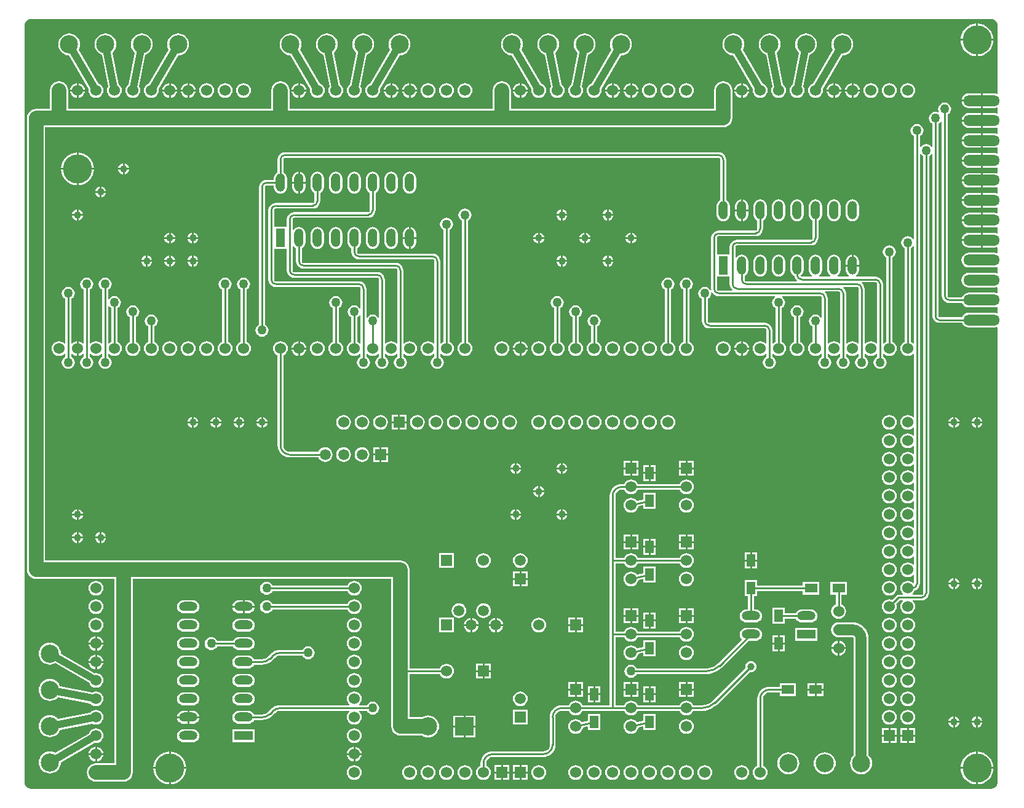
<source format=gbl>
G04*
G04 #@! TF.GenerationSoftware,Altium Limited,Altium Designer,21.1.1 (26)*
G04*
G04 Layer_Physical_Order=2*
G04 Layer_Color=16711680*
%FSLAX25Y25*%
%MOIN*%
G70*
G04*
G04 #@! TF.SameCoordinates,6FC1F31B-F578-4013-A3C6-3E9410FEC2B9*
G04*
G04*
G04 #@! TF.FilePolarity,Positive*
G04*
G01*
G75*
%ADD11C,0.01000*%
%ADD14O,0.19685X0.05906*%
%ADD16R,0.04921X0.06693*%
%ADD18C,0.07874*%
%ADD38C,0.03937*%
%ADD39C,0.05906*%
%ADD40R,0.05906X0.05906*%
%ADD41C,0.09843*%
%ADD42C,0.06000*%
%ADD43R,0.06000X0.06000*%
%ADD44C,0.15748*%
%ADD45R,0.09843X0.09843*%
%ADD46R,0.06000X0.06000*%
%ADD47O,0.05000X0.10000*%
%ADD48R,0.05000X0.10000*%
%ADD49O,0.10000X0.05000*%
%ADD50R,0.10000X0.05000*%
%ADD51R,0.05906X0.05906*%
%ADD52C,0.03937*%
%ADD53C,0.05000*%
%ADD54C,0.05906*%
%ADD55R,0.06693X0.04921*%
G36*
X745980Y768656D02*
X746893Y768278D01*
X747677Y767677D01*
X748278Y766893D01*
X748657Y765980D01*
X748783Y765018D01*
X748780Y765000D01*
Y760000D01*
Y728532D01*
X748364Y728254D01*
X747922Y728438D01*
X746890Y728574D01*
X740500D01*
Y724587D01*
Y720600D01*
X746890D01*
X747922Y720736D01*
X748364Y720919D01*
X748780Y720641D01*
Y717705D01*
X748364Y717428D01*
X747922Y717611D01*
X746890Y717747D01*
X740500D01*
Y713760D01*
Y709773D01*
X746890D01*
X747922Y709909D01*
X748364Y710092D01*
X748780Y709814D01*
Y706879D01*
X748364Y706601D01*
X747922Y706784D01*
X746890Y706920D01*
X740500D01*
Y702933D01*
Y698946D01*
X746890D01*
X747922Y699082D01*
X748364Y699265D01*
X748780Y698987D01*
Y696052D01*
X748364Y695774D01*
X747922Y695957D01*
X746890Y696093D01*
X740500D01*
Y692106D01*
Y688120D01*
X746890D01*
X747922Y688255D01*
X748364Y688439D01*
X748780Y688161D01*
Y685225D01*
X748364Y684947D01*
X747922Y685131D01*
X746890Y685266D01*
X740500D01*
Y681280D01*
Y677293D01*
X746890D01*
X747922Y677428D01*
X748364Y677612D01*
X748780Y677334D01*
Y674398D01*
X748364Y674121D01*
X747922Y674304D01*
X746890Y674440D01*
X740500D01*
Y670453D01*
Y666466D01*
X746890D01*
X747922Y666602D01*
X748364Y666785D01*
X748780Y666507D01*
Y663572D01*
X748364Y663294D01*
X747922Y663477D01*
X746890Y663613D01*
X740500D01*
Y659626D01*
Y655639D01*
X746890D01*
X747922Y655775D01*
X748364Y655958D01*
X748780Y655680D01*
Y652745D01*
X748364Y652467D01*
X747922Y652650D01*
X746890Y652786D01*
X740500D01*
Y648799D01*
Y644812D01*
X746890D01*
X747922Y644948D01*
X748364Y645131D01*
X748780Y644854D01*
Y641918D01*
X748364Y641640D01*
X747922Y641823D01*
X746890Y641959D01*
X733110D01*
X732078Y641823D01*
X731117Y641425D01*
X730291Y640792D01*
X729658Y639966D01*
X729259Y639004D01*
X729123Y637972D01*
X729259Y636941D01*
X729658Y635979D01*
X730291Y635153D01*
X731117Y634520D01*
X732078Y634122D01*
X733110Y633986D01*
X746890D01*
X747922Y634122D01*
X748364Y634305D01*
X748780Y634027D01*
Y631091D01*
X748364Y630814D01*
X747922Y630997D01*
X746890Y631133D01*
X733110D01*
X732078Y630997D01*
X731117Y630598D01*
X730291Y629965D01*
X729658Y629139D01*
X729259Y628178D01*
X729123Y627146D01*
X729259Y626114D01*
X729658Y625152D01*
X730291Y624327D01*
X731117Y623693D01*
X732078Y623295D01*
X733110Y623159D01*
X746890D01*
X747922Y623295D01*
X748364Y623478D01*
X748780Y623200D01*
Y620264D01*
X748364Y619987D01*
X747922Y620170D01*
X746890Y620306D01*
X733110D01*
X732078Y620170D01*
X731117Y619772D01*
X730291Y619138D01*
X729658Y618312D01*
X729465Y617848D01*
X722500D01*
Y617850D01*
X722129Y617924D01*
X721815Y618134D01*
X721605Y618448D01*
X721531Y618819D01*
X721529D01*
Y716845D01*
X721765Y716943D01*
X722496Y717504D01*
X723057Y718235D01*
X723410Y719086D01*
X723530Y720000D01*
X723410Y720914D01*
X723057Y721765D01*
X722496Y722496D01*
X721765Y723057D01*
X720914Y723410D01*
X720000Y723530D01*
X719086Y723410D01*
X718235Y723057D01*
X717504Y722496D01*
X716943Y721765D01*
X716590Y720914D01*
X716470Y720000D01*
X716590Y719086D01*
X716798Y718585D01*
X716415Y718202D01*
X715914Y718410D01*
X715000Y718530D01*
X714086Y718410D01*
X713235Y718057D01*
X712504Y717496D01*
X711943Y716765D01*
X711590Y715914D01*
X711470Y715000D01*
X711590Y714086D01*
X711943Y713235D01*
X712504Y712504D01*
X713235Y711943D01*
X713471Y711845D01*
Y699527D01*
X712971Y699398D01*
X712496Y700016D01*
X711765Y700577D01*
X710914Y700930D01*
X710000Y701050D01*
X709086Y700930D01*
X708235Y700577D01*
X707504Y700016D01*
X707029Y699398D01*
X706529Y699527D01*
Y705192D01*
X706765Y705289D01*
X707496Y705850D01*
X708057Y706581D01*
X708410Y707433D01*
X708530Y708347D01*
X708410Y709260D01*
X708057Y710112D01*
X707496Y710843D01*
X706765Y711404D01*
X705914Y711756D01*
X705000Y711877D01*
X704086Y711756D01*
X703235Y711404D01*
X702504Y710843D01*
X701943Y710112D01*
X701590Y709260D01*
X701470Y708347D01*
X701590Y707433D01*
X701943Y706581D01*
X702504Y705850D01*
X703235Y705289D01*
X703471Y705192D01*
Y649507D01*
X702971Y649378D01*
X702496Y649996D01*
X701765Y650557D01*
X700914Y650910D01*
X700000Y651030D01*
X699086Y650910D01*
X698235Y650557D01*
X697504Y649996D01*
X696943Y649265D01*
X696590Y648414D01*
X696470Y647500D01*
X696590Y646586D01*
X696943Y645735D01*
X697504Y645004D01*
X698235Y644443D01*
X698471Y644345D01*
Y593696D01*
X697983Y593494D01*
X697147Y592853D01*
X696506Y592017D01*
X696103Y591044D01*
X695965Y590000D01*
X696103Y588956D01*
X696506Y587983D01*
X697147Y587147D01*
X697983Y586506D01*
X698956Y586103D01*
X700000Y585965D01*
X701044Y586103D01*
X702017Y586506D01*
X702853Y587147D01*
X702997Y587335D01*
X703471Y587175D01*
Y552825D01*
X702997Y552665D01*
X702853Y552853D01*
X702017Y553494D01*
X701044Y553897D01*
X700000Y554035D01*
X698956Y553897D01*
X697983Y553494D01*
X697147Y552853D01*
X696506Y552017D01*
X696103Y551044D01*
X695965Y550000D01*
X696103Y548956D01*
X696506Y547983D01*
X697147Y547147D01*
X697983Y546506D01*
X698956Y546103D01*
X700000Y545965D01*
X701044Y546103D01*
X702017Y546506D01*
X702853Y547147D01*
X702997Y547335D01*
X703471Y547175D01*
Y542826D01*
X702997Y542665D01*
X702853Y542853D01*
X702017Y543494D01*
X701044Y543897D01*
X700000Y544034D01*
X698956Y543897D01*
X697983Y543494D01*
X697147Y542853D01*
X696506Y542017D01*
X696103Y541044D01*
X695965Y540000D01*
X696103Y538956D01*
X696506Y537983D01*
X697147Y537147D01*
X697983Y536506D01*
X698956Y536103D01*
X700000Y535965D01*
X701044Y536103D01*
X702017Y536506D01*
X702853Y537147D01*
X702997Y537335D01*
X703471Y537175D01*
Y532826D01*
X702997Y532665D01*
X702853Y532853D01*
X702017Y533494D01*
X701044Y533897D01*
X700000Y534034D01*
X698956Y533897D01*
X697983Y533494D01*
X697147Y532853D01*
X696506Y532017D01*
X696103Y531044D01*
X695965Y530000D01*
X696103Y528956D01*
X696506Y527983D01*
X697147Y527147D01*
X697983Y526506D01*
X698956Y526103D01*
X700000Y525965D01*
X701044Y526103D01*
X702017Y526506D01*
X702853Y527147D01*
X702997Y527335D01*
X703471Y527175D01*
Y522825D01*
X702997Y522665D01*
X702853Y522853D01*
X702017Y523494D01*
X701044Y523897D01*
X700000Y524035D01*
X698956Y523897D01*
X697983Y523494D01*
X697147Y522853D01*
X696506Y522017D01*
X696103Y521044D01*
X695965Y520000D01*
X696103Y518956D01*
X696506Y517983D01*
X697147Y517147D01*
X697983Y516506D01*
X698956Y516103D01*
X700000Y515966D01*
X701044Y516103D01*
X702017Y516506D01*
X702853Y517147D01*
X702997Y517335D01*
X703471Y517174D01*
Y512825D01*
X702997Y512665D01*
X702853Y512853D01*
X702017Y513494D01*
X701044Y513897D01*
X700000Y514035D01*
X698956Y513897D01*
X697983Y513494D01*
X697147Y512853D01*
X696506Y512017D01*
X696103Y511044D01*
X695965Y510000D01*
X696103Y508956D01*
X696506Y507983D01*
X697147Y507147D01*
X697983Y506506D01*
X698956Y506103D01*
X700000Y505966D01*
X701044Y506103D01*
X702017Y506506D01*
X702853Y507147D01*
X702997Y507335D01*
X703471Y507174D01*
Y502825D01*
X702997Y502665D01*
X702853Y502853D01*
X702017Y503494D01*
X701044Y503897D01*
X700000Y504035D01*
X698956Y503897D01*
X697983Y503494D01*
X697147Y502853D01*
X696506Y502017D01*
X696103Y501044D01*
X695965Y500000D01*
X696103Y498956D01*
X696506Y497983D01*
X697147Y497147D01*
X697983Y496506D01*
X698956Y496103D01*
X700000Y495965D01*
X701044Y496103D01*
X702017Y496506D01*
X702853Y497147D01*
X702997Y497335D01*
X703471Y497175D01*
Y492826D01*
X702997Y492665D01*
X702853Y492853D01*
X702017Y493494D01*
X701044Y493897D01*
X700000Y494034D01*
X698956Y493897D01*
X697983Y493494D01*
X697147Y492853D01*
X696506Y492017D01*
X696103Y491044D01*
X695965Y490000D01*
X696103Y488956D01*
X696506Y487983D01*
X697147Y487147D01*
X697983Y486506D01*
X698956Y486103D01*
X700000Y485965D01*
X701044Y486103D01*
X702017Y486506D01*
X702853Y487147D01*
X702997Y487335D01*
X703471Y487175D01*
Y482826D01*
X702997Y482665D01*
X702853Y482853D01*
X702017Y483494D01*
X701044Y483897D01*
X700000Y484034D01*
X698956Y483897D01*
X697983Y483494D01*
X697147Y482853D01*
X696506Y482017D01*
X696103Y481044D01*
X695965Y480000D01*
X696103Y478956D01*
X696506Y477983D01*
X697147Y477147D01*
X697983Y476506D01*
X698956Y476103D01*
X700000Y475965D01*
X701044Y476103D01*
X702017Y476506D01*
X702853Y477147D01*
X702997Y477335D01*
X703471Y477175D01*
Y472825D01*
X702997Y472665D01*
X702853Y472853D01*
X702017Y473494D01*
X701044Y473897D01*
X700000Y474035D01*
X698956Y473897D01*
X697983Y473494D01*
X697147Y472853D01*
X696506Y472017D01*
X696103Y471044D01*
X695965Y470000D01*
X696103Y468956D01*
X696506Y467983D01*
X697147Y467147D01*
X697983Y466506D01*
X698956Y466103D01*
X700000Y465966D01*
X701044Y466103D01*
X702017Y466506D01*
X702853Y467147D01*
X702997Y467335D01*
X703471Y467174D01*
Y462869D01*
X702971Y462699D01*
X702853Y462853D01*
X702017Y463494D01*
X701044Y463897D01*
X700000Y464035D01*
X698956Y463897D01*
X697983Y463494D01*
X697147Y462853D01*
X696506Y462017D01*
X696103Y461044D01*
X695965Y460000D01*
X696103Y458956D01*
X696506Y457983D01*
X697147Y457147D01*
X697335Y457003D01*
X697175Y456529D01*
X695000D01*
X694415Y456413D01*
X693919Y456081D01*
X691532Y453695D01*
X691044Y453897D01*
X690000Y454035D01*
X688956Y453897D01*
X687983Y453494D01*
X687147Y452853D01*
X686506Y452017D01*
X686103Y451044D01*
X685965Y450000D01*
X686103Y448956D01*
X686506Y447983D01*
X687147Y447147D01*
X687983Y446506D01*
X688956Y446103D01*
X690000Y445965D01*
X691044Y446103D01*
X692017Y446506D01*
X692853Y447147D01*
X693494Y447983D01*
X693897Y448956D01*
X694034Y450000D01*
X693897Y451044D01*
X693695Y451532D01*
X695634Y453471D01*
X697175D01*
X697335Y452997D01*
X697147Y452853D01*
X696506Y452017D01*
X696103Y451044D01*
X695965Y450000D01*
X696103Y448956D01*
X696506Y447983D01*
X697147Y447147D01*
X697983Y446506D01*
X698956Y446103D01*
X700000Y445965D01*
X701044Y446103D01*
X702017Y446506D01*
X702853Y447147D01*
X703494Y447983D01*
X703897Y448956D01*
X704035Y450000D01*
X703897Y451044D01*
X703494Y452017D01*
X702853Y452853D01*
X702665Y452997D01*
X702825Y453471D01*
X707500D01*
Y453466D01*
X708544Y453603D01*
X709517Y454006D01*
X710353Y454647D01*
X710994Y455483D01*
X711397Y456456D01*
X711535Y457500D01*
X711529D01*
Y694365D01*
X711765Y694462D01*
X712496Y695023D01*
X712971Y695642D01*
X713471Y695512D01*
Y607500D01*
X713470D01*
X713590Y606584D01*
X713944Y605731D01*
X714506Y604998D01*
X715239Y604436D01*
X716092Y604082D01*
X717008Y603962D01*
Y603963D01*
X729465D01*
X729658Y603499D01*
X730291Y602673D01*
X731117Y602039D01*
X732078Y601641D01*
X733110Y601505D01*
X746890D01*
X747922Y601641D01*
X748364Y601824D01*
X748780Y601547D01*
Y360000D01*
Y355000D01*
X748783Y354982D01*
X748657Y354020D01*
X748278Y353107D01*
X747677Y352323D01*
X746893Y351722D01*
X745980Y351343D01*
X745018Y351217D01*
X745000Y351220D01*
X225000D01*
X224982Y351217D01*
X224020Y351343D01*
X223107Y351722D01*
X222323Y352323D01*
X221722Y353107D01*
X221343Y354020D01*
X221217Y354982D01*
X221220Y355000D01*
Y360000D01*
Y765000D01*
X221217Y765018D01*
X221343Y765980D01*
X221722Y766893D01*
X222323Y767677D01*
X223107Y768278D01*
X224020Y768656D01*
X224982Y768783D01*
X225000Y768780D01*
X745000D01*
X745018Y768783D01*
X745980Y768656D01*
D02*
G37*
G36*
X718471Y712993D02*
Y618819D01*
X718466D01*
X718603Y617775D01*
X719006Y616802D01*
X719647Y615966D01*
X720483Y615325D01*
X721456Y614922D01*
X722500Y614784D01*
Y614789D01*
X729465D01*
X729658Y614326D01*
X730291Y613500D01*
X731117Y612866D01*
X732078Y612468D01*
X733110Y612332D01*
X746890D01*
X747922Y612468D01*
X748364Y612651D01*
X748780Y612373D01*
Y609438D01*
X748364Y609160D01*
X747922Y609343D01*
X746890Y609479D01*
X733110D01*
X732078Y609343D01*
X731117Y608945D01*
X730291Y608311D01*
X729658Y607486D01*
X729465Y607022D01*
X717008D01*
X716980Y607016D01*
X716657Y607150D01*
X716524Y607472D01*
X716529Y607500D01*
Y711845D01*
X716765Y711943D01*
X717496Y712504D01*
X717971Y713122D01*
X718471Y712993D01*
D02*
G37*
G36*
X703471Y645493D02*
Y592826D01*
X702997Y592665D01*
X702853Y592853D01*
X702017Y593494D01*
X701529Y593696D01*
Y644345D01*
X701765Y644443D01*
X702496Y645004D01*
X702971Y645622D01*
X703471Y645493D01*
D02*
G37*
G36*
X707504Y695023D02*
X708235Y694462D01*
X708471Y694365D01*
Y457500D01*
X708469D01*
X708395Y457129D01*
X708185Y456815D01*
X707871Y456605D01*
X707500Y456531D01*
Y456529D01*
X702825D01*
X702665Y457003D01*
X702853Y457147D01*
X703494Y457983D01*
X703794Y458706D01*
X704517Y459006D01*
X705353Y459647D01*
X705994Y460483D01*
X706397Y461456D01*
X706534Y462500D01*
X706529D01*
Y695512D01*
X707029Y695642D01*
X707504Y695023D01*
D02*
G37*
%LPC*%
G36*
X738000Y766368D02*
Y758000D01*
X746368D01*
X746246Y759240D01*
X745738Y760912D01*
X744914Y762454D01*
X743805Y763805D01*
X742454Y764914D01*
X740912Y765738D01*
X739240Y766246D01*
X738000Y766368D01*
D02*
G37*
G36*
X737000D02*
X735760Y766246D01*
X734088Y765738D01*
X732546Y764914D01*
X731195Y763805D01*
X730086Y762454D01*
X729262Y760912D01*
X728754Y759240D01*
X728632Y758000D01*
X737000D01*
Y766368D01*
D02*
G37*
G36*
X746368Y757000D02*
X738000D01*
Y748632D01*
X739240Y748754D01*
X740912Y749262D01*
X742454Y750086D01*
X743805Y751195D01*
X744914Y752546D01*
X745738Y754088D01*
X746246Y755760D01*
X746368Y757000D01*
D02*
G37*
G36*
X737000D02*
X728632D01*
X728754Y755760D01*
X729262Y754088D01*
X730086Y752546D01*
X731195Y751195D01*
X732546Y750086D01*
X734088Y749262D01*
X735760Y748754D01*
X737000Y748632D01*
Y757000D01*
D02*
G37*
G36*
X670500Y733969D02*
Y730500D01*
X673969D01*
X673897Y731044D01*
X673494Y732017D01*
X672853Y732853D01*
X672017Y733494D01*
X671044Y733897D01*
X670500Y733969D01*
D02*
G37*
G36*
X669500D02*
X668956Y733897D01*
X667983Y733494D01*
X667147Y732853D01*
X666506Y732017D01*
X666103Y731044D01*
X666031Y730500D01*
X669500D01*
Y733969D01*
D02*
G37*
G36*
X660500D02*
Y730500D01*
X663969D01*
X663897Y731044D01*
X663494Y732017D01*
X662853Y732853D01*
X662017Y733494D01*
X661044Y733897D01*
X660500Y733969D01*
D02*
G37*
G36*
X659500D02*
X658956Y733897D01*
X657983Y733494D01*
X657147Y732853D01*
X656506Y732017D01*
X656103Y731044D01*
X656031Y730500D01*
X659500D01*
Y733969D01*
D02*
G37*
G36*
X610500D02*
Y730500D01*
X613969D01*
X613897Y731044D01*
X613494Y732017D01*
X612853Y732853D01*
X612017Y733494D01*
X611044Y733897D01*
X610500Y733969D01*
D02*
G37*
G36*
X609500D02*
X608956Y733897D01*
X607983Y733494D01*
X607147Y732853D01*
X606506Y732017D01*
X606103Y731044D01*
X606031Y730500D01*
X609500D01*
Y733969D01*
D02*
G37*
G36*
X550500D02*
Y730500D01*
X553969D01*
X553897Y731044D01*
X553494Y732017D01*
X552853Y732853D01*
X552017Y733494D01*
X551044Y733897D01*
X550500Y733969D01*
D02*
G37*
G36*
X549500D02*
X548956Y733897D01*
X547983Y733494D01*
X547147Y732853D01*
X546506Y732017D01*
X546103Y731044D01*
X546031Y730500D01*
X549500D01*
Y733969D01*
D02*
G37*
G36*
X540500D02*
Y730500D01*
X543969D01*
X543897Y731044D01*
X543494Y732017D01*
X542853Y732853D01*
X542017Y733494D01*
X541044Y733897D01*
X540500Y733969D01*
D02*
G37*
G36*
X539500D02*
X538956Y733897D01*
X537983Y733494D01*
X537147Y732853D01*
X536506Y732017D01*
X536103Y731044D01*
X536031Y730500D01*
X539500D01*
Y733969D01*
D02*
G37*
G36*
X490500D02*
Y730500D01*
X493969D01*
X493897Y731044D01*
X493494Y732017D01*
X492853Y732853D01*
X492017Y733494D01*
X491044Y733897D01*
X490500Y733969D01*
D02*
G37*
G36*
X489500D02*
X488956Y733897D01*
X487983Y733494D01*
X487147Y732853D01*
X486506Y732017D01*
X486103Y731044D01*
X486031Y730500D01*
X489500D01*
Y733969D01*
D02*
G37*
G36*
X430500D02*
Y730500D01*
X433969D01*
X433897Y731044D01*
X433494Y732017D01*
X432853Y732853D01*
X432017Y733494D01*
X431044Y733897D01*
X430500Y733969D01*
D02*
G37*
G36*
X429500D02*
X428956Y733897D01*
X427983Y733494D01*
X427147Y732853D01*
X426506Y732017D01*
X426103Y731044D01*
X426031Y730500D01*
X429500D01*
Y733969D01*
D02*
G37*
G36*
X420500D02*
Y730500D01*
X423969D01*
X423897Y731044D01*
X423494Y732017D01*
X422853Y732853D01*
X422017Y733494D01*
X421044Y733897D01*
X420500Y733969D01*
D02*
G37*
G36*
X419500D02*
X418956Y733897D01*
X417983Y733494D01*
X417147Y732853D01*
X416506Y732017D01*
X416103Y731044D01*
X416031Y730500D01*
X419500D01*
Y733969D01*
D02*
G37*
G36*
X370500D02*
Y730500D01*
X373969D01*
X373897Y731044D01*
X373494Y732017D01*
X372853Y732853D01*
X372017Y733494D01*
X371044Y733897D01*
X370500Y733969D01*
D02*
G37*
G36*
X369500D02*
X368956Y733897D01*
X367983Y733494D01*
X367147Y732853D01*
X366506Y732017D01*
X366103Y731044D01*
X366031Y730500D01*
X369500D01*
Y733969D01*
D02*
G37*
G36*
X310500D02*
Y730500D01*
X313969D01*
X313897Y731044D01*
X313494Y732017D01*
X312853Y732853D01*
X312017Y733494D01*
X311044Y733897D01*
X310500Y733969D01*
D02*
G37*
G36*
X309500D02*
X308956Y733897D01*
X307983Y733494D01*
X307147Y732853D01*
X306506Y732017D01*
X306103Y731044D01*
X306031Y730500D01*
X309500D01*
Y733969D01*
D02*
G37*
G36*
X300500D02*
Y730500D01*
X303969D01*
X303897Y731044D01*
X303494Y732017D01*
X302853Y732853D01*
X302017Y733494D01*
X301044Y733897D01*
X300500Y733969D01*
D02*
G37*
G36*
X299500D02*
X298956Y733897D01*
X297983Y733494D01*
X297147Y732853D01*
X296506Y732017D01*
X296103Y731044D01*
X296031Y730500D01*
X299500D01*
Y733969D01*
D02*
G37*
G36*
X250500D02*
Y730500D01*
X253969D01*
X253897Y731044D01*
X253494Y732017D01*
X252853Y732853D01*
X252017Y733494D01*
X251044Y733897D01*
X250500Y733969D01*
D02*
G37*
G36*
X249500D02*
X248956Y733897D01*
X247983Y733494D01*
X247147Y732853D01*
X246506Y732017D01*
X246103Y731044D01*
X246031Y730500D01*
X249500D01*
Y733969D01*
D02*
G37*
G36*
X673969Y729500D02*
X670500D01*
Y726031D01*
X671044Y726103D01*
X672017Y726506D01*
X672853Y727147D01*
X673494Y727983D01*
X673897Y728956D01*
X673969Y729500D01*
D02*
G37*
G36*
X669500D02*
X666031D01*
X666103Y728956D01*
X666506Y727983D01*
X667147Y727147D01*
X667983Y726506D01*
X668956Y726103D01*
X669500Y726031D01*
Y729500D01*
D02*
G37*
G36*
X663969D02*
X660500D01*
Y726031D01*
X661044Y726103D01*
X662017Y726506D01*
X662853Y727147D01*
X663494Y727983D01*
X663897Y728956D01*
X663969Y729500D01*
D02*
G37*
G36*
X659500D02*
X656031D01*
X656103Y728956D01*
X656506Y727983D01*
X657147Y727147D01*
X657983Y726506D01*
X658956Y726103D01*
X659500Y726031D01*
Y729500D01*
D02*
G37*
G36*
X613969D02*
X610500D01*
Y726031D01*
X611044Y726103D01*
X612017Y726506D01*
X612853Y727147D01*
X613494Y727983D01*
X613897Y728956D01*
X613969Y729500D01*
D02*
G37*
G36*
X609500D02*
X606031D01*
X606103Y728956D01*
X606506Y727983D01*
X607147Y727147D01*
X607983Y726506D01*
X608956Y726103D01*
X609500Y726031D01*
Y729500D01*
D02*
G37*
G36*
X553969D02*
X550500D01*
Y726031D01*
X551044Y726103D01*
X552017Y726506D01*
X552853Y727147D01*
X553494Y727983D01*
X553897Y728956D01*
X553969Y729500D01*
D02*
G37*
G36*
X549500D02*
X546031D01*
X546103Y728956D01*
X546506Y727983D01*
X547147Y727147D01*
X547983Y726506D01*
X548956Y726103D01*
X549500Y726031D01*
Y729500D01*
D02*
G37*
G36*
X543969D02*
X540500D01*
Y726031D01*
X541044Y726103D01*
X542017Y726506D01*
X542853Y727147D01*
X543494Y727983D01*
X543897Y728956D01*
X543969Y729500D01*
D02*
G37*
G36*
X539500D02*
X536031D01*
X536103Y728956D01*
X536506Y727983D01*
X537147Y727147D01*
X537983Y726506D01*
X538956Y726103D01*
X539500Y726031D01*
Y729500D01*
D02*
G37*
G36*
X493969D02*
X490500D01*
Y726031D01*
X491044Y726103D01*
X492017Y726506D01*
X492853Y727147D01*
X493494Y727983D01*
X493897Y728956D01*
X493969Y729500D01*
D02*
G37*
G36*
X489500D02*
X486031D01*
X486103Y728956D01*
X486506Y727983D01*
X487147Y727147D01*
X487983Y726506D01*
X488956Y726103D01*
X489500Y726031D01*
Y729500D01*
D02*
G37*
G36*
X433969D02*
X430500D01*
Y726031D01*
X431044Y726103D01*
X432017Y726506D01*
X432853Y727147D01*
X433494Y727983D01*
X433897Y728956D01*
X433969Y729500D01*
D02*
G37*
G36*
X429500D02*
X426031D01*
X426103Y728956D01*
X426506Y727983D01*
X427147Y727147D01*
X427983Y726506D01*
X428956Y726103D01*
X429500Y726031D01*
Y729500D01*
D02*
G37*
G36*
X423969D02*
X420500D01*
Y726031D01*
X421044Y726103D01*
X422017Y726506D01*
X422853Y727147D01*
X423494Y727983D01*
X423897Y728956D01*
X423969Y729500D01*
D02*
G37*
G36*
X419500D02*
X416031D01*
X416103Y728956D01*
X416506Y727983D01*
X417147Y727147D01*
X417983Y726506D01*
X418956Y726103D01*
X419500Y726031D01*
Y729500D01*
D02*
G37*
G36*
X373969D02*
X370500D01*
Y726031D01*
X371044Y726103D01*
X372017Y726506D01*
X372853Y727147D01*
X373494Y727983D01*
X373897Y728956D01*
X373969Y729500D01*
D02*
G37*
G36*
X369500D02*
X366031D01*
X366103Y728956D01*
X366506Y727983D01*
X367147Y727147D01*
X367983Y726506D01*
X368956Y726103D01*
X369500Y726031D01*
Y729500D01*
D02*
G37*
G36*
X313969D02*
X310500D01*
Y726031D01*
X311044Y726103D01*
X312017Y726506D01*
X312853Y727147D01*
X313494Y727983D01*
X313897Y728956D01*
X313969Y729500D01*
D02*
G37*
G36*
X309500D02*
X306031D01*
X306103Y728956D01*
X306506Y727983D01*
X307147Y727147D01*
X307983Y726506D01*
X308956Y726103D01*
X309500Y726031D01*
Y729500D01*
D02*
G37*
G36*
X303969D02*
X300500D01*
Y726031D01*
X301044Y726103D01*
X302017Y726506D01*
X302853Y727147D01*
X303494Y727983D01*
X303897Y728956D01*
X303969Y729500D01*
D02*
G37*
G36*
X299500D02*
X296031D01*
X296103Y728956D01*
X296506Y727983D01*
X297147Y727147D01*
X297983Y726506D01*
X298956Y726103D01*
X299500Y726031D01*
Y729500D01*
D02*
G37*
G36*
X253969D02*
X250500D01*
Y726031D01*
X251044Y726103D01*
X252017Y726506D01*
X252853Y727147D01*
X253494Y727983D01*
X253897Y728956D01*
X253969Y729500D01*
D02*
G37*
G36*
X249500D02*
X246031D01*
X246103Y728956D01*
X246506Y727983D01*
X247147Y727147D01*
X247983Y726506D01*
X248956Y726103D01*
X249500Y726031D01*
Y729500D01*
D02*
G37*
G36*
X700000Y734034D02*
X698956Y733897D01*
X697983Y733494D01*
X697147Y732853D01*
X696506Y732017D01*
X696103Y731044D01*
X695965Y730000D01*
X696103Y728956D01*
X696506Y727983D01*
X697147Y727147D01*
X697983Y726506D01*
X698956Y726103D01*
X700000Y725965D01*
X701044Y726103D01*
X702017Y726506D01*
X702853Y727147D01*
X703494Y727983D01*
X703897Y728956D01*
X704035Y730000D01*
X703897Y731044D01*
X703494Y732017D01*
X702853Y732853D01*
X702017Y733494D01*
X701044Y733897D01*
X700000Y734034D01*
D02*
G37*
G36*
X690000D02*
X688956Y733897D01*
X687983Y733494D01*
X687147Y732853D01*
X686506Y732017D01*
X686103Y731044D01*
X685965Y730000D01*
X686103Y728956D01*
X686506Y727983D01*
X687147Y727147D01*
X687983Y726506D01*
X688956Y726103D01*
X690000Y725965D01*
X691044Y726103D01*
X692017Y726506D01*
X692853Y727147D01*
X693494Y727983D01*
X693897Y728956D01*
X694034Y730000D01*
X693897Y731044D01*
X693494Y732017D01*
X692853Y732853D01*
X692017Y733494D01*
X691044Y733897D01*
X690000Y734034D01*
D02*
G37*
G36*
X680000D02*
X678956Y733897D01*
X677983Y733494D01*
X677147Y732853D01*
X676506Y732017D01*
X676103Y731044D01*
X675965Y730000D01*
X676103Y728956D01*
X676506Y727983D01*
X677147Y727147D01*
X677983Y726506D01*
X678956Y726103D01*
X680000Y725965D01*
X681044Y726103D01*
X682017Y726506D01*
X682853Y727147D01*
X683494Y727983D01*
X683897Y728956D01*
X684034Y730000D01*
X683897Y731044D01*
X683494Y732017D01*
X682853Y732853D01*
X682017Y733494D01*
X681044Y733897D01*
X680000Y734034D01*
D02*
G37*
G36*
X664528Y760950D02*
X663367Y760836D01*
X662251Y760497D01*
X661222Y759947D01*
X660320Y759207D01*
X659580Y758306D01*
X659031Y757277D01*
X658692Y756161D01*
X658578Y755000D01*
X658692Y753839D01*
X659031Y752723D01*
X659371Y752086D01*
X648753Y733813D01*
X647983Y733494D01*
X647147Y732853D01*
X646506Y732017D01*
X646103Y731044D01*
X645965Y730000D01*
X646103Y728956D01*
X646506Y727983D01*
X647147Y727147D01*
X647983Y726506D01*
X648956Y726103D01*
X650000Y725965D01*
X651044Y726103D01*
X652017Y726506D01*
X652853Y727147D01*
X653494Y727983D01*
X653897Y728956D01*
X654035Y730000D01*
X653929Y730802D01*
X664533Y749051D01*
X665688Y749164D01*
X666805Y749503D01*
X667833Y750053D01*
X668735Y750793D01*
X669475Y751694D01*
X670025Y752723D01*
X670363Y753839D01*
X670477Y755000D01*
X670363Y756161D01*
X670025Y757277D01*
X669475Y758306D01*
X668735Y759207D01*
X667833Y759947D01*
X666805Y760497D01*
X665688Y760836D01*
X664528Y760950D01*
D02*
G37*
G36*
X644842D02*
X643682Y760836D01*
X642566Y760497D01*
X641537Y759947D01*
X640635Y759207D01*
X639895Y758306D01*
X639346Y757277D01*
X639007Y756161D01*
X638893Y755000D01*
X639007Y753839D01*
X639346Y752723D01*
X639895Y751694D01*
X640635Y750793D01*
X640931Y750550D01*
X637565Y733173D01*
X637147Y732853D01*
X636506Y732017D01*
X636103Y731044D01*
X635965Y730000D01*
X636103Y728956D01*
X636506Y727983D01*
X637147Y727147D01*
X637983Y726506D01*
X638956Y726103D01*
X640000Y725965D01*
X641044Y726103D01*
X642017Y726506D01*
X642853Y727147D01*
X643494Y727983D01*
X643897Y728956D01*
X644034Y730000D01*
X643897Y731044D01*
X643494Y732017D01*
X643451Y732073D01*
X646809Y749409D01*
X647119Y749503D01*
X648148Y750053D01*
X649050Y750793D01*
X649790Y751694D01*
X650340Y752723D01*
X650678Y753839D01*
X650792Y755000D01*
X650678Y756161D01*
X650340Y757277D01*
X649790Y758306D01*
X649050Y759207D01*
X648148Y759947D01*
X647119Y760497D01*
X646003Y760836D01*
X644842Y760950D01*
D02*
G37*
G36*
X625157D02*
X623997Y760836D01*
X622881Y760497D01*
X621852Y759947D01*
X620950Y759207D01*
X620210Y758306D01*
X619661Y757277D01*
X619322Y756161D01*
X619208Y755000D01*
X619322Y753839D01*
X619661Y752723D01*
X620210Y751694D01*
X620950Y750793D01*
X621852Y750053D01*
X622881Y749503D01*
X623191Y749409D01*
X626549Y732073D01*
X626506Y732017D01*
X626103Y731044D01*
X625965Y730000D01*
X626103Y728956D01*
X626506Y727983D01*
X627147Y727147D01*
X627983Y726506D01*
X628956Y726103D01*
X630000Y725965D01*
X631044Y726103D01*
X632017Y726506D01*
X632853Y727147D01*
X633494Y727983D01*
X633897Y728956D01*
X634034Y730000D01*
X633897Y731044D01*
X633494Y732017D01*
X632853Y732853D01*
X632435Y733173D01*
X629069Y750550D01*
X629365Y750793D01*
X630105Y751694D01*
X630654Y752723D01*
X630993Y753839D01*
X631107Y755000D01*
X630993Y756161D01*
X630654Y757277D01*
X630105Y758306D01*
X629365Y759207D01*
X628463Y759947D01*
X627434Y760497D01*
X626318Y760836D01*
X625157Y760950D01*
D02*
G37*
G36*
X605472D02*
X604312Y760836D01*
X603195Y760497D01*
X602167Y759947D01*
X601265Y759207D01*
X600525Y758306D01*
X599975Y757277D01*
X599637Y756161D01*
X599522Y755000D01*
X599637Y753839D01*
X599975Y752723D01*
X600525Y751694D01*
X601265Y750793D01*
X602167Y750053D01*
X603195Y749503D01*
X604312Y749164D01*
X605467Y749051D01*
X616071Y730802D01*
X615966Y730000D01*
X616103Y728956D01*
X616506Y727983D01*
X617147Y727147D01*
X617983Y726506D01*
X618956Y726103D01*
X620000Y725965D01*
X621044Y726103D01*
X622017Y726506D01*
X622853Y727147D01*
X623494Y727983D01*
X623897Y728956D01*
X624035Y730000D01*
X623897Y731044D01*
X623494Y732017D01*
X622853Y732853D01*
X622017Y733494D01*
X621247Y733813D01*
X610629Y752086D01*
X610969Y752723D01*
X611308Y753839D01*
X611422Y755000D01*
X611308Y756161D01*
X610969Y757277D01*
X610420Y758306D01*
X609680Y759207D01*
X608778Y759947D01*
X607749Y760497D01*
X606633Y760836D01*
X605472Y760950D01*
D02*
G37*
G36*
X580000Y734034D02*
X578956Y733897D01*
X577983Y733494D01*
X577147Y732853D01*
X576506Y732017D01*
X576103Y731044D01*
X575965Y730000D01*
X576103Y728956D01*
X576506Y727983D01*
X577147Y727147D01*
X577983Y726506D01*
X578956Y726103D01*
X580000Y725965D01*
X581044Y726103D01*
X582017Y726506D01*
X582853Y727147D01*
X583494Y727983D01*
X583897Y728956D01*
X584034Y730000D01*
X583897Y731044D01*
X583494Y732017D01*
X582853Y732853D01*
X582017Y733494D01*
X581044Y733897D01*
X580000Y734034D01*
D02*
G37*
G36*
X570000D02*
X568956Y733897D01*
X567983Y733494D01*
X567147Y732853D01*
X566506Y732017D01*
X566103Y731044D01*
X565966Y730000D01*
X566103Y728956D01*
X566506Y727983D01*
X567147Y727147D01*
X567983Y726506D01*
X568956Y726103D01*
X570000Y725965D01*
X571044Y726103D01*
X572017Y726506D01*
X572853Y727147D01*
X573494Y727983D01*
X573897Y728956D01*
X574035Y730000D01*
X573897Y731044D01*
X573494Y732017D01*
X572853Y732853D01*
X572017Y733494D01*
X571044Y733897D01*
X570000Y734034D01*
D02*
G37*
G36*
X560000D02*
X558956Y733897D01*
X557983Y733494D01*
X557147Y732853D01*
X556506Y732017D01*
X556103Y731044D01*
X555966Y730000D01*
X556103Y728956D01*
X556506Y727983D01*
X557147Y727147D01*
X557983Y726506D01*
X558956Y726103D01*
X560000Y725965D01*
X561044Y726103D01*
X562017Y726506D01*
X562853Y727147D01*
X563494Y727983D01*
X563897Y728956D01*
X564035Y730000D01*
X563897Y731044D01*
X563494Y732017D01*
X562853Y732853D01*
X562017Y733494D01*
X561044Y733897D01*
X560000Y734034D01*
D02*
G37*
G36*
X544528Y760950D02*
X543367Y760836D01*
X542251Y760497D01*
X541222Y759947D01*
X540320Y759207D01*
X539580Y758306D01*
X539031Y757277D01*
X538692Y756161D01*
X538578Y755000D01*
X538692Y753839D01*
X539031Y752723D01*
X539371Y752086D01*
X528753Y733813D01*
X527983Y733494D01*
X527147Y732853D01*
X526506Y732017D01*
X526103Y731044D01*
X525965Y730000D01*
X526103Y728956D01*
X526506Y727983D01*
X527147Y727147D01*
X527983Y726506D01*
X528956Y726103D01*
X530000Y725965D01*
X531044Y726103D01*
X532017Y726506D01*
X532853Y727147D01*
X533494Y727983D01*
X533897Y728956D01*
X534034Y730000D01*
X533929Y730802D01*
X544533Y749051D01*
X545688Y749164D01*
X546805Y749503D01*
X547833Y750053D01*
X548735Y750793D01*
X549475Y751694D01*
X550025Y752723D01*
X550363Y753839D01*
X550478Y755000D01*
X550363Y756161D01*
X550025Y757277D01*
X549475Y758306D01*
X548735Y759207D01*
X547833Y759947D01*
X546805Y760497D01*
X545688Y760836D01*
X544528Y760950D01*
D02*
G37*
G36*
X524843D02*
X523682Y760836D01*
X522566Y760497D01*
X521537Y759947D01*
X520635Y759207D01*
X519895Y758306D01*
X519346Y757277D01*
X519007Y756161D01*
X518893Y755000D01*
X519007Y753839D01*
X519346Y752723D01*
X519895Y751694D01*
X520635Y750793D01*
X520931Y750550D01*
X517565Y733173D01*
X517147Y732853D01*
X516506Y732017D01*
X516103Y731044D01*
X515966Y730000D01*
X516103Y728956D01*
X516506Y727983D01*
X517147Y727147D01*
X517983Y726506D01*
X518956Y726103D01*
X520000Y725965D01*
X521044Y726103D01*
X522017Y726506D01*
X522853Y727147D01*
X523494Y727983D01*
X523897Y728956D01*
X524035Y730000D01*
X523897Y731044D01*
X523494Y732017D01*
X523451Y732073D01*
X526809Y749409D01*
X527119Y749503D01*
X528148Y750053D01*
X529050Y750793D01*
X529790Y751694D01*
X530339Y752723D01*
X530678Y753839D01*
X530792Y755000D01*
X530678Y756161D01*
X530339Y757277D01*
X529790Y758306D01*
X529050Y759207D01*
X528148Y759947D01*
X527119Y760497D01*
X526003Y760836D01*
X524843Y760950D01*
D02*
G37*
G36*
X505158D02*
X503997Y760836D01*
X502881Y760497D01*
X501852Y759947D01*
X500950Y759207D01*
X500210Y758306D01*
X499660Y757277D01*
X499322Y756161D01*
X499208Y755000D01*
X499322Y753839D01*
X499660Y752723D01*
X500210Y751694D01*
X500950Y750793D01*
X501852Y750053D01*
X502881Y749503D01*
X503191Y749409D01*
X506549Y732073D01*
X506506Y732017D01*
X506103Y731044D01*
X505966Y730000D01*
X506103Y728956D01*
X506506Y727983D01*
X507147Y727147D01*
X507983Y726506D01*
X508956Y726103D01*
X510000Y725965D01*
X511044Y726103D01*
X512017Y726506D01*
X512853Y727147D01*
X513494Y727983D01*
X513897Y728956D01*
X514035Y730000D01*
X513897Y731044D01*
X513494Y732017D01*
X512853Y732853D01*
X512435Y733173D01*
X509069Y750550D01*
X509365Y750793D01*
X510105Y751694D01*
X510654Y752723D01*
X510993Y753839D01*
X511107Y755000D01*
X510993Y756161D01*
X510654Y757277D01*
X510105Y758306D01*
X509365Y759207D01*
X508463Y759947D01*
X507434Y760497D01*
X506318Y760836D01*
X505158Y760950D01*
D02*
G37*
G36*
X485472D02*
X484312Y760836D01*
X483195Y760497D01*
X482167Y759947D01*
X481265Y759207D01*
X480525Y758306D01*
X479975Y757277D01*
X479637Y756161D01*
X479523Y755000D01*
X479637Y753839D01*
X479975Y752723D01*
X480525Y751694D01*
X481265Y750793D01*
X482167Y750053D01*
X483195Y749503D01*
X484312Y749164D01*
X485467Y749051D01*
X496071Y730802D01*
X495965Y730000D01*
X496103Y728956D01*
X496506Y727983D01*
X497147Y727147D01*
X497983Y726506D01*
X498956Y726103D01*
X500000Y725965D01*
X501044Y726103D01*
X502017Y726506D01*
X502853Y727147D01*
X503494Y727983D01*
X503897Y728956D01*
X504035Y730000D01*
X503897Y731044D01*
X503494Y732017D01*
X502853Y732853D01*
X502017Y733494D01*
X501247Y733813D01*
X490629Y752086D01*
X490969Y752723D01*
X491308Y753839D01*
X491422Y755000D01*
X491308Y756161D01*
X490969Y757277D01*
X490420Y758306D01*
X489680Y759207D01*
X488778Y759947D01*
X487749Y760497D01*
X486633Y760836D01*
X485472Y760950D01*
D02*
G37*
G36*
X460000Y734034D02*
X458956Y733897D01*
X457983Y733494D01*
X457147Y732853D01*
X456506Y732017D01*
X456103Y731044D01*
X455966Y730000D01*
X456103Y728956D01*
X456506Y727983D01*
X457147Y727147D01*
X457983Y726506D01*
X458956Y726103D01*
X460000Y725965D01*
X461044Y726103D01*
X462017Y726506D01*
X462853Y727147D01*
X463494Y727983D01*
X463897Y728956D01*
X464035Y730000D01*
X463897Y731044D01*
X463494Y732017D01*
X462853Y732853D01*
X462017Y733494D01*
X461044Y733897D01*
X460000Y734034D01*
D02*
G37*
G36*
X450000D02*
X448956Y733897D01*
X447983Y733494D01*
X447147Y732853D01*
X446506Y732017D01*
X446103Y731044D01*
X445965Y730000D01*
X446103Y728956D01*
X446506Y727983D01*
X447147Y727147D01*
X447983Y726506D01*
X448956Y726103D01*
X450000Y725965D01*
X451044Y726103D01*
X452017Y726506D01*
X452853Y727147D01*
X453494Y727983D01*
X453897Y728956D01*
X454035Y730000D01*
X453897Y731044D01*
X453494Y732017D01*
X452853Y732853D01*
X452017Y733494D01*
X451044Y733897D01*
X450000Y734034D01*
D02*
G37*
G36*
X440000D02*
X438956Y733897D01*
X437983Y733494D01*
X437147Y732853D01*
X436506Y732017D01*
X436103Y731044D01*
X435965Y730000D01*
X436103Y728956D01*
X436506Y727983D01*
X437147Y727147D01*
X437983Y726506D01*
X438956Y726103D01*
X440000Y725965D01*
X441044Y726103D01*
X442017Y726506D01*
X442853Y727147D01*
X443494Y727983D01*
X443897Y728956D01*
X444034Y730000D01*
X443897Y731044D01*
X443494Y732017D01*
X442853Y732853D01*
X442017Y733494D01*
X441044Y733897D01*
X440000Y734034D01*
D02*
G37*
G36*
X424528Y760950D02*
X423367Y760836D01*
X422251Y760497D01*
X421222Y759947D01*
X420320Y759207D01*
X419580Y758306D01*
X419031Y757277D01*
X418692Y756161D01*
X418578Y755000D01*
X418692Y753839D01*
X419031Y752723D01*
X419371Y752086D01*
X408753Y733813D01*
X407983Y733494D01*
X407147Y732853D01*
X406506Y732017D01*
X406103Y731044D01*
X405966Y730000D01*
X406103Y728956D01*
X406506Y727983D01*
X407147Y727147D01*
X407983Y726506D01*
X408956Y726103D01*
X410000Y725965D01*
X411044Y726103D01*
X412017Y726506D01*
X412853Y727147D01*
X413494Y727983D01*
X413897Y728956D01*
X414035Y730000D01*
X413929Y730802D01*
X424533Y749051D01*
X425688Y749164D01*
X426804Y749503D01*
X427833Y750053D01*
X428735Y750793D01*
X429475Y751694D01*
X430025Y752723D01*
X430363Y753839D01*
X430478Y755000D01*
X430363Y756161D01*
X430025Y757277D01*
X429475Y758306D01*
X428735Y759207D01*
X427833Y759947D01*
X426804Y760497D01*
X425688Y760836D01*
X424528Y760950D01*
D02*
G37*
G36*
X404843D02*
X403682Y760836D01*
X402566Y760497D01*
X401537Y759947D01*
X400635Y759207D01*
X399895Y758306D01*
X399345Y757277D01*
X399007Y756161D01*
X398893Y755000D01*
X399007Y753839D01*
X399345Y752723D01*
X399895Y751694D01*
X400635Y750793D01*
X400931Y750550D01*
X397565Y733173D01*
X397147Y732853D01*
X396506Y732017D01*
X396103Y731044D01*
X395966Y730000D01*
X396103Y728956D01*
X396506Y727983D01*
X397147Y727147D01*
X397983Y726506D01*
X398956Y726103D01*
X400000Y725965D01*
X401044Y726103D01*
X402017Y726506D01*
X402853Y727147D01*
X403494Y727983D01*
X403897Y728956D01*
X404035Y730000D01*
X403897Y731044D01*
X403494Y732017D01*
X403451Y732073D01*
X406809Y749409D01*
X407120Y749503D01*
X408148Y750053D01*
X409050Y750793D01*
X409790Y751694D01*
X410339Y752723D01*
X410678Y753839D01*
X410792Y755000D01*
X410678Y756161D01*
X410339Y757277D01*
X409790Y758306D01*
X409050Y759207D01*
X408148Y759947D01*
X407120Y760497D01*
X406003Y760836D01*
X404843Y760950D01*
D02*
G37*
G36*
X385157D02*
X383997Y760836D01*
X382880Y760497D01*
X381852Y759947D01*
X380950Y759207D01*
X380210Y758306D01*
X379661Y757277D01*
X379322Y756161D01*
X379208Y755000D01*
X379322Y753839D01*
X379661Y752723D01*
X380210Y751694D01*
X380950Y750793D01*
X381852Y750053D01*
X382880Y749503D01*
X383191Y749409D01*
X386549Y732073D01*
X386506Y732017D01*
X386103Y731044D01*
X385965Y730000D01*
X386103Y728956D01*
X386506Y727983D01*
X387147Y727147D01*
X387983Y726506D01*
X388956Y726103D01*
X390000Y725965D01*
X391044Y726103D01*
X392017Y726506D01*
X392853Y727147D01*
X393494Y727983D01*
X393897Y728956D01*
X394035Y730000D01*
X393897Y731044D01*
X393494Y732017D01*
X392853Y732853D01*
X392435Y733173D01*
X389069Y750550D01*
X389365Y750793D01*
X390105Y751694D01*
X390654Y752723D01*
X390993Y753839D01*
X391107Y755000D01*
X390993Y756161D01*
X390654Y757277D01*
X390105Y758306D01*
X389365Y759207D01*
X388463Y759947D01*
X387434Y760497D01*
X386318Y760836D01*
X385157Y760950D01*
D02*
G37*
G36*
X365472D02*
X364312Y760836D01*
X363195Y760497D01*
X362167Y759947D01*
X361265Y759207D01*
X360525Y758306D01*
X359975Y757277D01*
X359637Y756161D01*
X359523Y755000D01*
X359637Y753839D01*
X359975Y752723D01*
X360525Y751694D01*
X361265Y750793D01*
X362167Y750053D01*
X363195Y749503D01*
X364312Y749164D01*
X365467Y749051D01*
X376071Y730802D01*
X375965Y730000D01*
X376103Y728956D01*
X376506Y727983D01*
X377147Y727147D01*
X377983Y726506D01*
X378956Y726103D01*
X380000Y725965D01*
X381044Y726103D01*
X382017Y726506D01*
X382853Y727147D01*
X383494Y727983D01*
X383897Y728956D01*
X384034Y730000D01*
X383897Y731044D01*
X383494Y732017D01*
X382853Y732853D01*
X382017Y733494D01*
X381247Y733813D01*
X370629Y752086D01*
X370969Y752723D01*
X371308Y753839D01*
X371422Y755000D01*
X371308Y756161D01*
X370969Y757277D01*
X370420Y758306D01*
X369680Y759207D01*
X368778Y759947D01*
X367749Y760497D01*
X366633Y760836D01*
X365472Y760950D01*
D02*
G37*
G36*
X340000Y734034D02*
X338956Y733897D01*
X337983Y733494D01*
X337147Y732853D01*
X336506Y732017D01*
X336103Y731044D01*
X335965Y730000D01*
X336103Y728956D01*
X336506Y727983D01*
X337147Y727147D01*
X337983Y726506D01*
X338956Y726103D01*
X340000Y725965D01*
X341044Y726103D01*
X342017Y726506D01*
X342853Y727147D01*
X343494Y727983D01*
X343897Y728956D01*
X344035Y730000D01*
X343897Y731044D01*
X343494Y732017D01*
X342853Y732853D01*
X342017Y733494D01*
X341044Y733897D01*
X340000Y734034D01*
D02*
G37*
G36*
X330000D02*
X328956Y733897D01*
X327983Y733494D01*
X327147Y732853D01*
X326506Y732017D01*
X326103Y731044D01*
X325965Y730000D01*
X326103Y728956D01*
X326506Y727983D01*
X327147Y727147D01*
X327983Y726506D01*
X328956Y726103D01*
X330000Y725965D01*
X331044Y726103D01*
X332017Y726506D01*
X332853Y727147D01*
X333494Y727983D01*
X333897Y728956D01*
X334034Y730000D01*
X333897Y731044D01*
X333494Y732017D01*
X332853Y732853D01*
X332017Y733494D01*
X331044Y733897D01*
X330000Y734034D01*
D02*
G37*
G36*
X320000D02*
X318956Y733897D01*
X317983Y733494D01*
X317147Y732853D01*
X316506Y732017D01*
X316103Y731044D01*
X315966Y730000D01*
X316103Y728956D01*
X316506Y727983D01*
X317147Y727147D01*
X317983Y726506D01*
X318956Y726103D01*
X320000Y725965D01*
X321044Y726103D01*
X322017Y726506D01*
X322853Y727147D01*
X323494Y727983D01*
X323897Y728956D01*
X324035Y730000D01*
X323897Y731044D01*
X323494Y732017D01*
X322853Y732853D01*
X322017Y733494D01*
X321044Y733897D01*
X320000Y734034D01*
D02*
G37*
G36*
X304528Y760950D02*
X303367Y760836D01*
X302251Y760497D01*
X301222Y759947D01*
X300320Y759207D01*
X299580Y758306D01*
X299031Y757277D01*
X298692Y756161D01*
X298578Y755000D01*
X298692Y753839D01*
X299031Y752723D01*
X299371Y752086D01*
X288753Y733813D01*
X287983Y733494D01*
X287147Y732853D01*
X286506Y732017D01*
X286103Y731044D01*
X285965Y730000D01*
X286103Y728956D01*
X286506Y727983D01*
X287147Y727147D01*
X287983Y726506D01*
X288956Y726103D01*
X290000Y725965D01*
X291044Y726103D01*
X292017Y726506D01*
X292853Y727147D01*
X293494Y727983D01*
X293897Y728956D01*
X294035Y730000D01*
X293929Y730802D01*
X304533Y749051D01*
X305688Y749164D01*
X306804Y749503D01*
X307833Y750053D01*
X308735Y750793D01*
X309475Y751694D01*
X310025Y752723D01*
X310363Y753839D01*
X310477Y755000D01*
X310363Y756161D01*
X310025Y757277D01*
X309475Y758306D01*
X308735Y759207D01*
X307833Y759947D01*
X306804Y760497D01*
X305688Y760836D01*
X304528Y760950D01*
D02*
G37*
G36*
X284842D02*
X283682Y760836D01*
X282566Y760497D01*
X281537Y759947D01*
X280635Y759207D01*
X279895Y758306D01*
X279345Y757277D01*
X279007Y756161D01*
X278893Y755000D01*
X279007Y753839D01*
X279345Y752723D01*
X279895Y751694D01*
X280635Y750793D01*
X280931Y750550D01*
X277565Y733173D01*
X277147Y732853D01*
X276506Y732017D01*
X276103Y731044D01*
X275965Y730000D01*
X276103Y728956D01*
X276506Y727983D01*
X277147Y727147D01*
X277983Y726506D01*
X278956Y726103D01*
X280000Y725965D01*
X281044Y726103D01*
X282017Y726506D01*
X282853Y727147D01*
X283494Y727983D01*
X283897Y728956D01*
X284034Y730000D01*
X283897Y731044D01*
X283494Y732017D01*
X283451Y732073D01*
X286809Y749409D01*
X287120Y749503D01*
X288148Y750053D01*
X289050Y750793D01*
X289790Y751694D01*
X290339Y752723D01*
X290678Y753839D01*
X290792Y755000D01*
X290678Y756161D01*
X290339Y757277D01*
X289790Y758306D01*
X289050Y759207D01*
X288148Y759947D01*
X287120Y760497D01*
X286003Y760836D01*
X284842Y760950D01*
D02*
G37*
G36*
X265158D02*
X263997Y760836D01*
X262880Y760497D01*
X261852Y759947D01*
X260950Y759207D01*
X260210Y758306D01*
X259661Y757277D01*
X259322Y756161D01*
X259208Y755000D01*
X259322Y753839D01*
X259661Y752723D01*
X260210Y751694D01*
X260950Y750793D01*
X261852Y750053D01*
X262880Y749503D01*
X263191Y749409D01*
X266549Y732073D01*
X266506Y732017D01*
X266103Y731044D01*
X265966Y730000D01*
X266103Y728956D01*
X266506Y727983D01*
X267147Y727147D01*
X267983Y726506D01*
X268956Y726103D01*
X270000Y725965D01*
X271044Y726103D01*
X272017Y726506D01*
X272853Y727147D01*
X273494Y727983D01*
X273897Y728956D01*
X274035Y730000D01*
X273897Y731044D01*
X273494Y732017D01*
X272853Y732853D01*
X272435Y733173D01*
X269069Y750550D01*
X269365Y750793D01*
X270105Y751694D01*
X270655Y752723D01*
X270993Y753839D01*
X271107Y755000D01*
X270993Y756161D01*
X270655Y757277D01*
X270105Y758306D01*
X269365Y759207D01*
X268463Y759947D01*
X267434Y760497D01*
X266318Y760836D01*
X265158Y760950D01*
D02*
G37*
G36*
X245472D02*
X244312Y760836D01*
X243196Y760497D01*
X242167Y759947D01*
X241265Y759207D01*
X240525Y758306D01*
X239975Y757277D01*
X239637Y756161D01*
X239523Y755000D01*
X239637Y753839D01*
X239975Y752723D01*
X240525Y751694D01*
X241265Y750793D01*
X242167Y750053D01*
X243196Y749503D01*
X244312Y749164D01*
X245467Y749051D01*
X256071Y730802D01*
X255965Y730000D01*
X256103Y728956D01*
X256506Y727983D01*
X257147Y727147D01*
X257983Y726506D01*
X258956Y726103D01*
X260000Y725965D01*
X261044Y726103D01*
X262017Y726506D01*
X262853Y727147D01*
X263494Y727983D01*
X263897Y728956D01*
X264035Y730000D01*
X263897Y731044D01*
X263494Y732017D01*
X262853Y732853D01*
X262017Y733494D01*
X261247Y733813D01*
X250629Y752086D01*
X250969Y752723D01*
X251308Y753839D01*
X251422Y755000D01*
X251308Y756161D01*
X250969Y757277D01*
X250420Y758306D01*
X249680Y759207D01*
X248778Y759947D01*
X247749Y760497D01*
X246633Y760836D01*
X245472Y760950D01*
D02*
G37*
G36*
X739500Y728574D02*
X733110D01*
X732078Y728438D01*
X731117Y728039D01*
X730291Y727406D01*
X729658Y726580D01*
X729259Y725619D01*
X729189Y725087D01*
X739500D01*
Y728574D01*
D02*
G37*
G36*
Y724087D02*
X729189D01*
X729259Y723555D01*
X729658Y722593D01*
X730291Y721768D01*
X731117Y721134D01*
X732078Y720736D01*
X733110Y720600D01*
X739500D01*
Y724087D01*
D02*
G37*
G36*
X600000Y734980D02*
X598711Y734810D01*
X597510Y734312D01*
X596479Y733521D01*
X595687Y732490D01*
X595190Y731289D01*
X595020Y730000D01*
Y719980D01*
X484980D01*
Y730000D01*
X484810Y731289D01*
X484312Y732490D01*
X483521Y733521D01*
X482490Y734312D01*
X481289Y734810D01*
X480000Y734980D01*
X478711Y734810D01*
X477510Y734312D01*
X476479Y733521D01*
X475688Y732490D01*
X475190Y731289D01*
X475020Y730000D01*
Y719980D01*
X364980D01*
Y730000D01*
X364810Y731289D01*
X364313Y732490D01*
X363521Y733521D01*
X362490Y734312D01*
X361289Y734810D01*
X360000Y734980D01*
X358711Y734810D01*
X357510Y734312D01*
X356479Y733521D01*
X355687Y732490D01*
X355190Y731289D01*
X355020Y730000D01*
Y719980D01*
X244980D01*
Y730000D01*
X244810Y731289D01*
X244313Y732490D01*
X243521Y733521D01*
X242490Y734312D01*
X241289Y734810D01*
X240000Y734980D01*
X238711Y734810D01*
X237510Y734312D01*
X236479Y733521D01*
X235687Y732490D01*
X235190Y731289D01*
X235020Y730000D01*
Y719980D01*
X227500D01*
X226211Y719810D01*
X225010Y719312D01*
X223979Y718521D01*
X223187Y717490D01*
X222690Y716289D01*
X222520Y715000D01*
Y470000D01*
X222690Y468711D01*
X223187Y467510D01*
X223979Y466479D01*
X225010Y465688D01*
X226211Y465190D01*
X227500Y465020D01*
X270020D01*
Y460000D01*
Y450000D01*
Y364980D01*
X260000D01*
X258711Y364810D01*
X257510Y364313D01*
X256479Y363521D01*
X255687Y362490D01*
X255190Y361289D01*
X255020Y360000D01*
X255190Y358711D01*
X255687Y357510D01*
X256479Y356479D01*
X257510Y355687D01*
X258711Y355190D01*
X260000Y355020D01*
X275000D01*
X276289Y355190D01*
X277490Y355687D01*
X278521Y356479D01*
X279312Y357510D01*
X279810Y358711D01*
X279980Y360000D01*
Y450000D01*
Y460000D01*
Y465020D01*
X420020D01*
Y415000D01*
Y385000D01*
X420190Y383711D01*
X420687Y382510D01*
X421479Y381479D01*
X422510Y380687D01*
X423711Y380190D01*
X425000Y380020D01*
X436755D01*
X437723Y379503D01*
X438839Y379164D01*
X440000Y379050D01*
X441161Y379164D01*
X442277Y379503D01*
X443306Y380053D01*
X444207Y380793D01*
X444947Y381694D01*
X445497Y382723D01*
X445836Y383839D01*
X445950Y385000D01*
X445836Y386161D01*
X445497Y387277D01*
X444947Y388306D01*
X444207Y389207D01*
X443306Y389947D01*
X442277Y390497D01*
X441161Y390836D01*
X440000Y390950D01*
X438839Y390836D01*
X437723Y390497D01*
X436755Y389980D01*
X429980D01*
Y413471D01*
X446304D01*
X446506Y412983D01*
X447147Y412147D01*
X447983Y411506D01*
X448956Y411103D01*
X450000Y410965D01*
X451044Y411103D01*
X452017Y411506D01*
X452853Y412147D01*
X453494Y412983D01*
X453897Y413956D01*
X454035Y415000D01*
X453897Y416044D01*
X453494Y417017D01*
X452853Y417853D01*
X452017Y418494D01*
X451044Y418897D01*
X450000Y419034D01*
X448956Y418897D01*
X447983Y418494D01*
X447147Y417853D01*
X446506Y417017D01*
X446304Y416529D01*
X429980D01*
Y470000D01*
X429810Y471289D01*
X429313Y472490D01*
X428521Y473521D01*
X427490Y474312D01*
X426289Y474810D01*
X425000Y474980D01*
X232480D01*
Y710020D01*
X600000D01*
X601289Y710190D01*
X602490Y710687D01*
X603521Y711479D01*
X604313Y712510D01*
X604810Y713711D01*
X604980Y715000D01*
Y730000D01*
X604810Y731289D01*
X604313Y732490D01*
X603521Y733521D01*
X602490Y734312D01*
X601289Y734810D01*
X600000Y734980D01*
D02*
G37*
G36*
X739500Y717747D02*
X733110D01*
X732078Y717611D01*
X731117Y717213D01*
X730291Y716579D01*
X729658Y715753D01*
X729259Y714792D01*
X729189Y714260D01*
X739500D01*
Y717747D01*
D02*
G37*
G36*
Y713260D02*
X729189D01*
X729259Y712728D01*
X729658Y711766D01*
X730291Y710941D01*
X731117Y710307D01*
X732078Y709909D01*
X733110Y709773D01*
X739500D01*
Y713260D01*
D02*
G37*
G36*
X739500Y706920D02*
X733110D01*
X732078Y706784D01*
X731117Y706386D01*
X730291Y705752D01*
X729658Y704926D01*
X729259Y703965D01*
X729189Y703433D01*
X739500D01*
Y706920D01*
D02*
G37*
G36*
Y702433D02*
X729189D01*
X729259Y701901D01*
X729658Y700940D01*
X730291Y700114D01*
X731117Y699480D01*
X732078Y699082D01*
X733110Y698946D01*
X739500D01*
Y702433D01*
D02*
G37*
G36*
X597500Y696534D02*
Y696529D01*
X362500D01*
Y696534D01*
X361456Y696397D01*
X360483Y695994D01*
X359647Y695353D01*
X359006Y694517D01*
X358603Y693544D01*
X358466Y692500D01*
X358471D01*
Y685655D01*
X358235Y685557D01*
X357504Y684996D01*
X356943Y684265D01*
X356590Y683414D01*
X356470Y682500D01*
Y681529D01*
X352500D01*
Y681534D01*
X351456Y681397D01*
X350483Y680994D01*
X349647Y680353D01*
X349006Y679517D01*
X348603Y678544D01*
X348465Y677500D01*
X348471D01*
Y603155D01*
X348235Y603057D01*
X347504Y602496D01*
X346943Y601765D01*
X346590Y600914D01*
X346470Y600000D01*
X346590Y599086D01*
X346943Y598235D01*
X347504Y597504D01*
X348235Y596943D01*
X349086Y596590D01*
X350000Y596470D01*
X350914Y596590D01*
X351765Y596943D01*
X352496Y597504D01*
X353057Y598235D01*
X353410Y599086D01*
X353530Y600000D01*
X353410Y600914D01*
X353057Y601765D01*
X352496Y602496D01*
X351765Y603057D01*
X351529Y603155D01*
Y677500D01*
X351531D01*
X351605Y677871D01*
X351815Y678185D01*
X352129Y678395D01*
X352500Y678469D01*
Y678471D01*
X356470D01*
Y677500D01*
X356590Y676586D01*
X356943Y675735D01*
X357504Y675004D01*
X358235Y674443D01*
X359086Y674090D01*
X360000Y673970D01*
X360914Y674090D01*
X361765Y674443D01*
X362496Y675004D01*
X363057Y675735D01*
X363410Y676586D01*
X363530Y677500D01*
Y682500D01*
X363410Y683414D01*
X363057Y684265D01*
X362496Y684996D01*
X361765Y685557D01*
X361529Y685655D01*
Y692500D01*
X361531D01*
X361605Y692871D01*
X361815Y693185D01*
X362129Y693395D01*
X362500Y693469D01*
Y693471D01*
X597500D01*
Y693469D01*
X597871Y693395D01*
X598185Y693185D01*
X598395Y692871D01*
X598469Y692500D01*
X598471D01*
Y670655D01*
X598235Y670557D01*
X597504Y669996D01*
X596943Y669265D01*
X596590Y668414D01*
X596470Y667500D01*
Y662500D01*
X596590Y661586D01*
X596943Y660735D01*
X597504Y660004D01*
X598235Y659443D01*
X599086Y659090D01*
X600000Y658970D01*
X600914Y659090D01*
X601765Y659443D01*
X602496Y660004D01*
X603057Y660735D01*
X603410Y661586D01*
X603530Y662500D01*
Y667500D01*
X603410Y668414D01*
X603057Y669265D01*
X602496Y669996D01*
X601765Y670557D01*
X601529Y670655D01*
Y692500D01*
X601535D01*
X601397Y693544D01*
X600994Y694517D01*
X600353Y695353D01*
X599517Y695994D01*
X598544Y696397D01*
X597500Y696534D01*
D02*
G37*
G36*
X739500Y696093D02*
X733110D01*
X732078Y695957D01*
X731117Y695559D01*
X730291Y694925D01*
X729658Y694100D01*
X729259Y693138D01*
X729189Y692606D01*
X739500D01*
Y696093D01*
D02*
G37*
G36*
Y691606D02*
X729189D01*
X729259Y691074D01*
X729658Y690113D01*
X730291Y689287D01*
X731117Y688654D01*
X732078Y688255D01*
X733110Y688120D01*
X739500D01*
Y691606D01*
D02*
G37*
G36*
X275500Y690428D02*
Y688000D01*
X277928D01*
X277892Y688275D01*
X277593Y688997D01*
X277117Y689617D01*
X276497Y690093D01*
X275775Y690392D01*
X275500Y690428D01*
D02*
G37*
G36*
X274500D02*
X274225Y690392D01*
X273503Y690093D01*
X272883Y689617D01*
X272407Y688997D01*
X272108Y688275D01*
X272072Y688000D01*
X274500D01*
Y690428D01*
D02*
G37*
G36*
X250500Y696368D02*
Y688000D01*
X258868D01*
X258746Y689240D01*
X258238Y690912D01*
X257414Y692454D01*
X256305Y693805D01*
X254954Y694914D01*
X253412Y695738D01*
X251740Y696246D01*
X250500Y696368D01*
D02*
G37*
G36*
X249500D02*
X248260Y696246D01*
X246588Y695738D01*
X245046Y694914D01*
X243695Y693805D01*
X242586Y692454D01*
X241762Y690912D01*
X241254Y689240D01*
X241132Y688000D01*
X249500D01*
Y696368D01*
D02*
G37*
G36*
X277928Y687000D02*
X275500D01*
Y684572D01*
X275775Y684608D01*
X276497Y684907D01*
X277117Y685383D01*
X277593Y686003D01*
X277892Y686725D01*
X277928Y687000D01*
D02*
G37*
G36*
X274500D02*
X272072D01*
X272108Y686725D01*
X272407Y686003D01*
X272883Y685383D01*
X273503Y684907D01*
X274225Y684608D01*
X274500Y684572D01*
Y687000D01*
D02*
G37*
G36*
X739500Y685266D02*
X733110D01*
X732078Y685131D01*
X731117Y684732D01*
X730291Y684099D01*
X729658Y683273D01*
X729259Y682311D01*
X729189Y681779D01*
X739500D01*
Y685266D01*
D02*
G37*
G36*
X370500Y685964D02*
Y680500D01*
X373530D01*
Y682500D01*
X373410Y683414D01*
X373057Y684265D01*
X372496Y684996D01*
X371765Y685557D01*
X370914Y685910D01*
X370500Y685964D01*
D02*
G37*
G36*
X369500D02*
X369086Y685910D01*
X368235Y685557D01*
X367504Y684996D01*
X366943Y684265D01*
X366590Y683414D01*
X366470Y682500D01*
Y680500D01*
X369500D01*
Y685964D01*
D02*
G37*
G36*
X258868Y687000D02*
X250500D01*
Y678632D01*
X251740Y678754D01*
X253412Y679262D01*
X254954Y680086D01*
X256305Y681195D01*
X257414Y682546D01*
X258238Y684088D01*
X258746Y685760D01*
X258868Y687000D01*
D02*
G37*
G36*
X249500D02*
X241132D01*
X241254Y685760D01*
X241762Y684088D01*
X242586Y682546D01*
X243695Y681195D01*
X245046Y680086D01*
X246588Y679262D01*
X248260Y678754D01*
X249500Y678632D01*
Y687000D01*
D02*
G37*
G36*
X739500Y680780D02*
X729189D01*
X729259Y680248D01*
X729658Y679286D01*
X730291Y678460D01*
X731117Y677827D01*
X732078Y677428D01*
X733110Y677293D01*
X739500D01*
Y680780D01*
D02*
G37*
G36*
X263000Y677928D02*
Y675500D01*
X265428D01*
X265392Y675775D01*
X265093Y676497D01*
X264617Y677117D01*
X263997Y677593D01*
X263275Y677892D01*
X263000Y677928D01*
D02*
G37*
G36*
X262000D02*
X261725Y677892D01*
X261003Y677593D01*
X260383Y677117D01*
X259907Y676497D01*
X259608Y675775D01*
X259572Y675500D01*
X262000D01*
Y677928D01*
D02*
G37*
G36*
X373530Y679500D02*
X370500D01*
Y674036D01*
X370914Y674090D01*
X371765Y674443D01*
X372496Y675004D01*
X373057Y675735D01*
X373410Y676586D01*
X373530Y677500D01*
Y679500D01*
D02*
G37*
G36*
X369500D02*
X366470D01*
Y677500D01*
X366590Y676586D01*
X366943Y675735D01*
X367504Y675004D01*
X368235Y674443D01*
X369086Y674090D01*
X369500Y674036D01*
Y679500D01*
D02*
G37*
G36*
X430000Y686030D02*
X429086Y685910D01*
X428235Y685557D01*
X427504Y684996D01*
X426943Y684265D01*
X426590Y683414D01*
X426470Y682500D01*
Y677500D01*
X426590Y676586D01*
X426943Y675735D01*
X427504Y675004D01*
X428235Y674443D01*
X429086Y674090D01*
X430000Y673970D01*
X430914Y674090D01*
X431765Y674443D01*
X432496Y675004D01*
X433057Y675735D01*
X433410Y676586D01*
X433530Y677500D01*
Y682500D01*
X433410Y683414D01*
X433057Y684265D01*
X432496Y684996D01*
X431765Y685557D01*
X430914Y685910D01*
X430000Y686030D01*
D02*
G37*
G36*
X420000D02*
X419086Y685910D01*
X418235Y685557D01*
X417504Y684996D01*
X416943Y684265D01*
X416590Y683414D01*
X416470Y682500D01*
Y677500D01*
X416590Y676586D01*
X416943Y675735D01*
X417504Y675004D01*
X418235Y674443D01*
X419086Y674090D01*
X420000Y673970D01*
X420914Y674090D01*
X421765Y674443D01*
X422496Y675004D01*
X423057Y675735D01*
X423410Y676586D01*
X423530Y677500D01*
Y682500D01*
X423410Y683414D01*
X423057Y684265D01*
X422496Y684996D01*
X421765Y685557D01*
X420914Y685910D01*
X420000Y686030D01*
D02*
G37*
G36*
X400000D02*
X399086Y685910D01*
X398235Y685557D01*
X397504Y684996D01*
X396943Y684265D01*
X396590Y683414D01*
X396470Y682500D01*
Y677500D01*
X396590Y676586D01*
X396943Y675735D01*
X397504Y675004D01*
X398235Y674443D01*
X399086Y674090D01*
X400000Y673970D01*
X400914Y674090D01*
X401765Y674443D01*
X402496Y675004D01*
X403057Y675735D01*
X403410Y676586D01*
X403530Y677500D01*
Y682500D01*
X403410Y683414D01*
X403057Y684265D01*
X402496Y684996D01*
X401765Y685557D01*
X400914Y685910D01*
X400000Y686030D01*
D02*
G37*
G36*
X390000D02*
X389086Y685910D01*
X388235Y685557D01*
X387504Y684996D01*
X386943Y684265D01*
X386590Y683414D01*
X386470Y682500D01*
Y677500D01*
X386590Y676586D01*
X386943Y675735D01*
X387504Y675004D01*
X388235Y674443D01*
X389086Y674090D01*
X390000Y673970D01*
X390914Y674090D01*
X391765Y674443D01*
X392496Y675004D01*
X393057Y675735D01*
X393410Y676586D01*
X393530Y677500D01*
Y682500D01*
X393410Y683414D01*
X393057Y684265D01*
X392496Y684996D01*
X391765Y685557D01*
X390914Y685910D01*
X390000Y686030D01*
D02*
G37*
G36*
X265428Y674500D02*
X263000D01*
Y672072D01*
X263275Y672108D01*
X263997Y672407D01*
X264617Y672883D01*
X265093Y673503D01*
X265392Y674225D01*
X265428Y674500D01*
D02*
G37*
G36*
X262000D02*
X259572D01*
X259608Y674225D01*
X259907Y673503D01*
X260383Y672883D01*
X261003Y672407D01*
X261725Y672108D01*
X262000Y672072D01*
Y674500D01*
D02*
G37*
G36*
X739500Y674440D02*
X733110D01*
X732078Y674304D01*
X731117Y673906D01*
X730291Y673272D01*
X729658Y672446D01*
X729259Y671485D01*
X729189Y670953D01*
X739500D01*
Y674440D01*
D02*
G37*
G36*
Y669953D02*
X729189D01*
X729259Y669421D01*
X729658Y668459D01*
X730291Y667634D01*
X731117Y667000D01*
X732078Y666602D01*
X733110Y666466D01*
X739500D01*
Y669953D01*
D02*
G37*
G36*
X410000Y686030D02*
X409086Y685910D01*
X408235Y685557D01*
X407504Y684996D01*
X406943Y684265D01*
X406590Y683414D01*
X406470Y682500D01*
Y677500D01*
X406590Y676586D01*
X406943Y675735D01*
X407504Y675004D01*
X408235Y674443D01*
X408471Y674345D01*
Y665000D01*
X408469D01*
X408395Y664629D01*
X408185Y664315D01*
X407871Y664105D01*
X407500Y664031D01*
Y664029D01*
X367500D01*
Y664035D01*
X366456Y663897D01*
X365483Y663494D01*
X364647Y662853D01*
X364006Y662017D01*
X363603Y661044D01*
X363465Y660000D01*
X363471D01*
Y656000D01*
X356529D01*
Y665000D01*
X356531D01*
X356605Y665371D01*
X356815Y665685D01*
X357129Y665895D01*
X357500Y665969D01*
Y665971D01*
X377500D01*
Y665966D01*
X378544Y666103D01*
X379517Y666506D01*
X380353Y667147D01*
X380994Y667983D01*
X381397Y668956D01*
X381535Y670000D01*
X381529D01*
Y674345D01*
X381765Y674443D01*
X382496Y675004D01*
X383057Y675735D01*
X383410Y676586D01*
X383530Y677500D01*
Y682500D01*
X383410Y683414D01*
X383057Y684265D01*
X382496Y684996D01*
X381765Y685557D01*
X380914Y685910D01*
X380000Y686030D01*
X379086Y685910D01*
X378235Y685557D01*
X377504Y684996D01*
X376943Y684265D01*
X376590Y683414D01*
X376470Y682500D01*
Y677500D01*
X376590Y676586D01*
X376943Y675735D01*
X377504Y675004D01*
X378235Y674443D01*
X378471Y674345D01*
Y670000D01*
X378469D01*
X378395Y669629D01*
X378185Y669315D01*
X377871Y669105D01*
X377500Y669031D01*
Y669029D01*
X357500D01*
Y669034D01*
X356456Y668897D01*
X355483Y668494D01*
X354647Y667853D01*
X354006Y667017D01*
X353603Y666044D01*
X353466Y665000D01*
X353471D01*
Y627500D01*
X353466D01*
X353603Y626456D01*
X354006Y625483D01*
X354647Y624647D01*
X355483Y624006D01*
X356456Y623603D01*
X357500Y623465D01*
Y623471D01*
X402500D01*
Y623469D01*
X402871Y623395D01*
X403185Y623185D01*
X403395Y622871D01*
X403469Y622500D01*
X403471D01*
Y612007D01*
X402971Y611878D01*
X402496Y612496D01*
X401765Y613057D01*
X400914Y613410D01*
X400000Y613530D01*
X399086Y613410D01*
X398235Y613057D01*
X397504Y612496D01*
X396943Y611765D01*
X396590Y610914D01*
X396470Y610000D01*
X396590Y609086D01*
X396943Y608235D01*
X397504Y607504D01*
X398235Y606943D01*
X398471Y606845D01*
Y593696D01*
X397983Y593494D01*
X397147Y592853D01*
X396506Y592017D01*
X396103Y591044D01*
X395966Y590000D01*
X396103Y588956D01*
X396506Y587983D01*
X397147Y587147D01*
X397983Y586506D01*
X398956Y586103D01*
X400000Y585965D01*
X401044Y586103D01*
X402017Y586506D01*
X402853Y587147D01*
X402997Y587335D01*
X403471Y587175D01*
Y585655D01*
X403235Y585557D01*
X402504Y584996D01*
X401943Y584265D01*
X401590Y583414D01*
X401470Y582500D01*
X401590Y581586D01*
X401943Y580735D01*
X402504Y580004D01*
X403235Y579443D01*
X404086Y579090D01*
X405000Y578970D01*
X405914Y579090D01*
X406765Y579443D01*
X407496Y580004D01*
X408057Y580735D01*
X408410Y581586D01*
X408530Y582500D01*
X408410Y583414D01*
X408057Y584265D01*
X407496Y584996D01*
X406765Y585557D01*
X406529Y585655D01*
Y587175D01*
X407003Y587335D01*
X407147Y587147D01*
X407983Y586506D01*
X408956Y586103D01*
X410000Y585965D01*
X411044Y586103D01*
X412017Y586506D01*
X412853Y587147D01*
X412997Y587335D01*
X413471Y587175D01*
Y585655D01*
X413235Y585557D01*
X412504Y584996D01*
X411943Y584265D01*
X411590Y583414D01*
X411470Y582500D01*
X411590Y581586D01*
X411943Y580735D01*
X412504Y580004D01*
X413235Y579443D01*
X414086Y579090D01*
X415000Y578970D01*
X415914Y579090D01*
X416765Y579443D01*
X417496Y580004D01*
X418057Y580735D01*
X418410Y581586D01*
X418530Y582500D01*
X418410Y583414D01*
X418057Y584265D01*
X417496Y584996D01*
X416765Y585557D01*
X416529Y585655D01*
Y587175D01*
X417003Y587335D01*
X417147Y587147D01*
X417983Y586506D01*
X418956Y586103D01*
X420000Y585965D01*
X421044Y586103D01*
X422017Y586506D01*
X422853Y587147D01*
X422997Y587335D01*
X423471Y587175D01*
Y585655D01*
X423235Y585557D01*
X422504Y584996D01*
X421943Y584265D01*
X421590Y583414D01*
X421470Y582500D01*
X421590Y581586D01*
X421943Y580735D01*
X422504Y580004D01*
X423235Y579443D01*
X424086Y579090D01*
X425000Y578970D01*
X425914Y579090D01*
X426765Y579443D01*
X427496Y580004D01*
X428057Y580735D01*
X428410Y581586D01*
X428530Y582500D01*
X428410Y583414D01*
X428057Y584265D01*
X427496Y584996D01*
X426765Y585557D01*
X426529Y585655D01*
Y587175D01*
X427003Y587335D01*
X427147Y587147D01*
X427983Y586506D01*
X428956Y586103D01*
X430000Y585965D01*
X431044Y586103D01*
X432017Y586506D01*
X432853Y587147D01*
X433494Y587983D01*
X433897Y588956D01*
X434034Y590000D01*
X433897Y591044D01*
X433494Y592017D01*
X432853Y592853D01*
X432017Y593494D01*
X431044Y593897D01*
X430000Y594034D01*
X428956Y593897D01*
X427983Y593494D01*
X427147Y592853D01*
X427003Y592665D01*
X426529Y592826D01*
Y632500D01*
X426535D01*
X426397Y633544D01*
X425994Y634517D01*
X425353Y635353D01*
X424517Y635994D01*
X423544Y636397D01*
X422500Y636535D01*
Y636529D01*
X372500D01*
Y636531D01*
X372129Y636605D01*
X371815Y636815D01*
X371605Y637129D01*
X371531Y637500D01*
X371529D01*
Y644345D01*
X371765Y644443D01*
X372496Y645004D01*
X373057Y645735D01*
X373410Y646586D01*
X373530Y647500D01*
Y652500D01*
X373410Y653414D01*
X373057Y654265D01*
X372496Y654996D01*
X371765Y655557D01*
X370914Y655910D01*
X370000Y656030D01*
X369086Y655910D01*
X368235Y655557D01*
X367504Y654996D01*
X367029Y654378D01*
X366529Y654507D01*
Y660000D01*
X366531D01*
X366605Y660371D01*
X366815Y660685D01*
X367129Y660895D01*
X367500Y660969D01*
Y660971D01*
X407500D01*
Y660965D01*
X408544Y661103D01*
X409517Y661506D01*
X410353Y662147D01*
X410994Y662983D01*
X411397Y663956D01*
X411535Y665000D01*
X411529D01*
Y674345D01*
X411765Y674443D01*
X412496Y675004D01*
X413057Y675735D01*
X413410Y676586D01*
X413530Y677500D01*
Y682500D01*
X413410Y683414D01*
X413057Y684265D01*
X412496Y684996D01*
X411765Y685557D01*
X410914Y685910D01*
X410000Y686030D01*
D02*
G37*
G36*
X610500Y670964D02*
Y665500D01*
X613530D01*
Y667500D01*
X613410Y668414D01*
X613057Y669265D01*
X612496Y669996D01*
X611765Y670557D01*
X610914Y670910D01*
X610500Y670964D01*
D02*
G37*
G36*
X609500D02*
X609086Y670910D01*
X608235Y670557D01*
X607504Y669996D01*
X606943Y669265D01*
X606590Y668414D01*
X606470Y667500D01*
Y665500D01*
X609500D01*
Y670964D01*
D02*
G37*
G36*
X538000Y665428D02*
Y663000D01*
X540428D01*
X540392Y663275D01*
X540093Y663997D01*
X539617Y664617D01*
X538997Y665093D01*
X538275Y665392D01*
X538000Y665428D01*
D02*
G37*
G36*
X537000D02*
X536725Y665392D01*
X536003Y665093D01*
X535383Y664617D01*
X534907Y663997D01*
X534608Y663275D01*
X534572Y663000D01*
X537000D01*
Y665428D01*
D02*
G37*
G36*
X513000D02*
Y663000D01*
X515428D01*
X515392Y663275D01*
X515093Y663997D01*
X514617Y664617D01*
X513997Y665093D01*
X513275Y665392D01*
X513000Y665428D01*
D02*
G37*
G36*
X512000D02*
X511725Y665392D01*
X511003Y665093D01*
X510383Y664617D01*
X509907Y663997D01*
X509608Y663275D01*
X509572Y663000D01*
X512000D01*
Y665428D01*
D02*
G37*
G36*
X250500D02*
Y663000D01*
X252928D01*
X252892Y663275D01*
X252593Y663997D01*
X252117Y664617D01*
X251497Y665093D01*
X250775Y665392D01*
X250500Y665428D01*
D02*
G37*
G36*
X249500D02*
X249225Y665392D01*
X248503Y665093D01*
X247883Y664617D01*
X247407Y663997D01*
X247108Y663275D01*
X247072Y663000D01*
X249500D01*
Y665428D01*
D02*
G37*
G36*
X739500Y663613D02*
X733110D01*
X732078Y663477D01*
X731117Y663079D01*
X730291Y662445D01*
X729658Y661619D01*
X729259Y660658D01*
X729189Y660126D01*
X739500D01*
Y663613D01*
D02*
G37*
G36*
X540428Y662000D02*
X538000D01*
Y659572D01*
X538275Y659608D01*
X538997Y659907D01*
X539617Y660383D01*
X540093Y661003D01*
X540392Y661725D01*
X540428Y662000D01*
D02*
G37*
G36*
X537000D02*
X534572D01*
X534608Y661725D01*
X534907Y661003D01*
X535383Y660383D01*
X536003Y659907D01*
X536725Y659608D01*
X537000Y659572D01*
Y662000D01*
D02*
G37*
G36*
X515428D02*
X513000D01*
Y659572D01*
X513275Y659608D01*
X513997Y659907D01*
X514617Y660383D01*
X515093Y661003D01*
X515392Y661725D01*
X515428Y662000D01*
D02*
G37*
G36*
X512000D02*
X509572D01*
X509608Y661725D01*
X509907Y661003D01*
X510383Y660383D01*
X511003Y659907D01*
X511725Y659608D01*
X512000Y659572D01*
Y662000D01*
D02*
G37*
G36*
X252928D02*
X250500D01*
Y659572D01*
X250775Y659608D01*
X251497Y659907D01*
X252117Y660383D01*
X252593Y661003D01*
X252892Y661725D01*
X252928Y662000D01*
D02*
G37*
G36*
X249500D02*
X247072D01*
X247108Y661725D01*
X247407Y661003D01*
X247883Y660383D01*
X248503Y659907D01*
X249225Y659608D01*
X249500Y659572D01*
Y662000D01*
D02*
G37*
G36*
X613530Y664500D02*
X610500D01*
Y659036D01*
X610914Y659090D01*
X611765Y659443D01*
X612496Y660004D01*
X613057Y660735D01*
X613410Y661586D01*
X613530Y662500D01*
Y664500D01*
D02*
G37*
G36*
X609500D02*
X606470D01*
Y662500D01*
X606590Y661586D01*
X606943Y660735D01*
X607504Y660004D01*
X608235Y659443D01*
X609086Y659090D01*
X609500Y659036D01*
Y664500D01*
D02*
G37*
G36*
X670000Y671030D02*
X669086Y670910D01*
X668235Y670557D01*
X667504Y669996D01*
X666943Y669265D01*
X666590Y668414D01*
X666470Y667500D01*
Y662500D01*
X666590Y661586D01*
X666943Y660735D01*
X667504Y660004D01*
X668235Y659443D01*
X669086Y659090D01*
X670000Y658970D01*
X670914Y659090D01*
X671765Y659443D01*
X672496Y660004D01*
X673057Y660735D01*
X673410Y661586D01*
X673530Y662500D01*
Y667500D01*
X673410Y668414D01*
X673057Y669265D01*
X672496Y669996D01*
X671765Y670557D01*
X670914Y670910D01*
X670000Y671030D01*
D02*
G37*
G36*
X660000D02*
X659086Y670910D01*
X658235Y670557D01*
X657504Y669996D01*
X656943Y669265D01*
X656590Y668414D01*
X656470Y667500D01*
Y662500D01*
X656590Y661586D01*
X656943Y660735D01*
X657504Y660004D01*
X658235Y659443D01*
X659086Y659090D01*
X660000Y658970D01*
X660914Y659090D01*
X661765Y659443D01*
X662496Y660004D01*
X663057Y660735D01*
X663410Y661586D01*
X663530Y662500D01*
Y667500D01*
X663410Y668414D01*
X663057Y669265D01*
X662496Y669996D01*
X661765Y670557D01*
X660914Y670910D01*
X660000Y671030D01*
D02*
G37*
G36*
X640000D02*
X639086Y670910D01*
X638235Y670557D01*
X637504Y669996D01*
X636943Y669265D01*
X636590Y668414D01*
X636470Y667500D01*
Y662500D01*
X636590Y661586D01*
X636943Y660735D01*
X637504Y660004D01*
X638235Y659443D01*
X639086Y659090D01*
X640000Y658970D01*
X640914Y659090D01*
X641765Y659443D01*
X642496Y660004D01*
X643057Y660735D01*
X643410Y661586D01*
X643530Y662500D01*
Y667500D01*
X643410Y668414D01*
X643057Y669265D01*
X642496Y669996D01*
X641765Y670557D01*
X640914Y670910D01*
X640000Y671030D01*
D02*
G37*
G36*
X630000D02*
X629086Y670910D01*
X628235Y670557D01*
X627504Y669996D01*
X626943Y669265D01*
X626590Y668414D01*
X626470Y667500D01*
Y662500D01*
X626590Y661586D01*
X626943Y660735D01*
X627504Y660004D01*
X628235Y659443D01*
X629086Y659090D01*
X630000Y658970D01*
X630914Y659090D01*
X631765Y659443D01*
X632496Y660004D01*
X633057Y660735D01*
X633410Y661586D01*
X633530Y662500D01*
Y667500D01*
X633410Y668414D01*
X633057Y669265D01*
X632496Y669996D01*
X631765Y670557D01*
X630914Y670910D01*
X630000Y671030D01*
D02*
G37*
G36*
X739500Y659126D02*
X729189D01*
X729259Y658594D01*
X729658Y657633D01*
X730291Y656807D01*
X731117Y656173D01*
X732078Y655775D01*
X733110Y655639D01*
X739500D01*
Y659126D01*
D02*
G37*
G36*
X650000Y671030D02*
X649086Y670910D01*
X648235Y670557D01*
X647504Y669996D01*
X646943Y669265D01*
X646590Y668414D01*
X646470Y667500D01*
Y662500D01*
X646590Y661586D01*
X646943Y660735D01*
X647504Y660004D01*
X648235Y659443D01*
X648471Y659345D01*
Y650000D01*
X648469D01*
X648395Y649629D01*
X648185Y649315D01*
X647871Y649105D01*
X647500Y649031D01*
Y649029D01*
X607500D01*
Y649035D01*
X606456Y648897D01*
X605483Y648494D01*
X604647Y647853D01*
X604006Y647017D01*
X603603Y646044D01*
X603466Y645000D01*
X603471D01*
Y641000D01*
X596529D01*
Y650000D01*
X596531D01*
X596605Y650371D01*
X596815Y650685D01*
X597129Y650895D01*
X597500Y650969D01*
Y650971D01*
X617500D01*
Y650965D01*
X618544Y651103D01*
X619517Y651506D01*
X620353Y652147D01*
X620994Y652983D01*
X621397Y653956D01*
X621534Y655000D01*
X621529D01*
Y659345D01*
X621765Y659443D01*
X622496Y660004D01*
X623057Y660735D01*
X623410Y661586D01*
X623530Y662500D01*
Y667500D01*
X623410Y668414D01*
X623057Y669265D01*
X622496Y669996D01*
X621765Y670557D01*
X620914Y670910D01*
X620000Y671030D01*
X619086Y670910D01*
X618235Y670557D01*
X617504Y669996D01*
X616943Y669265D01*
X616590Y668414D01*
X616470Y667500D01*
Y662500D01*
X616590Y661586D01*
X616943Y660735D01*
X617504Y660004D01*
X618235Y659443D01*
X618471Y659345D01*
Y655000D01*
X618469D01*
X618395Y654629D01*
X618185Y654315D01*
X617871Y654105D01*
X617500Y654031D01*
Y654029D01*
X597500D01*
Y654035D01*
X596456Y653897D01*
X595483Y653494D01*
X594647Y652853D01*
X594006Y652017D01*
X593603Y651044D01*
X593466Y650000D01*
X593471D01*
Y622500D01*
X593466D01*
X593545Y621893D01*
X593058Y621763D01*
X593057Y621765D01*
X592496Y622496D01*
X591765Y623057D01*
X590914Y623410D01*
X590000Y623530D01*
X589086Y623410D01*
X588235Y623057D01*
X587504Y622496D01*
X586943Y621765D01*
X586590Y620914D01*
X586470Y620000D01*
X586590Y619086D01*
X586943Y618235D01*
X587504Y617504D01*
X588235Y616943D01*
X588471Y616845D01*
Y605000D01*
X588465D01*
X588603Y603956D01*
X589006Y602983D01*
X589647Y602147D01*
X590483Y601506D01*
X591456Y601103D01*
X592500Y600965D01*
Y600971D01*
X622500D01*
Y600969D01*
X622871Y600895D01*
X623185Y600685D01*
X623395Y600371D01*
X623469Y600000D01*
X623471D01*
Y592826D01*
X622997Y592665D01*
X622853Y592853D01*
X622017Y593494D01*
X621044Y593897D01*
X620000Y594034D01*
X618956Y593897D01*
X617983Y593494D01*
X617147Y592853D01*
X616506Y592017D01*
X616103Y591044D01*
X615966Y590000D01*
X616103Y588956D01*
X616506Y587983D01*
X617147Y587147D01*
X617983Y586506D01*
X618956Y586103D01*
X620000Y585965D01*
X621044Y586103D01*
X622017Y586506D01*
X622853Y587147D01*
X622997Y587335D01*
X623471Y587175D01*
Y585655D01*
X623235Y585557D01*
X622504Y584996D01*
X621943Y584265D01*
X621590Y583414D01*
X621470Y582500D01*
X621590Y581586D01*
X621943Y580735D01*
X622504Y580004D01*
X623235Y579443D01*
X624086Y579090D01*
X625000Y578970D01*
X625914Y579090D01*
X626765Y579443D01*
X627496Y580004D01*
X628057Y580735D01*
X628410Y581586D01*
X628530Y582500D01*
X628410Y583414D01*
X628057Y584265D01*
X627496Y584996D01*
X626765Y585557D01*
X626529Y585655D01*
Y587175D01*
X627003Y587335D01*
X627147Y587147D01*
X627983Y586506D01*
X628956Y586103D01*
X630000Y585965D01*
X631044Y586103D01*
X632017Y586506D01*
X632853Y587147D01*
X633494Y587983D01*
X633897Y588956D01*
X634034Y590000D01*
X633897Y591044D01*
X633494Y592017D01*
X632853Y592853D01*
X632017Y593494D01*
X631529Y593696D01*
Y611845D01*
X631765Y611943D01*
X632496Y612504D01*
X633057Y613235D01*
X633410Y614086D01*
X633530Y615000D01*
X633410Y615914D01*
X633057Y616765D01*
X632496Y617496D01*
X631878Y617971D01*
X632007Y618471D01*
X652500D01*
Y618469D01*
X652871Y618395D01*
X653185Y618185D01*
X653395Y617871D01*
X653469Y617500D01*
X653471D01*
Y607007D01*
X652971Y606878D01*
X652496Y607496D01*
X651765Y608057D01*
X650914Y608410D01*
X650000Y608530D01*
X649086Y608410D01*
X648235Y608057D01*
X647504Y607496D01*
X646943Y606765D01*
X646590Y605914D01*
X646470Y605000D01*
X646590Y604086D01*
X646943Y603235D01*
X647504Y602504D01*
X648235Y601943D01*
X648471Y601845D01*
Y593696D01*
X647983Y593494D01*
X647147Y592853D01*
X646506Y592017D01*
X646103Y591044D01*
X645965Y590000D01*
X646103Y588956D01*
X646506Y587983D01*
X647147Y587147D01*
X647983Y586506D01*
X648956Y586103D01*
X650000Y585965D01*
X651044Y586103D01*
X652017Y586506D01*
X652853Y587147D01*
X652997Y587335D01*
X653471Y587175D01*
Y585655D01*
X653235Y585557D01*
X652504Y584996D01*
X651943Y584265D01*
X651590Y583414D01*
X651470Y582500D01*
X651590Y581586D01*
X651943Y580735D01*
X652504Y580004D01*
X653235Y579443D01*
X654086Y579090D01*
X655000Y578970D01*
X655914Y579090D01*
X656765Y579443D01*
X657496Y580004D01*
X658057Y580735D01*
X658410Y581586D01*
X658530Y582500D01*
X658410Y583414D01*
X658057Y584265D01*
X657496Y584996D01*
X656765Y585557D01*
X656529Y585655D01*
Y587175D01*
X657003Y587335D01*
X657147Y587147D01*
X657983Y586506D01*
X658956Y586103D01*
X660000Y585965D01*
X661044Y586103D01*
X662017Y586506D01*
X662853Y587147D01*
X662997Y587335D01*
X663471Y587175D01*
Y585655D01*
X663235Y585557D01*
X662504Y584996D01*
X661943Y584265D01*
X661590Y583414D01*
X661470Y582500D01*
X661590Y581586D01*
X661943Y580735D01*
X662504Y580004D01*
X663235Y579443D01*
X664086Y579090D01*
X665000Y578970D01*
X665914Y579090D01*
X666765Y579443D01*
X667496Y580004D01*
X668057Y580735D01*
X668410Y581586D01*
X668530Y582500D01*
X668410Y583414D01*
X668057Y584265D01*
X667496Y584996D01*
X666765Y585557D01*
X666529Y585655D01*
Y587175D01*
X667003Y587335D01*
X667147Y587147D01*
X667983Y586506D01*
X668956Y586103D01*
X670000Y585965D01*
X671044Y586103D01*
X672017Y586506D01*
X672853Y587147D01*
X672997Y587335D01*
X673471Y587175D01*
Y585655D01*
X673235Y585557D01*
X672504Y584996D01*
X671943Y584265D01*
X671590Y583414D01*
X671470Y582500D01*
X671590Y581586D01*
X671943Y580735D01*
X672504Y580004D01*
X673235Y579443D01*
X674086Y579090D01*
X675000Y578970D01*
X675914Y579090D01*
X676765Y579443D01*
X677496Y580004D01*
X678057Y580735D01*
X678410Y581586D01*
X678530Y582500D01*
X678410Y583414D01*
X678057Y584265D01*
X677496Y584996D01*
X676765Y585557D01*
X676529Y585655D01*
Y587175D01*
X677003Y587335D01*
X677147Y587147D01*
X677983Y586506D01*
X678956Y586103D01*
X680000Y585965D01*
X681044Y586103D01*
X682017Y586506D01*
X682853Y587147D01*
X682997Y587335D01*
X683471Y587175D01*
Y585655D01*
X683235Y585557D01*
X682504Y584996D01*
X681943Y584265D01*
X681590Y583414D01*
X681470Y582500D01*
X681590Y581586D01*
X681943Y580735D01*
X682504Y580004D01*
X683235Y579443D01*
X684086Y579090D01*
X685000Y578970D01*
X685914Y579090D01*
X686765Y579443D01*
X687496Y580004D01*
X688057Y580735D01*
X688410Y581586D01*
X688530Y582500D01*
X688410Y583414D01*
X688057Y584265D01*
X687496Y584996D01*
X686765Y585557D01*
X686529Y585655D01*
Y587175D01*
X687003Y587335D01*
X687147Y587147D01*
X687983Y586506D01*
X688956Y586103D01*
X690000Y585965D01*
X691044Y586103D01*
X692017Y586506D01*
X692853Y587147D01*
X693494Y587983D01*
X693897Y588956D01*
X694034Y590000D01*
X693897Y591044D01*
X693494Y592017D01*
X692853Y592853D01*
X692017Y593494D01*
X691529Y593696D01*
Y639345D01*
X691765Y639443D01*
X692496Y640004D01*
X693057Y640735D01*
X693410Y641586D01*
X693530Y642500D01*
X693410Y643414D01*
X693057Y644265D01*
X692496Y644996D01*
X691765Y645557D01*
X690914Y645910D01*
X690000Y646030D01*
X689086Y645910D01*
X688235Y645557D01*
X687504Y644996D01*
X686943Y644265D01*
X686590Y643414D01*
X686470Y642500D01*
X686590Y641586D01*
X686943Y640735D01*
X687504Y640004D01*
X688235Y639443D01*
X688471Y639345D01*
Y593696D01*
X687983Y593494D01*
X687147Y592853D01*
X687003Y592665D01*
X686529Y592826D01*
Y625000D01*
X686535D01*
X686397Y626044D01*
X685994Y627017D01*
X685353Y627853D01*
X684517Y628494D01*
X683544Y628897D01*
X682500Y629035D01*
Y629029D01*
X672007D01*
X671878Y629529D01*
X672496Y630004D01*
X673057Y630735D01*
X673410Y631586D01*
X673530Y632500D01*
Y634500D01*
X670000D01*
X666470D01*
Y632500D01*
X666590Y631586D01*
X666943Y630735D01*
X667504Y630004D01*
X668122Y629529D01*
X667993Y629029D01*
X662007D01*
X661878Y629529D01*
X662496Y630004D01*
X663057Y630735D01*
X663410Y631586D01*
X663530Y632500D01*
Y637500D01*
X663410Y638414D01*
X663057Y639265D01*
X662496Y639996D01*
X661765Y640557D01*
X660914Y640910D01*
X660000Y641030D01*
X659086Y640910D01*
X658235Y640557D01*
X657504Y639996D01*
X656943Y639265D01*
X656590Y638414D01*
X656470Y637500D01*
Y632500D01*
X656590Y631586D01*
X656943Y630735D01*
X657504Y630004D01*
X658122Y629529D01*
X657993Y629029D01*
X652007D01*
X651878Y629529D01*
X652496Y630004D01*
X653057Y630735D01*
X653410Y631586D01*
X653530Y632500D01*
Y637500D01*
X653410Y638414D01*
X653057Y639265D01*
X652496Y639996D01*
X651765Y640557D01*
X650914Y640910D01*
X650000Y641030D01*
X649086Y640910D01*
X648235Y640557D01*
X647504Y639996D01*
X646943Y639265D01*
X646590Y638414D01*
X646470Y637500D01*
Y632500D01*
X646590Y631586D01*
X646943Y630735D01*
X647504Y630004D01*
X648122Y629529D01*
X647993Y629029D01*
X642500D01*
Y629031D01*
X642143Y629102D01*
X642129Y629124D01*
X642118Y629714D01*
X642496Y630004D01*
X643057Y630735D01*
X643410Y631586D01*
X643530Y632500D01*
Y637500D01*
X643410Y638414D01*
X643057Y639265D01*
X642496Y639996D01*
X641765Y640557D01*
X640914Y640910D01*
X640000Y641030D01*
X639086Y640910D01*
X638235Y640557D01*
X637504Y639996D01*
X636943Y639265D01*
X636590Y638414D01*
X636470Y637500D01*
Y632500D01*
X636590Y631586D01*
X636943Y630735D01*
X637504Y630004D01*
X638235Y629443D01*
X638556Y629310D01*
X638603Y628956D01*
X639006Y627983D01*
X639647Y627147D01*
X639835Y627003D01*
X639675Y626529D01*
X612500D01*
Y626531D01*
X612129Y626605D01*
X611815Y626815D01*
X611605Y627129D01*
X611531Y627500D01*
X611529D01*
Y629345D01*
X611765Y629443D01*
X612496Y630004D01*
X613057Y630735D01*
X613410Y631586D01*
X613530Y632500D01*
Y637500D01*
X613410Y638414D01*
X613057Y639265D01*
X612496Y639996D01*
X611765Y640557D01*
X610914Y640910D01*
X610000Y641030D01*
X609086Y640910D01*
X608235Y640557D01*
X607504Y639996D01*
X607029Y639378D01*
X606529Y639507D01*
Y645000D01*
X606531D01*
X606605Y645371D01*
X606815Y645685D01*
X607129Y645895D01*
X607500Y645969D01*
Y645971D01*
X647500D01*
Y645965D01*
X648544Y646103D01*
X649517Y646506D01*
X650353Y647147D01*
X650994Y647983D01*
X651397Y648956D01*
X651535Y650000D01*
X651529D01*
Y659345D01*
X651765Y659443D01*
X652496Y660004D01*
X653057Y660735D01*
X653410Y661586D01*
X653530Y662500D01*
Y667500D01*
X653410Y668414D01*
X653057Y669265D01*
X652496Y669996D01*
X651765Y670557D01*
X650914Y670910D01*
X650000Y671030D01*
D02*
G37*
G36*
X430500Y655964D02*
Y650500D01*
X433530D01*
Y652500D01*
X433410Y653414D01*
X433057Y654265D01*
X432496Y654996D01*
X431765Y655557D01*
X430914Y655910D01*
X430500Y655964D01*
D02*
G37*
G36*
X550500Y652928D02*
Y650500D01*
X552928D01*
X552892Y650775D01*
X552593Y651497D01*
X552117Y652117D01*
X551497Y652593D01*
X550775Y652892D01*
X550500Y652928D01*
D02*
G37*
G36*
X549500D02*
X549225Y652892D01*
X548503Y652593D01*
X547883Y652117D01*
X547407Y651497D01*
X547108Y650775D01*
X547072Y650500D01*
X549500D01*
Y652928D01*
D02*
G37*
G36*
X525500D02*
Y650500D01*
X527928D01*
X527892Y650775D01*
X527593Y651497D01*
X527117Y652117D01*
X526497Y652593D01*
X525775Y652892D01*
X525500Y652928D01*
D02*
G37*
G36*
X524500D02*
X524225Y652892D01*
X523503Y652593D01*
X522883Y652117D01*
X522407Y651497D01*
X522108Y650775D01*
X522072Y650500D01*
X524500D01*
Y652928D01*
D02*
G37*
G36*
X500500D02*
Y650500D01*
X502928D01*
X502892Y650775D01*
X502593Y651497D01*
X502117Y652117D01*
X501497Y652593D01*
X500775Y652892D01*
X500500Y652928D01*
D02*
G37*
G36*
X499500D02*
X499225Y652892D01*
X498503Y652593D01*
X497883Y652117D01*
X497407Y651497D01*
X497108Y650775D01*
X497072Y650500D01*
X499500D01*
Y652928D01*
D02*
G37*
G36*
X313000D02*
Y650500D01*
X315428D01*
X315392Y650775D01*
X315093Y651497D01*
X314617Y652117D01*
X313997Y652593D01*
X313275Y652892D01*
X313000Y652928D01*
D02*
G37*
G36*
X312000D02*
X311725Y652892D01*
X311003Y652593D01*
X310383Y652117D01*
X309907Y651497D01*
X309608Y650775D01*
X309572Y650500D01*
X312000D01*
Y652928D01*
D02*
G37*
G36*
X300500D02*
Y650500D01*
X302928D01*
X302892Y650775D01*
X302593Y651497D01*
X302117Y652117D01*
X301497Y652593D01*
X300775Y652892D01*
X300500Y652928D01*
D02*
G37*
G36*
X299500D02*
X299225Y652892D01*
X298503Y652593D01*
X297883Y652117D01*
X297407Y651497D01*
X297108Y650775D01*
X297072Y650500D01*
X299500D01*
Y652928D01*
D02*
G37*
G36*
X429500Y655964D02*
X429086Y655910D01*
X428235Y655557D01*
X427504Y654996D01*
X426943Y654265D01*
X426590Y653414D01*
X426470Y652500D01*
Y650500D01*
X429500D01*
Y655964D01*
D02*
G37*
G36*
X739500Y652786D02*
X733110D01*
X732078Y652650D01*
X731117Y652252D01*
X730291Y651618D01*
X729658Y650793D01*
X729259Y649831D01*
X729189Y649299D01*
X739500D01*
Y652786D01*
D02*
G37*
G36*
X552928Y649500D02*
X550500D01*
Y647072D01*
X550775Y647108D01*
X551497Y647407D01*
X552117Y647883D01*
X552593Y648503D01*
X552892Y649225D01*
X552928Y649500D01*
D02*
G37*
G36*
X549500D02*
X547072D01*
X547108Y649225D01*
X547407Y648503D01*
X547883Y647883D01*
X548503Y647407D01*
X549225Y647108D01*
X549500Y647072D01*
Y649500D01*
D02*
G37*
G36*
X527928D02*
X525500D01*
Y647072D01*
X525775Y647108D01*
X526497Y647407D01*
X527117Y647883D01*
X527593Y648503D01*
X527892Y649225D01*
X527928Y649500D01*
D02*
G37*
G36*
X524500D02*
X522072D01*
X522108Y649225D01*
X522407Y648503D01*
X522883Y647883D01*
X523503Y647407D01*
X524225Y647108D01*
X524500Y647072D01*
Y649500D01*
D02*
G37*
G36*
X502928D02*
X500500D01*
Y647072D01*
X500775Y647108D01*
X501497Y647407D01*
X502117Y647883D01*
X502593Y648503D01*
X502892Y649225D01*
X502928Y649500D01*
D02*
G37*
G36*
X499500D02*
X497072D01*
X497108Y649225D01*
X497407Y648503D01*
X497883Y647883D01*
X498503Y647407D01*
X499225Y647108D01*
X499500Y647072D01*
Y649500D01*
D02*
G37*
G36*
X315428D02*
X313000D01*
Y647072D01*
X313275Y647108D01*
X313997Y647407D01*
X314617Y647883D01*
X315093Y648503D01*
X315392Y649225D01*
X315428Y649500D01*
D02*
G37*
G36*
X312000D02*
X309572D01*
X309608Y649225D01*
X309907Y648503D01*
X310383Y647883D01*
X311003Y647407D01*
X311725Y647108D01*
X312000Y647072D01*
Y649500D01*
D02*
G37*
G36*
X302928D02*
X300500D01*
Y647072D01*
X300775Y647108D01*
X301497Y647407D01*
X302117Y647883D01*
X302593Y648503D01*
X302892Y649225D01*
X302928Y649500D01*
D02*
G37*
G36*
X299500D02*
X297072D01*
X297108Y649225D01*
X297407Y648503D01*
X297883Y647883D01*
X298503Y647407D01*
X299225Y647108D01*
X299500Y647072D01*
Y649500D01*
D02*
G37*
G36*
X739500Y648299D02*
X729189D01*
X729259Y647767D01*
X729658Y646806D01*
X730291Y645980D01*
X731117Y645346D01*
X732078Y644948D01*
X733110Y644812D01*
X739500D01*
Y648299D01*
D02*
G37*
G36*
X433530Y649500D02*
X430500D01*
Y644036D01*
X430914Y644090D01*
X431765Y644443D01*
X432496Y645004D01*
X433057Y645735D01*
X433410Y646586D01*
X433530Y647500D01*
Y649500D01*
D02*
G37*
G36*
X429500D02*
X426470D01*
Y647500D01*
X426590Y646586D01*
X426943Y645735D01*
X427504Y645004D01*
X428235Y644443D01*
X429086Y644090D01*
X429500Y644036D01*
Y649500D01*
D02*
G37*
G36*
X420000Y656030D02*
X419086Y655910D01*
X418235Y655557D01*
X417504Y654996D01*
X416943Y654265D01*
X416590Y653414D01*
X416470Y652500D01*
Y647500D01*
X416590Y646586D01*
X416943Y645735D01*
X417504Y645004D01*
X418235Y644443D01*
X419086Y644090D01*
X420000Y643970D01*
X420914Y644090D01*
X421765Y644443D01*
X422496Y645004D01*
X423057Y645735D01*
X423410Y646586D01*
X423530Y647500D01*
Y652500D01*
X423410Y653414D01*
X423057Y654265D01*
X422496Y654996D01*
X421765Y655557D01*
X420914Y655910D01*
X420000Y656030D01*
D02*
G37*
G36*
X410000D02*
X409086Y655910D01*
X408235Y655557D01*
X407504Y654996D01*
X406943Y654265D01*
X406590Y653414D01*
X406470Y652500D01*
Y647500D01*
X406590Y646586D01*
X406943Y645735D01*
X407504Y645004D01*
X408235Y644443D01*
X409086Y644090D01*
X410000Y643970D01*
X410914Y644090D01*
X411765Y644443D01*
X412496Y645004D01*
X413057Y645735D01*
X413410Y646586D01*
X413530Y647500D01*
Y652500D01*
X413410Y653414D01*
X413057Y654265D01*
X412496Y654996D01*
X411765Y655557D01*
X410914Y655910D01*
X410000Y656030D01*
D02*
G37*
G36*
X390000D02*
X389086Y655910D01*
X388235Y655557D01*
X387504Y654996D01*
X386943Y654265D01*
X386590Y653414D01*
X386470Y652500D01*
Y647500D01*
X386590Y646586D01*
X386943Y645735D01*
X387504Y645004D01*
X388235Y644443D01*
X389086Y644090D01*
X390000Y643970D01*
X390914Y644090D01*
X391765Y644443D01*
X392496Y645004D01*
X393057Y645735D01*
X393410Y646586D01*
X393530Y647500D01*
Y652500D01*
X393410Y653414D01*
X393057Y654265D01*
X392496Y654996D01*
X391765Y655557D01*
X390914Y655910D01*
X390000Y656030D01*
D02*
G37*
G36*
X380000D02*
X379086Y655910D01*
X378235Y655557D01*
X377504Y654996D01*
X376943Y654265D01*
X376590Y653414D01*
X376470Y652500D01*
Y647500D01*
X376590Y646586D01*
X376943Y645735D01*
X377504Y645004D01*
X378235Y644443D01*
X379086Y644090D01*
X380000Y643970D01*
X380914Y644090D01*
X381765Y644443D01*
X382496Y645004D01*
X383057Y645735D01*
X383410Y646586D01*
X383530Y647500D01*
Y652500D01*
X383410Y653414D01*
X383057Y654265D01*
X382496Y654996D01*
X381765Y655557D01*
X380914Y655910D01*
X380000Y656030D01*
D02*
G37*
G36*
X538000Y640428D02*
Y638000D01*
X540428D01*
X540392Y638275D01*
X540093Y638997D01*
X539617Y639617D01*
X538997Y640093D01*
X538275Y640392D01*
X538000Y640428D01*
D02*
G37*
G36*
X537000D02*
X536725Y640392D01*
X536003Y640093D01*
X535383Y639617D01*
X534907Y638997D01*
X534608Y638275D01*
X534572Y638000D01*
X537000D01*
Y640428D01*
D02*
G37*
G36*
X513000D02*
Y638000D01*
X515428D01*
X515392Y638275D01*
X515093Y638997D01*
X514617Y639617D01*
X513997Y640093D01*
X513275Y640392D01*
X513000Y640428D01*
D02*
G37*
G36*
X512000D02*
X511725Y640392D01*
X511003Y640093D01*
X510383Y639617D01*
X509907Y638997D01*
X509608Y638275D01*
X509572Y638000D01*
X512000D01*
Y640428D01*
D02*
G37*
G36*
X313000D02*
Y638000D01*
X315428D01*
X315392Y638275D01*
X315093Y638997D01*
X314617Y639617D01*
X313997Y640093D01*
X313275Y640392D01*
X313000Y640428D01*
D02*
G37*
G36*
X312000D02*
X311725Y640392D01*
X311003Y640093D01*
X310383Y639617D01*
X309907Y638997D01*
X309608Y638275D01*
X309572Y638000D01*
X312000D01*
Y640428D01*
D02*
G37*
G36*
X300500D02*
Y638000D01*
X302928D01*
X302892Y638275D01*
X302593Y638997D01*
X302117Y639617D01*
X301497Y640093D01*
X300775Y640392D01*
X300500Y640428D01*
D02*
G37*
G36*
X299500D02*
X299225Y640392D01*
X298503Y640093D01*
X297883Y639617D01*
X297407Y638997D01*
X297108Y638275D01*
X297072Y638000D01*
X299500D01*
Y640428D01*
D02*
G37*
G36*
X288000D02*
Y638000D01*
X290428D01*
X290392Y638275D01*
X290093Y638997D01*
X289617Y639617D01*
X288997Y640093D01*
X288275Y640392D01*
X288000Y640428D01*
D02*
G37*
G36*
X287000D02*
X286725Y640392D01*
X286003Y640093D01*
X285383Y639617D01*
X284907Y638997D01*
X284608Y638275D01*
X284572Y638000D01*
X287000D01*
Y640428D01*
D02*
G37*
G36*
X670500Y640964D02*
Y635500D01*
X673530D01*
Y637500D01*
X673410Y638414D01*
X673057Y639265D01*
X672496Y639996D01*
X671765Y640557D01*
X670914Y640910D01*
X670500Y640964D01*
D02*
G37*
G36*
X669500D02*
X669086Y640910D01*
X668235Y640557D01*
X667504Y639996D01*
X666943Y639265D01*
X666590Y638414D01*
X666470Y637500D01*
Y635500D01*
X669500D01*
Y640964D01*
D02*
G37*
G36*
X540428Y637000D02*
X538000D01*
Y634572D01*
X538275Y634608D01*
X538997Y634907D01*
X539617Y635383D01*
X540093Y636003D01*
X540392Y636725D01*
X540428Y637000D01*
D02*
G37*
G36*
X537000D02*
X534572D01*
X534608Y636725D01*
X534907Y636003D01*
X535383Y635383D01*
X536003Y634907D01*
X536725Y634608D01*
X537000Y634572D01*
Y637000D01*
D02*
G37*
G36*
X515428D02*
X513000D01*
Y634572D01*
X513275Y634608D01*
X513997Y634907D01*
X514617Y635383D01*
X515093Y636003D01*
X515392Y636725D01*
X515428Y637000D01*
D02*
G37*
G36*
X512000D02*
X509572D01*
X509608Y636725D01*
X509907Y636003D01*
X510383Y635383D01*
X511003Y634907D01*
X511725Y634608D01*
X512000Y634572D01*
Y637000D01*
D02*
G37*
G36*
X315428D02*
X313000D01*
Y634572D01*
X313275Y634608D01*
X313997Y634907D01*
X314617Y635383D01*
X315093Y636003D01*
X315392Y636725D01*
X315428Y637000D01*
D02*
G37*
G36*
X312000D02*
X309572D01*
X309608Y636725D01*
X309907Y636003D01*
X310383Y635383D01*
X311003Y634907D01*
X311725Y634608D01*
X312000Y634572D01*
Y637000D01*
D02*
G37*
G36*
X302928D02*
X300500D01*
Y634572D01*
X300775Y634608D01*
X301497Y634907D01*
X302117Y635383D01*
X302593Y636003D01*
X302892Y636725D01*
X302928Y637000D01*
D02*
G37*
G36*
X299500D02*
X297072D01*
X297108Y636725D01*
X297407Y636003D01*
X297883Y635383D01*
X298503Y634907D01*
X299225Y634608D01*
X299500Y634572D01*
Y637000D01*
D02*
G37*
G36*
X290428D02*
X288000D01*
Y634572D01*
X288275Y634608D01*
X288997Y634907D01*
X289617Y635383D01*
X290093Y636003D01*
X290392Y636725D01*
X290428Y637000D01*
D02*
G37*
G36*
X287000D02*
X284572D01*
X284608Y636725D01*
X284907Y636003D01*
X285383Y635383D01*
X286003Y634907D01*
X286725Y634608D01*
X287000Y634572D01*
Y637000D01*
D02*
G37*
G36*
X630000Y641030D02*
X629086Y640910D01*
X628235Y640557D01*
X627504Y639996D01*
X626943Y639265D01*
X626590Y638414D01*
X626470Y637500D01*
Y632500D01*
X626590Y631586D01*
X626943Y630735D01*
X627504Y630004D01*
X628235Y629443D01*
X629086Y629090D01*
X630000Y628970D01*
X630914Y629090D01*
X631765Y629443D01*
X632496Y630004D01*
X633057Y630735D01*
X633410Y631586D01*
X633530Y632500D01*
Y637500D01*
X633410Y638414D01*
X633057Y639265D01*
X632496Y639996D01*
X631765Y640557D01*
X630914Y640910D01*
X630000Y641030D01*
D02*
G37*
G36*
X620000D02*
X619086Y640910D01*
X618235Y640557D01*
X617504Y639996D01*
X616943Y639265D01*
X616590Y638414D01*
X616470Y637500D01*
Y632500D01*
X616590Y631586D01*
X616943Y630735D01*
X617504Y630004D01*
X618235Y629443D01*
X619086Y629090D01*
X620000Y628970D01*
X620914Y629090D01*
X621765Y629443D01*
X622496Y630004D01*
X623057Y630735D01*
X623410Y631586D01*
X623530Y632500D01*
Y637500D01*
X623410Y638414D01*
X623057Y639265D01*
X622496Y639996D01*
X621765Y640557D01*
X620914Y640910D01*
X620000Y641030D01*
D02*
G37*
G36*
X450000Y661030D02*
X449086Y660910D01*
X448235Y660557D01*
X447504Y659996D01*
X446943Y659265D01*
X446590Y658414D01*
X446470Y657500D01*
X446590Y656586D01*
X446943Y655735D01*
X447504Y655004D01*
X448235Y654443D01*
X448471Y654345D01*
Y593696D01*
X447983Y593494D01*
X447147Y592853D01*
X447003Y592665D01*
X446529Y592826D01*
Y637500D01*
X446534D01*
X446397Y638544D01*
X445994Y639517D01*
X445353Y640353D01*
X444517Y640994D01*
X443544Y641397D01*
X442500Y641535D01*
Y641529D01*
X402500D01*
Y641531D01*
X402129Y641605D01*
X401815Y641815D01*
X401605Y642129D01*
X401531Y642500D01*
X401529D01*
Y644345D01*
X401765Y644443D01*
X402496Y645004D01*
X403057Y645735D01*
X403410Y646586D01*
X403530Y647500D01*
Y652500D01*
X403410Y653414D01*
X403057Y654265D01*
X402496Y654996D01*
X401765Y655557D01*
X400914Y655910D01*
X400000Y656030D01*
X399086Y655910D01*
X398235Y655557D01*
X397504Y654996D01*
X396943Y654265D01*
X396590Y653414D01*
X396470Y652500D01*
Y647500D01*
X396590Y646586D01*
X396943Y645735D01*
X397504Y645004D01*
X398235Y644443D01*
X398471Y644345D01*
Y642500D01*
X398465D01*
X398603Y641456D01*
X399006Y640483D01*
X399647Y639647D01*
X400483Y639006D01*
X401456Y638603D01*
X402500Y638465D01*
Y638471D01*
X442500D01*
Y638469D01*
X442871Y638395D01*
X443185Y638185D01*
X443395Y637871D01*
X443469Y637500D01*
X443471D01*
Y592826D01*
X442997Y592665D01*
X442853Y592853D01*
X442017Y593494D01*
X441044Y593897D01*
X440000Y594034D01*
X438956Y593897D01*
X437983Y593494D01*
X437147Y592853D01*
X436506Y592017D01*
X436103Y591044D01*
X435965Y590000D01*
X436103Y588956D01*
X436506Y587983D01*
X437147Y587147D01*
X437983Y586506D01*
X438956Y586103D01*
X440000Y585965D01*
X441044Y586103D01*
X442017Y586506D01*
X442853Y587147D01*
X442997Y587335D01*
X443471Y587175D01*
Y585655D01*
X443235Y585557D01*
X442504Y584996D01*
X441943Y584265D01*
X441590Y583414D01*
X441470Y582500D01*
X441590Y581586D01*
X441943Y580735D01*
X442504Y580004D01*
X443235Y579443D01*
X444086Y579090D01*
X445000Y578970D01*
X445914Y579090D01*
X446765Y579443D01*
X447496Y580004D01*
X448057Y580735D01*
X448410Y581586D01*
X448530Y582500D01*
X448410Y583414D01*
X448057Y584265D01*
X447496Y584996D01*
X446765Y585557D01*
X446529Y585655D01*
Y587175D01*
X447003Y587335D01*
X447147Y587147D01*
X447983Y586506D01*
X448956Y586103D01*
X450000Y585965D01*
X451044Y586103D01*
X452017Y586506D01*
X452853Y587147D01*
X453494Y587983D01*
X453897Y588956D01*
X454035Y590000D01*
X453897Y591044D01*
X453494Y592017D01*
X452853Y592853D01*
X452017Y593494D01*
X451529Y593696D01*
Y654345D01*
X451765Y654443D01*
X452496Y655004D01*
X453057Y655735D01*
X453410Y656586D01*
X453530Y657500D01*
X453410Y658414D01*
X453057Y659265D01*
X452496Y659996D01*
X451765Y660557D01*
X450914Y660910D01*
X450000Y661030D01*
D02*
G37*
G36*
X265000Y628530D02*
X264086Y628410D01*
X263235Y628057D01*
X262504Y627496D01*
X261943Y626765D01*
X261590Y625914D01*
X261470Y625000D01*
X261590Y624086D01*
X261943Y623235D01*
X262504Y622504D01*
X263235Y621943D01*
X263471Y621845D01*
Y592826D01*
X262997Y592665D01*
X262853Y592853D01*
X262017Y593494D01*
X261044Y593897D01*
X260000Y594034D01*
X258956Y593897D01*
X257983Y593494D01*
X257147Y592853D01*
X257003Y592665D01*
X256529Y592826D01*
Y621845D01*
X256765Y621943D01*
X257496Y622504D01*
X258057Y623235D01*
X258410Y624086D01*
X258530Y625000D01*
X258410Y625914D01*
X258057Y626765D01*
X257496Y627496D01*
X256765Y628057D01*
X255914Y628410D01*
X255000Y628530D01*
X254086Y628410D01*
X253235Y628057D01*
X252504Y627496D01*
X251943Y626765D01*
X251590Y625914D01*
X251470Y625000D01*
X251590Y624086D01*
X251943Y623235D01*
X252504Y622504D01*
X253235Y621943D01*
X253471Y621845D01*
Y592826D01*
X252997Y592665D01*
X252853Y592853D01*
X252017Y593494D01*
X251044Y593897D01*
X250500Y593969D01*
Y590000D01*
Y586031D01*
X251044Y586103D01*
X252017Y586506D01*
X252853Y587147D01*
X252997Y587335D01*
X253471Y587175D01*
Y585655D01*
X253235Y585557D01*
X252504Y584996D01*
X251943Y584265D01*
X251590Y583414D01*
X251470Y582500D01*
X251590Y581586D01*
X251943Y580735D01*
X252504Y580004D01*
X253235Y579443D01*
X254086Y579090D01*
X255000Y578970D01*
X255914Y579090D01*
X256765Y579443D01*
X257496Y580004D01*
X258057Y580735D01*
X258410Y581586D01*
X258530Y582500D01*
X258410Y583414D01*
X258057Y584265D01*
X257496Y584996D01*
X256765Y585557D01*
X256529Y585655D01*
Y587175D01*
X257003Y587335D01*
X257147Y587147D01*
X257983Y586506D01*
X258956Y586103D01*
X260000Y585965D01*
X261044Y586103D01*
X262017Y586506D01*
X262853Y587147D01*
X262997Y587335D01*
X263471Y587175D01*
Y585655D01*
X263235Y585557D01*
X262504Y584996D01*
X261943Y584265D01*
X261590Y583414D01*
X261470Y582500D01*
X261590Y581586D01*
X261943Y580735D01*
X262504Y580004D01*
X263235Y579443D01*
X264086Y579090D01*
X265000Y578970D01*
X265914Y579090D01*
X266765Y579443D01*
X267496Y580004D01*
X268057Y580735D01*
X268410Y581586D01*
X268530Y582500D01*
X268410Y583414D01*
X268057Y584265D01*
X267496Y584996D01*
X266765Y585557D01*
X266529Y585655D01*
Y587175D01*
X267003Y587335D01*
X267147Y587147D01*
X267983Y586506D01*
X268956Y586103D01*
X270000Y585965D01*
X271044Y586103D01*
X272017Y586506D01*
X272853Y587147D01*
X273494Y587983D01*
X273897Y588956D01*
X274035Y590000D01*
X273897Y591044D01*
X273494Y592017D01*
X272853Y592853D01*
X272017Y593494D01*
X271529Y593696D01*
Y611845D01*
X271765Y611943D01*
X272496Y612504D01*
X273057Y613235D01*
X273410Y614086D01*
X273530Y615000D01*
X273410Y615914D01*
X273057Y616765D01*
X272496Y617496D01*
X271765Y618057D01*
X270914Y618410D01*
X270000Y618530D01*
X269086Y618410D01*
X268235Y618057D01*
X267504Y617496D01*
X267029Y616878D01*
X266529Y617007D01*
Y621845D01*
X266765Y621943D01*
X267496Y622504D01*
X268057Y623235D01*
X268410Y624086D01*
X268530Y625000D01*
X268410Y625914D01*
X268057Y626765D01*
X267496Y627496D01*
X266765Y628057D01*
X265914Y628410D01*
X265000Y628530D01*
D02*
G37*
G36*
X245000Y623530D02*
X244086Y623410D01*
X243235Y623057D01*
X242504Y622496D01*
X241943Y621765D01*
X241590Y620914D01*
X241470Y620000D01*
X241590Y619086D01*
X241943Y618235D01*
X242504Y617504D01*
X243235Y616943D01*
X243471Y616845D01*
Y592826D01*
X242997Y592665D01*
X242853Y592853D01*
X242017Y593494D01*
X241044Y593897D01*
X240000Y594034D01*
X238956Y593897D01*
X237983Y593494D01*
X237147Y592853D01*
X236506Y592017D01*
X236103Y591044D01*
X235965Y590000D01*
X236103Y588956D01*
X236506Y587983D01*
X237147Y587147D01*
X237983Y586506D01*
X238956Y586103D01*
X240000Y585965D01*
X241044Y586103D01*
X242017Y586506D01*
X242853Y587147D01*
X242997Y587335D01*
X243471Y587175D01*
Y585655D01*
X243235Y585557D01*
X242504Y584996D01*
X241943Y584265D01*
X241590Y583414D01*
X241470Y582500D01*
X241590Y581586D01*
X241943Y580735D01*
X242504Y580004D01*
X243235Y579443D01*
X244086Y579090D01*
X245000Y578970D01*
X245914Y579090D01*
X246765Y579443D01*
X247496Y580004D01*
X248057Y580735D01*
X248410Y581586D01*
X248530Y582500D01*
X248410Y583414D01*
X248057Y584265D01*
X247496Y584996D01*
X246765Y585557D01*
X246529Y585655D01*
Y587175D01*
X247003Y587335D01*
X247147Y587147D01*
X247983Y586506D01*
X248956Y586103D01*
X249500Y586031D01*
Y590000D01*
Y593969D01*
X248956Y593897D01*
X247983Y593494D01*
X247147Y592853D01*
X247003Y592665D01*
X246529Y592826D01*
Y616845D01*
X246765Y616943D01*
X247496Y617504D01*
X248057Y618235D01*
X248410Y619086D01*
X248530Y620000D01*
X248410Y620914D01*
X248057Y621765D01*
X247496Y622496D01*
X246765Y623057D01*
X245914Y623410D01*
X245000Y623530D01*
D02*
G37*
G36*
X610500Y593969D02*
Y590500D01*
X613969D01*
X613897Y591044D01*
X613494Y592017D01*
X612853Y592853D01*
X612017Y593494D01*
X611044Y593897D01*
X610500Y593969D01*
D02*
G37*
G36*
X609500D02*
X608956Y593897D01*
X607983Y593494D01*
X607147Y592853D01*
X606506Y592017D01*
X606103Y591044D01*
X606031Y590500D01*
X609500D01*
Y593969D01*
D02*
G37*
G36*
X490500D02*
Y590500D01*
X493969D01*
X493897Y591044D01*
X493494Y592017D01*
X492853Y592853D01*
X492017Y593494D01*
X491044Y593897D01*
X490500Y593969D01*
D02*
G37*
G36*
X489500D02*
X488956Y593897D01*
X487983Y593494D01*
X487147Y592853D01*
X486506Y592017D01*
X486103Y591044D01*
X486031Y590500D01*
X489500D01*
Y593969D01*
D02*
G37*
G36*
X370500D02*
Y590500D01*
X373969D01*
X373897Y591044D01*
X373494Y592017D01*
X372853Y592853D01*
X372017Y593494D01*
X371044Y593897D01*
X370500Y593969D01*
D02*
G37*
G36*
X369500D02*
X368956Y593897D01*
X367983Y593494D01*
X367147Y592853D01*
X366506Y592017D01*
X366103Y591044D01*
X366031Y590500D01*
X369500D01*
Y593969D01*
D02*
G37*
G36*
X613969Y589500D02*
X610500D01*
Y586031D01*
X611044Y586103D01*
X612017Y586506D01*
X612853Y587147D01*
X613494Y587983D01*
X613897Y588956D01*
X613969Y589500D01*
D02*
G37*
G36*
X609500D02*
X606031D01*
X606103Y588956D01*
X606506Y587983D01*
X607147Y587147D01*
X607983Y586506D01*
X608956Y586103D01*
X609500Y586031D01*
Y589500D01*
D02*
G37*
G36*
X493969D02*
X490500D01*
Y586031D01*
X491044Y586103D01*
X492017Y586506D01*
X492853Y587147D01*
X493494Y587983D01*
X493897Y588956D01*
X493969Y589500D01*
D02*
G37*
G36*
X489500D02*
X486031D01*
X486103Y588956D01*
X486506Y587983D01*
X487147Y587147D01*
X487983Y586506D01*
X488956Y586103D01*
X489500Y586031D01*
Y589500D01*
D02*
G37*
G36*
X373969D02*
X370500D01*
Y586031D01*
X371044Y586103D01*
X372017Y586506D01*
X372853Y587147D01*
X373494Y587983D01*
X373897Y588956D01*
X373969Y589500D01*
D02*
G37*
G36*
X369500D02*
X366031D01*
X366103Y588956D01*
X366506Y587983D01*
X367147Y587147D01*
X367983Y586506D01*
X368956Y586103D01*
X369500Y586031D01*
Y589500D01*
D02*
G37*
G36*
X640000Y613530D02*
X639086Y613410D01*
X638235Y613057D01*
X637504Y612496D01*
X636943Y611765D01*
X636590Y610914D01*
X636470Y610000D01*
X636590Y609086D01*
X636943Y608235D01*
X637504Y607504D01*
X638235Y606943D01*
X638471Y606845D01*
Y593696D01*
X637983Y593494D01*
X637147Y592853D01*
X636506Y592017D01*
X636103Y591044D01*
X635965Y590000D01*
X636103Y588956D01*
X636506Y587983D01*
X637147Y587147D01*
X637983Y586506D01*
X638956Y586103D01*
X640000Y585965D01*
X641044Y586103D01*
X642017Y586506D01*
X642853Y587147D01*
X643494Y587983D01*
X643897Y588956D01*
X644034Y590000D01*
X643897Y591044D01*
X643494Y592017D01*
X642853Y592853D01*
X642017Y593494D01*
X641529Y593696D01*
Y606845D01*
X641765Y606943D01*
X642496Y607504D01*
X643057Y608235D01*
X643410Y609086D01*
X643530Y610000D01*
X643410Y610914D01*
X643057Y611765D01*
X642496Y612496D01*
X641765Y613057D01*
X640914Y613410D01*
X640000Y613530D01*
D02*
G37*
G36*
X600000Y594034D02*
X598956Y593897D01*
X597983Y593494D01*
X597147Y592853D01*
X596506Y592017D01*
X596103Y591044D01*
X595965Y590000D01*
X596103Y588956D01*
X596506Y587983D01*
X597147Y587147D01*
X597983Y586506D01*
X598956Y586103D01*
X600000Y585965D01*
X601044Y586103D01*
X602017Y586506D01*
X602853Y587147D01*
X603494Y587983D01*
X603897Y588956D01*
X604035Y590000D01*
X603897Y591044D01*
X603494Y592017D01*
X602853Y592853D01*
X602017Y593494D01*
X601044Y593897D01*
X600000Y594034D01*
D02*
G37*
G36*
X580000Y628530D02*
X579086Y628410D01*
X578235Y628057D01*
X577504Y627496D01*
X576943Y626765D01*
X576590Y625914D01*
X576470Y625000D01*
X576590Y624086D01*
X576943Y623235D01*
X577504Y622504D01*
X578235Y621943D01*
X578471Y621845D01*
Y593696D01*
X577983Y593494D01*
X577147Y592853D01*
X576506Y592017D01*
X576103Y591044D01*
X575965Y590000D01*
X576103Y588956D01*
X576506Y587983D01*
X577147Y587147D01*
X577983Y586506D01*
X578956Y586103D01*
X580000Y585965D01*
X581044Y586103D01*
X582017Y586506D01*
X582853Y587147D01*
X583494Y587983D01*
X583897Y588956D01*
X584034Y590000D01*
X583897Y591044D01*
X583494Y592017D01*
X582853Y592853D01*
X582017Y593494D01*
X581529Y593696D01*
Y621845D01*
X581765Y621943D01*
X582496Y622504D01*
X583057Y623235D01*
X583410Y624086D01*
X583530Y625000D01*
X583410Y625914D01*
X583057Y626765D01*
X582496Y627496D01*
X581765Y628057D01*
X580914Y628410D01*
X580000Y628530D01*
D02*
G37*
G36*
X570000D02*
X569086Y628410D01*
X568235Y628057D01*
X567504Y627496D01*
X566943Y626765D01*
X566590Y625914D01*
X566470Y625000D01*
X566590Y624086D01*
X566943Y623235D01*
X567504Y622504D01*
X568235Y621943D01*
X568471Y621845D01*
Y593696D01*
X567983Y593494D01*
X567147Y592853D01*
X566506Y592017D01*
X566103Y591044D01*
X565966Y590000D01*
X566103Y588956D01*
X566506Y587983D01*
X567147Y587147D01*
X567983Y586506D01*
X568956Y586103D01*
X570000Y585965D01*
X571044Y586103D01*
X572017Y586506D01*
X572853Y587147D01*
X573494Y587983D01*
X573897Y588956D01*
X574035Y590000D01*
X573897Y591044D01*
X573494Y592017D01*
X572853Y592853D01*
X572017Y593494D01*
X571529Y593696D01*
Y621845D01*
X571765Y621943D01*
X572496Y622504D01*
X573057Y623235D01*
X573410Y624086D01*
X573530Y625000D01*
X573410Y625914D01*
X573057Y626765D01*
X572496Y627496D01*
X571765Y628057D01*
X570914Y628410D01*
X570000Y628530D01*
D02*
G37*
G36*
X560000Y594034D02*
X558956Y593897D01*
X557983Y593494D01*
X557147Y592853D01*
X556506Y592017D01*
X556103Y591044D01*
X555966Y590000D01*
X556103Y588956D01*
X556506Y587983D01*
X557147Y587147D01*
X557983Y586506D01*
X558956Y586103D01*
X560000Y585965D01*
X561044Y586103D01*
X562017Y586506D01*
X562853Y587147D01*
X563494Y587983D01*
X563897Y588956D01*
X564035Y590000D01*
X563897Y591044D01*
X563494Y592017D01*
X562853Y592853D01*
X562017Y593494D01*
X561044Y593897D01*
X560000Y594034D01*
D02*
G37*
G36*
X550000D02*
X548956Y593897D01*
X547983Y593494D01*
X547147Y592853D01*
X546506Y592017D01*
X546103Y591044D01*
X545965Y590000D01*
X546103Y588956D01*
X546506Y587983D01*
X547147Y587147D01*
X547983Y586506D01*
X548956Y586103D01*
X550000Y585965D01*
X551044Y586103D01*
X552017Y586506D01*
X552853Y587147D01*
X553494Y587983D01*
X553897Y588956D01*
X554035Y590000D01*
X553897Y591044D01*
X553494Y592017D01*
X552853Y592853D01*
X552017Y593494D01*
X551044Y593897D01*
X550000Y594034D01*
D02*
G37*
G36*
X540000D02*
X538956Y593897D01*
X537983Y593494D01*
X537147Y592853D01*
X536506Y592017D01*
X536103Y591044D01*
X535965Y590000D01*
X536103Y588956D01*
X536506Y587983D01*
X537147Y587147D01*
X537983Y586506D01*
X538956Y586103D01*
X540000Y585965D01*
X541044Y586103D01*
X542017Y586506D01*
X542853Y587147D01*
X543494Y587983D01*
X543897Y588956D01*
X544034Y590000D01*
X543897Y591044D01*
X543494Y592017D01*
X542853Y592853D01*
X542017Y593494D01*
X541044Y593897D01*
X540000Y594034D01*
D02*
G37*
G36*
X530000Y608530D02*
X529086Y608410D01*
X528235Y608057D01*
X527504Y607496D01*
X526943Y606765D01*
X526590Y605914D01*
X526470Y605000D01*
X526590Y604086D01*
X526943Y603235D01*
X527504Y602504D01*
X528235Y601943D01*
X528471Y601845D01*
Y593696D01*
X527983Y593494D01*
X527147Y592853D01*
X526506Y592017D01*
X526103Y591044D01*
X525965Y590000D01*
X526103Y588956D01*
X526506Y587983D01*
X527147Y587147D01*
X527983Y586506D01*
X528956Y586103D01*
X530000Y585965D01*
X531044Y586103D01*
X532017Y586506D01*
X532853Y587147D01*
X533494Y587983D01*
X533897Y588956D01*
X534034Y590000D01*
X533897Y591044D01*
X533494Y592017D01*
X532853Y592853D01*
X532017Y593494D01*
X531529Y593696D01*
Y601845D01*
X531765Y601943D01*
X532496Y602504D01*
X533057Y603235D01*
X533410Y604086D01*
X533530Y605000D01*
X533410Y605914D01*
X533057Y606765D01*
X532496Y607496D01*
X531765Y608057D01*
X530914Y608410D01*
X530000Y608530D01*
D02*
G37*
G36*
X520000Y613530D02*
X519086Y613410D01*
X518235Y613057D01*
X517504Y612496D01*
X516943Y611765D01*
X516590Y610914D01*
X516470Y610000D01*
X516590Y609086D01*
X516943Y608235D01*
X517504Y607504D01*
X518235Y606943D01*
X518471Y606845D01*
Y593696D01*
X517983Y593494D01*
X517147Y592853D01*
X516506Y592017D01*
X516103Y591044D01*
X515966Y590000D01*
X516103Y588956D01*
X516506Y587983D01*
X517147Y587147D01*
X517983Y586506D01*
X518956Y586103D01*
X520000Y585965D01*
X521044Y586103D01*
X522017Y586506D01*
X522853Y587147D01*
X523494Y587983D01*
X523897Y588956D01*
X524035Y590000D01*
X523897Y591044D01*
X523494Y592017D01*
X522853Y592853D01*
X522017Y593494D01*
X521529Y593696D01*
Y606845D01*
X521765Y606943D01*
X522496Y607504D01*
X523057Y608235D01*
X523410Y609086D01*
X523530Y610000D01*
X523410Y610914D01*
X523057Y611765D01*
X522496Y612496D01*
X521765Y613057D01*
X520914Y613410D01*
X520000Y613530D01*
D02*
G37*
G36*
X510000Y618530D02*
X509086Y618410D01*
X508235Y618057D01*
X507504Y617496D01*
X506943Y616765D01*
X506590Y615914D01*
X506470Y615000D01*
X506590Y614086D01*
X506943Y613235D01*
X507504Y612504D01*
X508235Y611943D01*
X508471Y611845D01*
Y593696D01*
X507983Y593494D01*
X507147Y592853D01*
X506506Y592017D01*
X506103Y591044D01*
X505966Y590000D01*
X506103Y588956D01*
X506506Y587983D01*
X507147Y587147D01*
X507983Y586506D01*
X508956Y586103D01*
X510000Y585965D01*
X511044Y586103D01*
X512017Y586506D01*
X512853Y587147D01*
X513494Y587983D01*
X513897Y588956D01*
X514035Y590000D01*
X513897Y591044D01*
X513494Y592017D01*
X512853Y592853D01*
X512017Y593494D01*
X511529Y593696D01*
Y611845D01*
X511765Y611943D01*
X512496Y612504D01*
X513057Y613235D01*
X513410Y614086D01*
X513530Y615000D01*
X513410Y615914D01*
X513057Y616765D01*
X512496Y617496D01*
X511765Y618057D01*
X510914Y618410D01*
X510000Y618530D01*
D02*
G37*
G36*
X500000Y594034D02*
X498956Y593897D01*
X497983Y593494D01*
X497147Y592853D01*
X496506Y592017D01*
X496103Y591044D01*
X495965Y590000D01*
X496103Y588956D01*
X496506Y587983D01*
X497147Y587147D01*
X497983Y586506D01*
X498956Y586103D01*
X500000Y585965D01*
X501044Y586103D01*
X502017Y586506D01*
X502853Y587147D01*
X503494Y587983D01*
X503897Y588956D01*
X504035Y590000D01*
X503897Y591044D01*
X503494Y592017D01*
X502853Y592853D01*
X502017Y593494D01*
X501044Y593897D01*
X500000Y594034D01*
D02*
G37*
G36*
X480000D02*
X478956Y593897D01*
X477983Y593494D01*
X477147Y592853D01*
X476506Y592017D01*
X476103Y591044D01*
X475965Y590000D01*
X476103Y588956D01*
X476506Y587983D01*
X477147Y587147D01*
X477983Y586506D01*
X478956Y586103D01*
X480000Y585965D01*
X481044Y586103D01*
X482017Y586506D01*
X482853Y587147D01*
X483494Y587983D01*
X483897Y588956D01*
X484034Y590000D01*
X483897Y591044D01*
X483494Y592017D01*
X482853Y592853D01*
X482017Y593494D01*
X481044Y593897D01*
X480000Y594034D01*
D02*
G37*
G36*
X460000Y666030D02*
X459086Y665910D01*
X458235Y665557D01*
X457504Y664996D01*
X456943Y664265D01*
X456590Y663414D01*
X456470Y662500D01*
X456590Y661586D01*
X456943Y660735D01*
X457504Y660004D01*
X458235Y659443D01*
X458471Y659345D01*
Y593696D01*
X457983Y593494D01*
X457147Y592853D01*
X456506Y592017D01*
X456103Y591044D01*
X455966Y590000D01*
X456103Y588956D01*
X456506Y587983D01*
X457147Y587147D01*
X457983Y586506D01*
X458956Y586103D01*
X460000Y585965D01*
X461044Y586103D01*
X462017Y586506D01*
X462853Y587147D01*
X463494Y587983D01*
X463897Y588956D01*
X464035Y590000D01*
X463897Y591044D01*
X463494Y592017D01*
X462853Y592853D01*
X462017Y593494D01*
X461529Y593696D01*
Y659345D01*
X461765Y659443D01*
X462496Y660004D01*
X463057Y660735D01*
X463410Y661586D01*
X463530Y662500D01*
X463410Y663414D01*
X463057Y664265D01*
X462496Y664996D01*
X461765Y665557D01*
X460914Y665910D01*
X460000Y666030D01*
D02*
G37*
G36*
X390000Y618530D02*
X389086Y618410D01*
X388235Y618057D01*
X387504Y617496D01*
X386943Y616765D01*
X386590Y615914D01*
X386470Y615000D01*
X386590Y614086D01*
X386943Y613235D01*
X387504Y612504D01*
X388235Y611943D01*
X388471Y611845D01*
Y593696D01*
X387983Y593494D01*
X387147Y592853D01*
X386506Y592017D01*
X386103Y591044D01*
X385965Y590000D01*
X386103Y588956D01*
X386506Y587983D01*
X387147Y587147D01*
X387983Y586506D01*
X388956Y586103D01*
X390000Y585965D01*
X391044Y586103D01*
X392017Y586506D01*
X392853Y587147D01*
X393494Y587983D01*
X393897Y588956D01*
X394035Y590000D01*
X393897Y591044D01*
X393494Y592017D01*
X392853Y592853D01*
X392017Y593494D01*
X391529Y593696D01*
Y611845D01*
X391765Y611943D01*
X392496Y612504D01*
X393057Y613235D01*
X393410Y614086D01*
X393530Y615000D01*
X393410Y615914D01*
X393057Y616765D01*
X392496Y617496D01*
X391765Y618057D01*
X390914Y618410D01*
X390000Y618530D01*
D02*
G37*
G36*
X380000Y594034D02*
X378956Y593897D01*
X377983Y593494D01*
X377147Y592853D01*
X376506Y592017D01*
X376103Y591044D01*
X375965Y590000D01*
X376103Y588956D01*
X376506Y587983D01*
X377147Y587147D01*
X377983Y586506D01*
X378956Y586103D01*
X380000Y585965D01*
X381044Y586103D01*
X382017Y586506D01*
X382853Y587147D01*
X383494Y587983D01*
X383897Y588956D01*
X384034Y590000D01*
X383897Y591044D01*
X383494Y592017D01*
X382853Y592853D01*
X382017Y593494D01*
X381044Y593897D01*
X380000Y594034D01*
D02*
G37*
G36*
X340000Y628530D02*
X339086Y628410D01*
X338235Y628057D01*
X337504Y627496D01*
X336943Y626765D01*
X336590Y625914D01*
X336470Y625000D01*
X336590Y624086D01*
X336943Y623235D01*
X337504Y622504D01*
X338235Y621943D01*
X338471Y621845D01*
Y593696D01*
X337983Y593494D01*
X337147Y592853D01*
X336506Y592017D01*
X336103Y591044D01*
X335965Y590000D01*
X336103Y588956D01*
X336506Y587983D01*
X337147Y587147D01*
X337983Y586506D01*
X338956Y586103D01*
X340000Y585965D01*
X341044Y586103D01*
X342017Y586506D01*
X342853Y587147D01*
X343494Y587983D01*
X343897Y588956D01*
X344035Y590000D01*
X343897Y591044D01*
X343494Y592017D01*
X342853Y592853D01*
X342017Y593494D01*
X341529Y593696D01*
Y621845D01*
X341765Y621943D01*
X342496Y622504D01*
X343057Y623235D01*
X343410Y624086D01*
X343530Y625000D01*
X343410Y625914D01*
X343057Y626765D01*
X342496Y627496D01*
X341765Y628057D01*
X340914Y628410D01*
X340000Y628530D01*
D02*
G37*
G36*
X330000D02*
X329086Y628410D01*
X328235Y628057D01*
X327504Y627496D01*
X326943Y626765D01*
X326590Y625914D01*
X326470Y625000D01*
X326590Y624086D01*
X326943Y623235D01*
X327504Y622504D01*
X328235Y621943D01*
X328471Y621845D01*
Y593696D01*
X327983Y593494D01*
X327147Y592853D01*
X326506Y592017D01*
X326103Y591044D01*
X325965Y590000D01*
X326103Y588956D01*
X326506Y587983D01*
X327147Y587147D01*
X327983Y586506D01*
X328956Y586103D01*
X330000Y585965D01*
X331044Y586103D01*
X332017Y586506D01*
X332853Y587147D01*
X333494Y587983D01*
X333897Y588956D01*
X334034Y590000D01*
X333897Y591044D01*
X333494Y592017D01*
X332853Y592853D01*
X332017Y593494D01*
X331529Y593696D01*
Y621845D01*
X331765Y621943D01*
X332496Y622504D01*
X333057Y623235D01*
X333410Y624086D01*
X333530Y625000D01*
X333410Y625914D01*
X333057Y626765D01*
X332496Y627496D01*
X331765Y628057D01*
X330914Y628410D01*
X330000Y628530D01*
D02*
G37*
G36*
X320000Y594034D02*
X318956Y593897D01*
X317983Y593494D01*
X317147Y592853D01*
X316506Y592017D01*
X316103Y591044D01*
X315966Y590000D01*
X316103Y588956D01*
X316506Y587983D01*
X317147Y587147D01*
X317983Y586506D01*
X318956Y586103D01*
X320000Y585965D01*
X321044Y586103D01*
X322017Y586506D01*
X322853Y587147D01*
X323494Y587983D01*
X323897Y588956D01*
X324035Y590000D01*
X323897Y591044D01*
X323494Y592017D01*
X322853Y592853D01*
X322017Y593494D01*
X321044Y593897D01*
X320000Y594034D01*
D02*
G37*
G36*
X310000D02*
X308956Y593897D01*
X307983Y593494D01*
X307147Y592853D01*
X306506Y592017D01*
X306103Y591044D01*
X305965Y590000D01*
X306103Y588956D01*
X306506Y587983D01*
X307147Y587147D01*
X307983Y586506D01*
X308956Y586103D01*
X310000Y585965D01*
X311044Y586103D01*
X312017Y586506D01*
X312853Y587147D01*
X313494Y587983D01*
X313897Y588956D01*
X314035Y590000D01*
X313897Y591044D01*
X313494Y592017D01*
X312853Y592853D01*
X312017Y593494D01*
X311044Y593897D01*
X310000Y594034D01*
D02*
G37*
G36*
X300000D02*
X298956Y593897D01*
X297983Y593494D01*
X297147Y592853D01*
X296506Y592017D01*
X296103Y591044D01*
X295966Y590000D01*
X296103Y588956D01*
X296506Y587983D01*
X297147Y587147D01*
X297983Y586506D01*
X298956Y586103D01*
X300000Y585965D01*
X301044Y586103D01*
X302017Y586506D01*
X302853Y587147D01*
X303494Y587983D01*
X303897Y588956D01*
X304034Y590000D01*
X303897Y591044D01*
X303494Y592017D01*
X302853Y592853D01*
X302017Y593494D01*
X301044Y593897D01*
X300000Y594034D01*
D02*
G37*
G36*
X290000Y608530D02*
X289086Y608410D01*
X288235Y608057D01*
X287504Y607496D01*
X286943Y606765D01*
X286590Y605914D01*
X286470Y605000D01*
X286590Y604086D01*
X286943Y603235D01*
X287504Y602504D01*
X288235Y601943D01*
X288471Y601845D01*
Y593696D01*
X287983Y593494D01*
X287147Y592853D01*
X286506Y592017D01*
X286103Y591044D01*
X285965Y590000D01*
X286103Y588956D01*
X286506Y587983D01*
X287147Y587147D01*
X287983Y586506D01*
X288956Y586103D01*
X290000Y585965D01*
X291044Y586103D01*
X292017Y586506D01*
X292853Y587147D01*
X293494Y587983D01*
X293897Y588956D01*
X294035Y590000D01*
X293897Y591044D01*
X293494Y592017D01*
X292853Y592853D01*
X292017Y593494D01*
X291529Y593696D01*
Y601845D01*
X291765Y601943D01*
X292496Y602504D01*
X293057Y603235D01*
X293410Y604086D01*
X293530Y605000D01*
X293410Y605914D01*
X293057Y606765D01*
X292496Y607496D01*
X291765Y608057D01*
X290914Y608410D01*
X290000Y608530D01*
D02*
G37*
G36*
X280000Y613530D02*
X279086Y613410D01*
X278235Y613057D01*
X277504Y612496D01*
X276943Y611765D01*
X276590Y610914D01*
X276470Y610000D01*
X276590Y609086D01*
X276943Y608235D01*
X277504Y607504D01*
X278235Y606943D01*
X278471Y606845D01*
Y593696D01*
X277983Y593494D01*
X277147Y592853D01*
X276506Y592017D01*
X276103Y591044D01*
X275965Y590000D01*
X276103Y588956D01*
X276506Y587983D01*
X277147Y587147D01*
X277983Y586506D01*
X278956Y586103D01*
X280000Y585965D01*
X281044Y586103D01*
X282017Y586506D01*
X282853Y587147D01*
X283494Y587983D01*
X283897Y588956D01*
X284034Y590000D01*
X283897Y591044D01*
X283494Y592017D01*
X282853Y592853D01*
X282017Y593494D01*
X281529Y593696D01*
Y606845D01*
X281765Y606943D01*
X282496Y607504D01*
X283057Y608235D01*
X283410Y609086D01*
X283530Y610000D01*
X283410Y610914D01*
X283057Y611765D01*
X282496Y612496D01*
X281765Y613057D01*
X280914Y613410D01*
X280000Y613530D01*
D02*
G37*
G36*
X428252Y554000D02*
X424752D01*
Y550500D01*
X428252D01*
Y554000D01*
D02*
G37*
G36*
X738000Y552928D02*
Y550500D01*
X740428D01*
X740392Y550775D01*
X740093Y551497D01*
X739617Y552117D01*
X738997Y552593D01*
X738275Y552892D01*
X738000Y552928D01*
D02*
G37*
G36*
X737000D02*
X736725Y552892D01*
X736003Y552593D01*
X735383Y552117D01*
X734907Y551497D01*
X734608Y550775D01*
X734572Y550500D01*
X737000D01*
Y552928D01*
D02*
G37*
G36*
X725500D02*
Y550500D01*
X727928D01*
X727892Y550775D01*
X727593Y551497D01*
X727117Y552117D01*
X726497Y552593D01*
X725775Y552892D01*
X725500Y552928D01*
D02*
G37*
G36*
X724500D02*
X724225Y552892D01*
X723503Y552593D01*
X722883Y552117D01*
X722407Y551497D01*
X722108Y550775D01*
X722072Y550500D01*
X724500D01*
Y552928D01*
D02*
G37*
G36*
X350500D02*
Y550500D01*
X352928D01*
X352892Y550775D01*
X352593Y551497D01*
X352117Y552117D01*
X351497Y552593D01*
X350775Y552892D01*
X350500Y552928D01*
D02*
G37*
G36*
X349500D02*
X349225Y552892D01*
X348503Y552593D01*
X347883Y552117D01*
X347407Y551497D01*
X347108Y550775D01*
X347072Y550500D01*
X349500D01*
Y552928D01*
D02*
G37*
G36*
X338000D02*
Y550500D01*
X340428D01*
X340392Y550775D01*
X340093Y551497D01*
X339617Y552117D01*
X338997Y552593D01*
X338275Y552892D01*
X338000Y552928D01*
D02*
G37*
G36*
X337000D02*
X336725Y552892D01*
X336003Y552593D01*
X335383Y552117D01*
X334907Y551497D01*
X334608Y550775D01*
X334572Y550500D01*
X337000D01*
Y552928D01*
D02*
G37*
G36*
X325500D02*
Y550500D01*
X327928D01*
X327892Y550775D01*
X327593Y551497D01*
X327117Y552117D01*
X326497Y552593D01*
X325775Y552892D01*
X325500Y552928D01*
D02*
G37*
G36*
X324500D02*
X324225Y552892D01*
X323503Y552593D01*
X322883Y552117D01*
X322407Y551497D01*
X322108Y550775D01*
X322072Y550500D01*
X324500D01*
Y552928D01*
D02*
G37*
G36*
X313000D02*
Y550500D01*
X315428D01*
X315392Y550775D01*
X315093Y551497D01*
X314617Y552117D01*
X313997Y552593D01*
X313275Y552892D01*
X313000Y552928D01*
D02*
G37*
G36*
X312000D02*
X311725Y552892D01*
X311003Y552593D01*
X310383Y552117D01*
X309907Y551497D01*
X309608Y550775D01*
X309572Y550500D01*
X312000D01*
Y552928D01*
D02*
G37*
G36*
X423752Y554000D02*
X420252D01*
Y550500D01*
X423752D01*
Y554000D01*
D02*
G37*
G36*
X740428Y549500D02*
X738000D01*
Y547072D01*
X738275Y547108D01*
X738997Y547407D01*
X739617Y547883D01*
X740093Y548503D01*
X740392Y549225D01*
X740428Y549500D01*
D02*
G37*
G36*
X737000D02*
X734572D01*
X734608Y549225D01*
X734907Y548503D01*
X735383Y547883D01*
X736003Y547407D01*
X736725Y547108D01*
X737000Y547072D01*
Y549500D01*
D02*
G37*
G36*
X727928D02*
X725500D01*
Y547072D01*
X725775Y547108D01*
X726497Y547407D01*
X727117Y547883D01*
X727593Y548503D01*
X727892Y549225D01*
X727928Y549500D01*
D02*
G37*
G36*
X724500D02*
X722072D01*
X722108Y549225D01*
X722407Y548503D01*
X722883Y547883D01*
X723503Y547407D01*
X724225Y547108D01*
X724500Y547072D01*
Y549500D01*
D02*
G37*
G36*
X352928D02*
X350500D01*
Y547072D01*
X350775Y547108D01*
X351497Y547407D01*
X352117Y547883D01*
X352593Y548503D01*
X352892Y549225D01*
X352928Y549500D01*
D02*
G37*
G36*
X349500D02*
X347072D01*
X347108Y549225D01*
X347407Y548503D01*
X347883Y547883D01*
X348503Y547407D01*
X349225Y547108D01*
X349500Y547072D01*
Y549500D01*
D02*
G37*
G36*
X340428D02*
X338000D01*
Y547072D01*
X338275Y547108D01*
X338997Y547407D01*
X339617Y547883D01*
X340093Y548503D01*
X340392Y549225D01*
X340428Y549500D01*
D02*
G37*
G36*
X337000D02*
X334572D01*
X334608Y549225D01*
X334907Y548503D01*
X335383Y547883D01*
X336003Y547407D01*
X336725Y547108D01*
X337000Y547072D01*
Y549500D01*
D02*
G37*
G36*
X327928D02*
X325500D01*
Y547072D01*
X325775Y547108D01*
X326497Y547407D01*
X327117Y547883D01*
X327593Y548503D01*
X327892Y549225D01*
X327928Y549500D01*
D02*
G37*
G36*
X324500D02*
X322072D01*
X322108Y549225D01*
X322407Y548503D01*
X322883Y547883D01*
X323503Y547407D01*
X324225Y547108D01*
X324500Y547072D01*
Y549500D01*
D02*
G37*
G36*
X315428D02*
X313000D01*
Y547072D01*
X313275Y547108D01*
X313997Y547407D01*
X314617Y547883D01*
X315093Y548503D01*
X315392Y549225D01*
X315428Y549500D01*
D02*
G37*
G36*
X312000D02*
X309572D01*
X309608Y549225D01*
X309907Y548503D01*
X310383Y547883D01*
X311003Y547407D01*
X311725Y547108D01*
X312000Y547072D01*
Y549500D01*
D02*
G37*
G36*
X428252D02*
X424752D01*
Y546000D01*
X428252D01*
Y549500D01*
D02*
G37*
G36*
X423752D02*
X420252D01*
Y546000D01*
X423752D01*
Y549500D01*
D02*
G37*
G36*
X690000Y554035D02*
X688956Y553897D01*
X687983Y553494D01*
X687147Y552853D01*
X686506Y552017D01*
X686103Y551044D01*
X685965Y550000D01*
X686103Y548956D01*
X686506Y547983D01*
X687147Y547147D01*
X687983Y546506D01*
X688956Y546103D01*
X690000Y545965D01*
X691044Y546103D01*
X692017Y546506D01*
X692853Y547147D01*
X693494Y547983D01*
X693897Y548956D01*
X694034Y550000D01*
X693897Y551044D01*
X693494Y552017D01*
X692853Y552853D01*
X692017Y553494D01*
X691044Y553897D01*
X690000Y554035D01*
D02*
G37*
G36*
X570000D02*
X568956Y553897D01*
X567983Y553494D01*
X567147Y552853D01*
X566506Y552017D01*
X566103Y551044D01*
X565966Y550000D01*
X566103Y548956D01*
X566506Y547983D01*
X567147Y547147D01*
X567983Y546506D01*
X568956Y546103D01*
X570000Y545965D01*
X571044Y546103D01*
X572017Y546506D01*
X572853Y547147D01*
X573494Y547983D01*
X573897Y548956D01*
X574035Y550000D01*
X573897Y551044D01*
X573494Y552017D01*
X572853Y552853D01*
X572017Y553494D01*
X571044Y553897D01*
X570000Y554035D01*
D02*
G37*
G36*
X560000D02*
X558956Y553897D01*
X557983Y553494D01*
X557147Y552853D01*
X556506Y552017D01*
X556103Y551044D01*
X555966Y550000D01*
X556103Y548956D01*
X556506Y547983D01*
X557147Y547147D01*
X557983Y546506D01*
X558956Y546103D01*
X560000Y545965D01*
X561044Y546103D01*
X562017Y546506D01*
X562853Y547147D01*
X563494Y547983D01*
X563897Y548956D01*
X564035Y550000D01*
X563897Y551044D01*
X563494Y552017D01*
X562853Y552853D01*
X562017Y553494D01*
X561044Y553897D01*
X560000Y554035D01*
D02*
G37*
G36*
X550000D02*
X548956Y553897D01*
X547983Y553494D01*
X547147Y552853D01*
X546506Y552017D01*
X546103Y551044D01*
X545965Y550000D01*
X546103Y548956D01*
X546506Y547983D01*
X547147Y547147D01*
X547983Y546506D01*
X548956Y546103D01*
X550000Y545965D01*
X551044Y546103D01*
X552017Y546506D01*
X552853Y547147D01*
X553494Y547983D01*
X553897Y548956D01*
X554035Y550000D01*
X553897Y551044D01*
X553494Y552017D01*
X552853Y552853D01*
X552017Y553494D01*
X551044Y553897D01*
X550000Y554035D01*
D02*
G37*
G36*
X540000D02*
X538956Y553897D01*
X537983Y553494D01*
X537147Y552853D01*
X536506Y552017D01*
X536103Y551044D01*
X535965Y550000D01*
X536103Y548956D01*
X536506Y547983D01*
X537147Y547147D01*
X537983Y546506D01*
X538956Y546103D01*
X540000Y545965D01*
X541044Y546103D01*
X542017Y546506D01*
X542853Y547147D01*
X543494Y547983D01*
X543897Y548956D01*
X544034Y550000D01*
X543897Y551044D01*
X543494Y552017D01*
X542853Y552853D01*
X542017Y553494D01*
X541044Y553897D01*
X540000Y554035D01*
D02*
G37*
G36*
X530000D02*
X528956Y553897D01*
X527983Y553494D01*
X527147Y552853D01*
X526506Y552017D01*
X526103Y551044D01*
X525965Y550000D01*
X526103Y548956D01*
X526506Y547983D01*
X527147Y547147D01*
X527983Y546506D01*
X528956Y546103D01*
X530000Y545965D01*
X531044Y546103D01*
X532017Y546506D01*
X532853Y547147D01*
X533494Y547983D01*
X533897Y548956D01*
X534034Y550000D01*
X533897Y551044D01*
X533494Y552017D01*
X532853Y552853D01*
X532017Y553494D01*
X531044Y553897D01*
X530000Y554035D01*
D02*
G37*
G36*
X520000D02*
X518956Y553897D01*
X517983Y553494D01*
X517147Y552853D01*
X516506Y552017D01*
X516103Y551044D01*
X515966Y550000D01*
X516103Y548956D01*
X516506Y547983D01*
X517147Y547147D01*
X517983Y546506D01*
X518956Y546103D01*
X520000Y545965D01*
X521044Y546103D01*
X522017Y546506D01*
X522853Y547147D01*
X523494Y547983D01*
X523897Y548956D01*
X524035Y550000D01*
X523897Y551044D01*
X523494Y552017D01*
X522853Y552853D01*
X522017Y553494D01*
X521044Y553897D01*
X520000Y554035D01*
D02*
G37*
G36*
X510000D02*
X508956Y553897D01*
X507983Y553494D01*
X507147Y552853D01*
X506506Y552017D01*
X506103Y551044D01*
X505966Y550000D01*
X506103Y548956D01*
X506506Y547983D01*
X507147Y547147D01*
X507983Y546506D01*
X508956Y546103D01*
X510000Y545965D01*
X511044Y546103D01*
X512017Y546506D01*
X512853Y547147D01*
X513494Y547983D01*
X513897Y548956D01*
X514035Y550000D01*
X513897Y551044D01*
X513494Y552017D01*
X512853Y552853D01*
X512017Y553494D01*
X511044Y553897D01*
X510000Y554035D01*
D02*
G37*
G36*
X500000D02*
X498956Y553897D01*
X497983Y553494D01*
X497147Y552853D01*
X496506Y552017D01*
X496103Y551044D01*
X495965Y550000D01*
X496103Y548956D01*
X496506Y547983D01*
X497147Y547147D01*
X497983Y546506D01*
X498956Y546103D01*
X500000Y545965D01*
X501044Y546103D01*
X502017Y546506D01*
X502853Y547147D01*
X503494Y547983D01*
X503897Y548956D01*
X504035Y550000D01*
X503897Y551044D01*
X503494Y552017D01*
X502853Y552853D01*
X502017Y553494D01*
X501044Y553897D01*
X500000Y554035D01*
D02*
G37*
G36*
X484252D02*
X483208Y553897D01*
X482235Y553494D01*
X481399Y552853D01*
X480758Y552017D01*
X480355Y551044D01*
X480218Y550000D01*
X480355Y548956D01*
X480758Y547983D01*
X481399Y547147D01*
X482235Y546506D01*
X483208Y546103D01*
X484252Y545965D01*
X485296Y546103D01*
X486269Y546506D01*
X487105Y547147D01*
X487746Y547983D01*
X488149Y548956D01*
X488286Y550000D01*
X488149Y551044D01*
X487746Y552017D01*
X487105Y552853D01*
X486269Y553494D01*
X485296Y553897D01*
X484252Y554035D01*
D02*
G37*
G36*
X474252D02*
X473208Y553897D01*
X472235Y553494D01*
X471399Y552853D01*
X470758Y552017D01*
X470355Y551044D01*
X470218Y550000D01*
X470355Y548956D01*
X470758Y547983D01*
X471399Y547147D01*
X472235Y546506D01*
X473208Y546103D01*
X474252Y545965D01*
X475296Y546103D01*
X476269Y546506D01*
X477105Y547147D01*
X477746Y547983D01*
X478149Y548956D01*
X478287Y550000D01*
X478149Y551044D01*
X477746Y552017D01*
X477105Y552853D01*
X476269Y553494D01*
X475296Y553897D01*
X474252Y554035D01*
D02*
G37*
G36*
X464252D02*
X463208Y553897D01*
X462235Y553494D01*
X461399Y552853D01*
X460758Y552017D01*
X460355Y551044D01*
X460218Y550000D01*
X460355Y548956D01*
X460758Y547983D01*
X461399Y547147D01*
X462235Y546506D01*
X463208Y546103D01*
X464252Y545965D01*
X465296Y546103D01*
X466269Y546506D01*
X467105Y547147D01*
X467746Y547983D01*
X468149Y548956D01*
X468287Y550000D01*
X468149Y551044D01*
X467746Y552017D01*
X467105Y552853D01*
X466269Y553494D01*
X465296Y553897D01*
X464252Y554035D01*
D02*
G37*
G36*
X454252D02*
X453208Y553897D01*
X452235Y553494D01*
X451399Y552853D01*
X450758Y552017D01*
X450355Y551044D01*
X450217Y550000D01*
X450355Y548956D01*
X450758Y547983D01*
X451399Y547147D01*
X452235Y546506D01*
X453208Y546103D01*
X454252Y545965D01*
X455296Y546103D01*
X456269Y546506D01*
X457105Y547147D01*
X457746Y547983D01*
X458149Y548956D01*
X458287Y550000D01*
X458149Y551044D01*
X457746Y552017D01*
X457105Y552853D01*
X456269Y553494D01*
X455296Y553897D01*
X454252Y554035D01*
D02*
G37*
G36*
X444252D02*
X443208Y553897D01*
X442235Y553494D01*
X441399Y552853D01*
X440758Y552017D01*
X440355Y551044D01*
X440217Y550000D01*
X440355Y548956D01*
X440758Y547983D01*
X441399Y547147D01*
X442235Y546506D01*
X443208Y546103D01*
X444252Y545965D01*
X445296Y546103D01*
X446269Y546506D01*
X447105Y547147D01*
X447746Y547983D01*
X448149Y548956D01*
X448286Y550000D01*
X448149Y551044D01*
X447746Y552017D01*
X447105Y552853D01*
X446269Y553494D01*
X445296Y553897D01*
X444252Y554035D01*
D02*
G37*
G36*
X434252D02*
X433208Y553897D01*
X432235Y553494D01*
X431399Y552853D01*
X430758Y552017D01*
X430355Y551044D01*
X430218Y550000D01*
X430355Y548956D01*
X430758Y547983D01*
X431399Y547147D01*
X432235Y546506D01*
X433208Y546103D01*
X434252Y545965D01*
X435296Y546103D01*
X436269Y546506D01*
X437105Y547147D01*
X437746Y547983D01*
X438149Y548956D01*
X438286Y550000D01*
X438149Y551044D01*
X437746Y552017D01*
X437105Y552853D01*
X436269Y553494D01*
X435296Y553897D01*
X434252Y554035D01*
D02*
G37*
G36*
X414252D02*
X413208Y553897D01*
X412235Y553494D01*
X411399Y552853D01*
X410758Y552017D01*
X410355Y551044D01*
X410218Y550000D01*
X410355Y548956D01*
X410758Y547983D01*
X411399Y547147D01*
X412235Y546506D01*
X413208Y546103D01*
X414252Y545965D01*
X415296Y546103D01*
X416269Y546506D01*
X417105Y547147D01*
X417746Y547983D01*
X418149Y548956D01*
X418287Y550000D01*
X418149Y551044D01*
X417746Y552017D01*
X417105Y552853D01*
X416269Y553494D01*
X415296Y553897D01*
X414252Y554035D01*
D02*
G37*
G36*
X404252D02*
X403208Y553897D01*
X402235Y553494D01*
X401399Y552853D01*
X400758Y552017D01*
X400355Y551044D01*
X400217Y550000D01*
X400355Y548956D01*
X400758Y547983D01*
X401399Y547147D01*
X402235Y546506D01*
X403208Y546103D01*
X404252Y545965D01*
X405296Y546103D01*
X406269Y546506D01*
X407105Y547147D01*
X407746Y547983D01*
X408149Y548956D01*
X408287Y550000D01*
X408149Y551044D01*
X407746Y552017D01*
X407105Y552853D01*
X406269Y553494D01*
X405296Y553897D01*
X404252Y554035D01*
D02*
G37*
G36*
X394252D02*
X393208Y553897D01*
X392235Y553494D01*
X391399Y552853D01*
X390758Y552017D01*
X390355Y551044D01*
X390217Y550000D01*
X390355Y548956D01*
X390758Y547983D01*
X391399Y547147D01*
X392235Y546506D01*
X393208Y546103D01*
X394252Y545965D01*
X395296Y546103D01*
X396269Y546506D01*
X397105Y547147D01*
X397746Y547983D01*
X398149Y548956D01*
X398287Y550000D01*
X398149Y551044D01*
X397746Y552017D01*
X397105Y552853D01*
X396269Y553494D01*
X395296Y553897D01*
X394252Y554035D01*
D02*
G37*
G36*
X690000Y544034D02*
X688956Y543897D01*
X687983Y543494D01*
X687147Y542853D01*
X686506Y542017D01*
X686103Y541044D01*
X685965Y540000D01*
X686103Y538956D01*
X686506Y537983D01*
X687147Y537147D01*
X687983Y536506D01*
X688956Y536103D01*
X690000Y535965D01*
X691044Y536103D01*
X692017Y536506D01*
X692853Y537147D01*
X693494Y537983D01*
X693897Y538956D01*
X694034Y540000D01*
X693897Y541044D01*
X693494Y542017D01*
X692853Y542853D01*
X692017Y543494D01*
X691044Y543897D01*
X690000Y544034D01*
D02*
G37*
G36*
X418205Y536453D02*
X414752D01*
Y533000D01*
X418205D01*
Y536453D01*
D02*
G37*
G36*
X413752D02*
X410299D01*
Y533000D01*
X413752D01*
Y536453D01*
D02*
G37*
G36*
X418205Y532000D02*
X414752D01*
Y528547D01*
X418205D01*
Y532000D01*
D02*
G37*
G36*
X413752D02*
X410299D01*
Y528547D01*
X413752D01*
Y532000D01*
D02*
G37*
G36*
X404252Y536487D02*
X403220Y536351D01*
X402258Y535953D01*
X401433Y535319D01*
X400799Y534493D01*
X400401Y533532D01*
X400265Y532500D01*
X400401Y531468D01*
X400799Y530507D01*
X401433Y529681D01*
X402258Y529047D01*
X403220Y528649D01*
X404252Y528513D01*
X405284Y528649D01*
X406245Y529047D01*
X407071Y529681D01*
X407705Y530507D01*
X408103Y531468D01*
X408239Y532500D01*
X408103Y533532D01*
X407705Y534493D01*
X407071Y535319D01*
X406245Y535953D01*
X405284Y536351D01*
X404252Y536487D01*
D02*
G37*
G36*
X394252D02*
X393220Y536351D01*
X392259Y535953D01*
X391433Y535319D01*
X390799Y534493D01*
X390401Y533532D01*
X390265Y532500D01*
X390401Y531468D01*
X390799Y530507D01*
X391433Y529681D01*
X392259Y529047D01*
X393220Y528649D01*
X394252Y528513D01*
X395284Y528649D01*
X396245Y529047D01*
X397071Y529681D01*
X397705Y530507D01*
X398103Y531468D01*
X398239Y532500D01*
X398103Y533532D01*
X397705Y534493D01*
X397071Y535319D01*
X396245Y535953D01*
X395284Y536351D01*
X394252Y536487D01*
D02*
G37*
G36*
X360000Y594034D02*
X358956Y593897D01*
X357983Y593494D01*
X357147Y592853D01*
X356506Y592017D01*
X356103Y591044D01*
X355965Y590000D01*
X356103Y588956D01*
X356506Y587983D01*
X357147Y587147D01*
X357983Y586506D01*
X358471Y586304D01*
Y537500D01*
X358469D01*
X358594Y536226D01*
X358966Y535001D01*
X359569Y533871D01*
X360382Y532882D01*
X361371Y532069D01*
X362501Y531466D01*
X363726Y531094D01*
X365000Y530969D01*
Y530971D01*
X380607D01*
X380799Y530507D01*
X381433Y529681D01*
X382259Y529047D01*
X383220Y528649D01*
X384252Y528513D01*
X385284Y528649D01*
X386245Y529047D01*
X387071Y529681D01*
X387705Y530507D01*
X388103Y531468D01*
X388239Y532500D01*
X388103Y533532D01*
X387705Y534493D01*
X387071Y535319D01*
X386245Y535953D01*
X385284Y536351D01*
X384252Y536487D01*
X383220Y536351D01*
X382259Y535953D01*
X381433Y535319D01*
X380799Y534493D01*
X380607Y534029D01*
X365000D01*
X364972Y534024D01*
X364099Y534139D01*
X363260Y534486D01*
X362539Y535039D01*
X361986Y535760D01*
X361639Y536599D01*
X361524Y537472D01*
X361529Y537500D01*
Y586304D01*
X362017Y586506D01*
X362853Y587147D01*
X363494Y587983D01*
X363897Y588956D01*
X364035Y590000D01*
X363897Y591044D01*
X363494Y592017D01*
X362853Y592853D01*
X362017Y593494D01*
X361044Y593897D01*
X360000Y594034D01*
D02*
G37*
G36*
X690000Y534034D02*
X688956Y533897D01*
X687983Y533494D01*
X687147Y532853D01*
X686506Y532017D01*
X686103Y531044D01*
X685965Y530000D01*
X686103Y528956D01*
X686506Y527983D01*
X687147Y527147D01*
X687983Y526506D01*
X688956Y526103D01*
X690000Y525965D01*
X691044Y526103D01*
X692017Y526506D01*
X692853Y527147D01*
X693494Y527983D01*
X693897Y528956D01*
X694034Y530000D01*
X693897Y531044D01*
X693494Y532017D01*
X692853Y532853D01*
X692017Y533494D01*
X691044Y533897D01*
X690000Y534034D01*
D02*
G37*
G36*
X584000Y529000D02*
X580500D01*
Y525500D01*
X584000D01*
Y529000D01*
D02*
G37*
G36*
X554000D02*
X550500D01*
Y525500D01*
X554000D01*
Y529000D01*
D02*
G37*
G36*
X513000Y527928D02*
Y525500D01*
X515428D01*
X515392Y525775D01*
X515093Y526497D01*
X514617Y527117D01*
X513997Y527593D01*
X513275Y527892D01*
X513000Y527928D01*
D02*
G37*
G36*
X512000D02*
X511725Y527892D01*
X511003Y527593D01*
X510383Y527117D01*
X509907Y526497D01*
X509608Y525775D01*
X509572Y525500D01*
X512000D01*
Y527928D01*
D02*
G37*
G36*
X488000D02*
Y525500D01*
X490428D01*
X490392Y525775D01*
X490093Y526497D01*
X489617Y527117D01*
X488997Y527593D01*
X488275Y527892D01*
X488000Y527928D01*
D02*
G37*
G36*
X487000D02*
X486725Y527892D01*
X486003Y527593D01*
X485383Y527117D01*
X484907Y526497D01*
X484608Y525775D01*
X484572Y525500D01*
X487000D01*
Y527928D01*
D02*
G37*
G36*
X579500Y529000D02*
X576000D01*
Y525500D01*
X579500D01*
Y529000D01*
D02*
G37*
G36*
X549500D02*
X546000D01*
Y525500D01*
X549500D01*
Y529000D01*
D02*
G37*
G36*
X563461Y526847D02*
X560500D01*
Y523000D01*
X563461D01*
Y526847D01*
D02*
G37*
G36*
X559500D02*
X556539D01*
Y523000D01*
X559500D01*
Y526847D01*
D02*
G37*
G36*
X515428Y524500D02*
X513000D01*
Y522072D01*
X513275Y522108D01*
X513997Y522407D01*
X514617Y522883D01*
X515093Y523503D01*
X515392Y524225D01*
X515428Y524500D01*
D02*
G37*
G36*
X512000D02*
X509572D01*
X509608Y524225D01*
X509907Y523503D01*
X510383Y522883D01*
X511003Y522407D01*
X511725Y522108D01*
X512000Y522072D01*
Y524500D01*
D02*
G37*
G36*
X490428D02*
X488000D01*
Y522072D01*
X488275Y522108D01*
X488997Y522407D01*
X489617Y522883D01*
X490093Y523503D01*
X490392Y524225D01*
X490428Y524500D01*
D02*
G37*
G36*
X487000D02*
X484572D01*
X484608Y524225D01*
X484907Y523503D01*
X485383Y522883D01*
X486003Y522407D01*
X486725Y522108D01*
X487000Y522072D01*
Y524500D01*
D02*
G37*
G36*
X584000D02*
X580500D01*
Y521000D01*
X584000D01*
Y524500D01*
D02*
G37*
G36*
X579500D02*
X576000D01*
Y521000D01*
X579500D01*
Y524500D01*
D02*
G37*
G36*
X554000D02*
X550500D01*
Y521000D01*
X554000D01*
Y524500D01*
D02*
G37*
G36*
X549500D02*
X546000D01*
Y521000D01*
X549500D01*
Y524500D01*
D02*
G37*
G36*
X563461Y522000D02*
X560500D01*
Y518153D01*
X563461D01*
Y522000D01*
D02*
G37*
G36*
X559500D02*
X556539D01*
Y518153D01*
X559500D01*
Y522000D01*
D02*
G37*
G36*
X580000Y519034D02*
X578956Y518897D01*
X577983Y518494D01*
X577147Y517853D01*
X576506Y517017D01*
X576304Y516529D01*
X553696D01*
X553494Y517017D01*
X552853Y517853D01*
X552017Y518494D01*
X551044Y518897D01*
X550000Y519034D01*
X548956Y518897D01*
X547983Y518494D01*
X547147Y517853D01*
X546506Y517017D01*
X546304Y516529D01*
X545000D01*
Y516532D01*
X543726Y516406D01*
X542500Y516034D01*
X541371Y515431D01*
X540382Y514618D01*
X539569Y513629D01*
X538966Y512500D01*
X538594Y511274D01*
X538469Y510000D01*
X538471D01*
Y475000D01*
Y435000D01*
Y396529D01*
X523696D01*
X523494Y397017D01*
X522853Y397853D01*
X522017Y398494D01*
X521044Y398897D01*
X520000Y399035D01*
X518956Y398897D01*
X517983Y398494D01*
X517147Y397853D01*
X516506Y397017D01*
X516304Y396529D01*
X512500D01*
Y396531D01*
X511226Y396406D01*
X510001Y396034D01*
X508871Y395431D01*
X507882Y394618D01*
X507069Y393629D01*
X506466Y392499D01*
X506094Y391274D01*
X505969Y390000D01*
X505971D01*
Y375000D01*
X505976Y374972D01*
X505861Y374099D01*
X505514Y373260D01*
X504961Y372539D01*
X504240Y371986D01*
X503401Y371639D01*
X502528Y371524D01*
X502500Y371529D01*
X475000D01*
Y371531D01*
X473726Y371406D01*
X472501Y371034D01*
X471371Y370431D01*
X470382Y369618D01*
X469569Y368629D01*
X468966Y367499D01*
X468594Y366274D01*
X468469Y365000D01*
X468471D01*
Y363696D01*
X467983Y363494D01*
X467147Y362853D01*
X466506Y362017D01*
X466103Y361044D01*
X465966Y360000D01*
X466103Y358956D01*
X466506Y357983D01*
X467147Y357147D01*
X467983Y356506D01*
X468956Y356103D01*
X470000Y355965D01*
X471044Y356103D01*
X472017Y356506D01*
X472853Y357147D01*
X473494Y357983D01*
X473897Y358956D01*
X474035Y360000D01*
X473897Y361044D01*
X473494Y362017D01*
X472853Y362853D01*
X472017Y363494D01*
X471529Y363696D01*
Y365000D01*
X471524Y365028D01*
X471639Y365901D01*
X471986Y366740D01*
X472539Y367461D01*
X473260Y368014D01*
X474099Y368361D01*
X474972Y368476D01*
X475000Y368471D01*
X502500D01*
Y368469D01*
X503774Y368594D01*
X504999Y368966D01*
X506129Y369569D01*
X507118Y370382D01*
X507931Y371371D01*
X508534Y372500D01*
X508906Y373726D01*
X509031Y375000D01*
X509029D01*
Y390000D01*
X509024Y390028D01*
X509139Y390901D01*
X509486Y391740D01*
X510039Y392461D01*
X510760Y393014D01*
X511599Y393361D01*
X512472Y393476D01*
X512500Y393471D01*
X516304D01*
X516506Y392983D01*
X517147Y392147D01*
X517983Y391506D01*
X518956Y391103D01*
X520000Y390966D01*
X521044Y391103D01*
X522017Y391506D01*
X522853Y392147D01*
X523494Y392983D01*
X523696Y393471D01*
X546304D01*
X546506Y392983D01*
X547147Y392147D01*
X547983Y391506D01*
X548956Y391103D01*
X550000Y390966D01*
X551044Y391103D01*
X552017Y391506D01*
X552853Y392147D01*
X553494Y392983D01*
X553696Y393471D01*
X576304D01*
X576506Y392983D01*
X577147Y392147D01*
X577983Y391506D01*
X578956Y391103D01*
X580000Y390966D01*
X581044Y391103D01*
X582017Y391506D01*
X582853Y392147D01*
X583494Y392983D01*
X583696Y393471D01*
X588358D01*
Y393464D01*
X590162Y393606D01*
X591923Y394029D01*
X593595Y394722D01*
X595138Y395668D01*
X596515Y396843D01*
X596510Y396848D01*
X614265Y414603D01*
X615000Y414506D01*
X615775Y414608D01*
X616497Y414907D01*
X617117Y415383D01*
X617593Y416003D01*
X617892Y416725D01*
X617994Y417500D01*
X617892Y418275D01*
X617593Y418997D01*
X617117Y419617D01*
X616497Y420093D01*
X615775Y420392D01*
X615000Y420494D01*
X614225Y420392D01*
X613503Y420093D01*
X612883Y419617D01*
X612407Y418997D01*
X612108Y418275D01*
X612006Y417500D01*
X612103Y416765D01*
X594347Y399010D01*
X594309Y398953D01*
X593075Y397940D01*
X591607Y397155D01*
X590014Y396672D01*
X588426Y396516D01*
X588358Y396529D01*
X583696D01*
X583494Y397017D01*
X582853Y397853D01*
X582017Y398494D01*
X581044Y398897D01*
X580000Y399035D01*
X578956Y398897D01*
X577983Y398494D01*
X577147Y397853D01*
X576506Y397017D01*
X576304Y396529D01*
X553696D01*
X553494Y397017D01*
X552853Y397853D01*
X552017Y398494D01*
X551044Y398897D01*
X550000Y399035D01*
X548956Y398897D01*
X547983Y398494D01*
X547147Y397853D01*
X546506Y397017D01*
X546304Y396529D01*
X541529D01*
Y433471D01*
X546304D01*
X546506Y432983D01*
X547147Y432147D01*
X547983Y431506D01*
X548956Y431103D01*
X550000Y430966D01*
X551044Y431103D01*
X552017Y431506D01*
X552853Y432147D01*
X553494Y432983D01*
X553696Y433471D01*
X576304D01*
X576506Y432983D01*
X577147Y432147D01*
X577983Y431506D01*
X578956Y431103D01*
X580000Y430966D01*
X581044Y431103D01*
X582017Y431506D01*
X582853Y432147D01*
X583494Y432983D01*
X583897Y433956D01*
X584034Y435000D01*
X583897Y436044D01*
X583494Y437017D01*
X582853Y437853D01*
X582017Y438494D01*
X581044Y438897D01*
X580000Y439035D01*
X578956Y438897D01*
X577983Y438494D01*
X577147Y437853D01*
X576506Y437017D01*
X576304Y436529D01*
X553696D01*
X553494Y437017D01*
X552853Y437853D01*
X552017Y438494D01*
X551044Y438897D01*
X550000Y439035D01*
X548956Y438897D01*
X547983Y438494D01*
X547147Y437853D01*
X546506Y437017D01*
X546304Y436529D01*
X541529D01*
Y473471D01*
X546304D01*
X546506Y472983D01*
X547147Y472147D01*
X547983Y471506D01*
X548956Y471103D01*
X550000Y470965D01*
X551044Y471103D01*
X552017Y471506D01*
X552853Y472147D01*
X553494Y472983D01*
X553696Y473471D01*
X576304D01*
X576506Y472983D01*
X577147Y472147D01*
X577983Y471506D01*
X578956Y471103D01*
X580000Y470965D01*
X581044Y471103D01*
X582017Y471506D01*
X582853Y472147D01*
X583494Y472983D01*
X583897Y473956D01*
X584034Y475000D01*
X583897Y476044D01*
X583494Y477017D01*
X582853Y477853D01*
X582017Y478494D01*
X581044Y478897D01*
X580000Y479035D01*
X578956Y478897D01*
X577983Y478494D01*
X577147Y477853D01*
X576506Y477017D01*
X576304Y476529D01*
X553696D01*
X553494Y477017D01*
X552853Y477853D01*
X552017Y478494D01*
X551044Y478897D01*
X550000Y479035D01*
X548956Y478897D01*
X547983Y478494D01*
X547147Y477853D01*
X546506Y477017D01*
X546304Y476529D01*
X541529D01*
Y510000D01*
X541524Y510028D01*
X541639Y510901D01*
X541986Y511740D01*
X542539Y512461D01*
X543260Y513014D01*
X544099Y513361D01*
X544972Y513476D01*
X545000Y513471D01*
X546304D01*
X546506Y512983D01*
X547147Y512147D01*
X547983Y511506D01*
X548956Y511103D01*
X550000Y510965D01*
X551044Y511103D01*
X552017Y511506D01*
X552853Y512147D01*
X553494Y512983D01*
X553696Y513471D01*
X576304D01*
X576506Y512983D01*
X577147Y512147D01*
X577983Y511506D01*
X578956Y511103D01*
X580000Y510965D01*
X581044Y511103D01*
X582017Y511506D01*
X582853Y512147D01*
X583494Y512983D01*
X583897Y513956D01*
X584034Y515000D01*
X583897Y516044D01*
X583494Y517017D01*
X582853Y517853D01*
X582017Y518494D01*
X581044Y518897D01*
X580000Y519034D01*
D02*
G37*
G36*
X690000Y524035D02*
X688956Y523897D01*
X687983Y523494D01*
X687147Y522853D01*
X686506Y522017D01*
X686103Y521044D01*
X685965Y520000D01*
X686103Y518956D01*
X686506Y517983D01*
X687147Y517147D01*
X687983Y516506D01*
X688956Y516103D01*
X690000Y515966D01*
X691044Y516103D01*
X692017Y516506D01*
X692853Y517147D01*
X693494Y517983D01*
X693897Y518956D01*
X694034Y520000D01*
X693897Y521044D01*
X693494Y522017D01*
X692853Y522853D01*
X692017Y523494D01*
X691044Y523897D01*
X690000Y524035D01*
D02*
G37*
G36*
X500500Y515428D02*
Y513000D01*
X502928D01*
X502892Y513275D01*
X502593Y513997D01*
X502117Y514617D01*
X501497Y515093D01*
X500775Y515392D01*
X500500Y515428D01*
D02*
G37*
G36*
X499500D02*
X499225Y515392D01*
X498503Y515093D01*
X497883Y514617D01*
X497407Y513997D01*
X497108Y513275D01*
X497072Y513000D01*
X499500D01*
Y515428D01*
D02*
G37*
G36*
X502928Y512000D02*
X500500D01*
Y509572D01*
X500775Y509608D01*
X501497Y509907D01*
X502117Y510383D01*
X502593Y511003D01*
X502892Y511725D01*
X502928Y512000D01*
D02*
G37*
G36*
X499500D02*
X497072D01*
X497108Y511725D01*
X497407Y511003D01*
X497883Y510383D01*
X498503Y509907D01*
X499225Y509608D01*
X499500Y509572D01*
Y512000D01*
D02*
G37*
G36*
X563461Y511846D02*
X556539D01*
Y508211D01*
X553215Y507380D01*
X552853Y507853D01*
X552017Y508494D01*
X551044Y508897D01*
X550000Y509034D01*
X548956Y508897D01*
X547983Y508494D01*
X547147Y507853D01*
X546506Y507017D01*
X546103Y506044D01*
X545965Y505000D01*
X546103Y503956D01*
X546506Y502983D01*
X547147Y502147D01*
X547983Y501506D01*
X548956Y501103D01*
X550000Y500965D01*
X551044Y501103D01*
X552017Y501506D01*
X552853Y502147D01*
X553494Y502983D01*
X553897Y503956D01*
X553957Y504413D01*
X556145Y504960D01*
X556539Y504652D01*
Y503154D01*
X563461D01*
Y511846D01*
D02*
G37*
G36*
X690000Y514035D02*
X688956Y513897D01*
X687983Y513494D01*
X687147Y512853D01*
X686506Y512017D01*
X686103Y511044D01*
X685965Y510000D01*
X686103Y508956D01*
X686506Y507983D01*
X687147Y507147D01*
X687983Y506506D01*
X688956Y506103D01*
X690000Y505966D01*
X691044Y506103D01*
X692017Y506506D01*
X692853Y507147D01*
X693494Y507983D01*
X693897Y508956D01*
X694034Y510000D01*
X693897Y511044D01*
X693494Y512017D01*
X692853Y512853D01*
X692017Y513494D01*
X691044Y513897D01*
X690000Y514035D01*
D02*
G37*
G36*
X580000Y509034D02*
X578956Y508897D01*
X577983Y508494D01*
X577147Y507853D01*
X576506Y507017D01*
X576103Y506044D01*
X575965Y505000D01*
X576103Y503956D01*
X576506Y502983D01*
X577147Y502147D01*
X577983Y501506D01*
X578956Y501103D01*
X580000Y500965D01*
X581044Y501103D01*
X582017Y501506D01*
X582853Y502147D01*
X583494Y502983D01*
X583897Y503956D01*
X584034Y505000D01*
X583897Y506044D01*
X583494Y507017D01*
X582853Y507853D01*
X582017Y508494D01*
X581044Y508897D01*
X580000Y509034D01*
D02*
G37*
G36*
X513000Y502928D02*
Y500500D01*
X515428D01*
X515392Y500775D01*
X515093Y501497D01*
X514617Y502117D01*
X513997Y502593D01*
X513275Y502892D01*
X513000Y502928D01*
D02*
G37*
G36*
X512000D02*
X511725Y502892D01*
X511003Y502593D01*
X510383Y502117D01*
X509907Y501497D01*
X509608Y500775D01*
X509572Y500500D01*
X512000D01*
Y502928D01*
D02*
G37*
G36*
X488000D02*
Y500500D01*
X490428D01*
X490392Y500775D01*
X490093Y501497D01*
X489617Y502117D01*
X488997Y502593D01*
X488275Y502892D01*
X488000Y502928D01*
D02*
G37*
G36*
X487000D02*
X486725Y502892D01*
X486003Y502593D01*
X485383Y502117D01*
X484907Y501497D01*
X484608Y500775D01*
X484572Y500500D01*
X487000D01*
Y502928D01*
D02*
G37*
G36*
X250500D02*
Y500500D01*
X252928D01*
X252892Y500775D01*
X252593Y501497D01*
X252117Y502117D01*
X251497Y502593D01*
X250775Y502892D01*
X250500Y502928D01*
D02*
G37*
G36*
X249500D02*
X249225Y502892D01*
X248503Y502593D01*
X247883Y502117D01*
X247407Y501497D01*
X247108Y500775D01*
X247072Y500500D01*
X249500D01*
Y502928D01*
D02*
G37*
G36*
X515428Y499500D02*
X513000D01*
Y497072D01*
X513275Y497108D01*
X513997Y497407D01*
X514617Y497883D01*
X515093Y498503D01*
X515392Y499225D01*
X515428Y499500D01*
D02*
G37*
G36*
X512000D02*
X509572D01*
X509608Y499225D01*
X509907Y498503D01*
X510383Y497883D01*
X511003Y497407D01*
X511725Y497108D01*
X512000Y497072D01*
Y499500D01*
D02*
G37*
G36*
X490428D02*
X488000D01*
Y497072D01*
X488275Y497108D01*
X488997Y497407D01*
X489617Y497883D01*
X490093Y498503D01*
X490392Y499225D01*
X490428Y499500D01*
D02*
G37*
G36*
X487000D02*
X484572D01*
X484608Y499225D01*
X484907Y498503D01*
X485383Y497883D01*
X486003Y497407D01*
X486725Y497108D01*
X487000Y497072D01*
Y499500D01*
D02*
G37*
G36*
X252928D02*
X250500D01*
Y497072D01*
X250775Y497108D01*
X251497Y497407D01*
X252117Y497883D01*
X252593Y498503D01*
X252892Y499225D01*
X252928Y499500D01*
D02*
G37*
G36*
X249500D02*
X247072D01*
X247108Y499225D01*
X247407Y498503D01*
X247883Y497883D01*
X248503Y497407D01*
X249225Y497108D01*
X249500Y497072D01*
Y499500D01*
D02*
G37*
G36*
X690000Y504035D02*
X688956Y503897D01*
X687983Y503494D01*
X687147Y502853D01*
X686506Y502017D01*
X686103Y501044D01*
X685965Y500000D01*
X686103Y498956D01*
X686506Y497983D01*
X687147Y497147D01*
X687983Y496506D01*
X688956Y496103D01*
X690000Y495965D01*
X691044Y496103D01*
X692017Y496506D01*
X692853Y497147D01*
X693494Y497983D01*
X693897Y498956D01*
X694034Y500000D01*
X693897Y501044D01*
X693494Y502017D01*
X692853Y502853D01*
X692017Y503494D01*
X691044Y503897D01*
X690000Y504035D01*
D02*
G37*
G36*
X263000Y490428D02*
Y488000D01*
X265428D01*
X265392Y488275D01*
X265093Y488997D01*
X264617Y489617D01*
X263997Y490093D01*
X263275Y490392D01*
X263000Y490428D01*
D02*
G37*
G36*
X262000D02*
X261725Y490392D01*
X261003Y490093D01*
X260383Y489617D01*
X259907Y488997D01*
X259608Y488275D01*
X259572Y488000D01*
X262000D01*
Y490428D01*
D02*
G37*
G36*
X250500D02*
Y488000D01*
X252928D01*
X252892Y488275D01*
X252593Y488997D01*
X252117Y489617D01*
X251497Y490093D01*
X250775Y490392D01*
X250500Y490428D01*
D02*
G37*
G36*
X249500D02*
X249225Y490392D01*
X248503Y490093D01*
X247883Y489617D01*
X247407Y488997D01*
X247108Y488275D01*
X247072Y488000D01*
X249500D01*
Y490428D01*
D02*
G37*
G36*
X690000Y494034D02*
X688956Y493897D01*
X687983Y493494D01*
X687147Y492853D01*
X686506Y492017D01*
X686103Y491044D01*
X685965Y490000D01*
X686103Y488956D01*
X686506Y487983D01*
X687147Y487147D01*
X687983Y486506D01*
X688956Y486103D01*
X690000Y485965D01*
X691044Y486103D01*
X692017Y486506D01*
X692853Y487147D01*
X693494Y487983D01*
X693897Y488956D01*
X694034Y490000D01*
X693897Y491044D01*
X693494Y492017D01*
X692853Y492853D01*
X692017Y493494D01*
X691044Y493897D01*
X690000Y494034D01*
D02*
G37*
G36*
X584000Y489000D02*
X580500D01*
Y485500D01*
X584000D01*
Y489000D01*
D02*
G37*
G36*
X554000D02*
X550500D01*
Y485500D01*
X554000D01*
Y489000D01*
D02*
G37*
G36*
X579500D02*
X576000D01*
Y485500D01*
X579500D01*
Y489000D01*
D02*
G37*
G36*
X549500D02*
X546000D01*
Y485500D01*
X549500D01*
Y489000D01*
D02*
G37*
G36*
X265428Y487000D02*
X263000D01*
Y484572D01*
X263275Y484608D01*
X263997Y484907D01*
X264617Y485383D01*
X265093Y486003D01*
X265392Y486725D01*
X265428Y487000D01*
D02*
G37*
G36*
X262000D02*
X259572D01*
X259608Y486725D01*
X259907Y486003D01*
X260383Y485383D01*
X261003Y484907D01*
X261725Y484608D01*
X262000Y484572D01*
Y487000D01*
D02*
G37*
G36*
X252928D02*
X250500D01*
Y484572D01*
X250775Y484608D01*
X251497Y484907D01*
X252117Y485383D01*
X252593Y486003D01*
X252892Y486725D01*
X252928Y487000D01*
D02*
G37*
G36*
X249500D02*
X247072D01*
X247108Y486725D01*
X247407Y486003D01*
X247883Y485383D01*
X248503Y484907D01*
X249225Y484608D01*
X249500Y484572D01*
Y487000D01*
D02*
G37*
G36*
X563461Y486846D02*
X560500D01*
Y483000D01*
X563461D01*
Y486846D01*
D02*
G37*
G36*
X559500D02*
X556539D01*
Y483000D01*
X559500D01*
Y486846D01*
D02*
G37*
G36*
X584000Y484500D02*
X580500D01*
Y481000D01*
X584000D01*
Y484500D01*
D02*
G37*
G36*
X579500D02*
X576000D01*
Y481000D01*
X579500D01*
Y484500D01*
D02*
G37*
G36*
X554000D02*
X550500D01*
Y481000D01*
X554000D01*
Y484500D01*
D02*
G37*
G36*
X549500D02*
X546000D01*
Y481000D01*
X549500D01*
Y484500D01*
D02*
G37*
G36*
X563461Y482000D02*
X560500D01*
Y478154D01*
X563461D01*
Y482000D01*
D02*
G37*
G36*
X559500D02*
X556539D01*
Y478154D01*
X559500D01*
Y482000D01*
D02*
G37*
G36*
X690000Y484034D02*
X688956Y483897D01*
X687983Y483494D01*
X687147Y482853D01*
X686506Y482017D01*
X686103Y481044D01*
X685965Y480000D01*
X686103Y478956D01*
X686506Y477983D01*
X687147Y477147D01*
X687983Y476506D01*
X688956Y476103D01*
X690000Y475965D01*
X691044Y476103D01*
X692017Y476506D01*
X692853Y477147D01*
X693494Y477983D01*
X693897Y478956D01*
X694034Y480000D01*
X693897Y481044D01*
X693494Y482017D01*
X692853Y482853D01*
X692017Y483494D01*
X691044Y483897D01*
X690000Y484034D01*
D02*
G37*
G36*
X618461Y479347D02*
X615500D01*
Y475500D01*
X618461D01*
Y479347D01*
D02*
G37*
G36*
X614500D02*
X611539D01*
Y475500D01*
X614500D01*
Y479347D01*
D02*
G37*
G36*
X490000Y478987D02*
X488968Y478851D01*
X488007Y478453D01*
X487181Y477819D01*
X486547Y476993D01*
X486149Y476032D01*
X486013Y475000D01*
X486149Y473968D01*
X486547Y473007D01*
X487181Y472181D01*
X488007Y471547D01*
X488968Y471149D01*
X490000Y471013D01*
X491032Y471149D01*
X491993Y471547D01*
X492819Y472181D01*
X493453Y473007D01*
X493851Y473968D01*
X493987Y475000D01*
X493851Y476032D01*
X493453Y476993D01*
X492819Y477819D01*
X491993Y478453D01*
X491032Y478851D01*
X490000Y478987D01*
D02*
G37*
G36*
X454000Y479000D02*
X446000D01*
Y471000D01*
X454000D01*
Y479000D01*
D02*
G37*
G36*
X470000Y479035D02*
X468956Y478897D01*
X467983Y478494D01*
X467147Y477853D01*
X466506Y477017D01*
X466103Y476044D01*
X465966Y475000D01*
X466103Y473956D01*
X466506Y472983D01*
X467147Y472147D01*
X467983Y471506D01*
X468956Y471103D01*
X470000Y470965D01*
X471044Y471103D01*
X472017Y471506D01*
X472853Y472147D01*
X473494Y472983D01*
X473897Y473956D01*
X474035Y475000D01*
X473897Y476044D01*
X473494Y477017D01*
X472853Y477853D01*
X472017Y478494D01*
X471044Y478897D01*
X470000Y479035D01*
D02*
G37*
G36*
X618461Y474500D02*
X615500D01*
Y470653D01*
X618461D01*
Y474500D01*
D02*
G37*
G36*
X614500D02*
X611539D01*
Y470653D01*
X614500D01*
Y474500D01*
D02*
G37*
G36*
X563461Y471846D02*
X556539D01*
Y468211D01*
X553215Y467380D01*
X552853Y467853D01*
X552017Y468494D01*
X551044Y468897D01*
X550000Y469034D01*
X548956Y468897D01*
X547983Y468494D01*
X547147Y467853D01*
X546506Y467017D01*
X546103Y466044D01*
X545965Y465000D01*
X546103Y463956D01*
X546506Y462983D01*
X547147Y462147D01*
X547983Y461506D01*
X548956Y461103D01*
X550000Y460965D01*
X551044Y461103D01*
X552017Y461506D01*
X552853Y462147D01*
X553494Y462983D01*
X553897Y463956D01*
X553957Y464413D01*
X556145Y464960D01*
X556539Y464652D01*
Y463154D01*
X563461D01*
Y471846D01*
D02*
G37*
G36*
X690000Y474035D02*
X688956Y473897D01*
X687983Y473494D01*
X687147Y472853D01*
X686506Y472017D01*
X686103Y471044D01*
X685965Y470000D01*
X686103Y468956D01*
X686506Y467983D01*
X687147Y467147D01*
X687983Y466506D01*
X688956Y466103D01*
X690000Y465966D01*
X691044Y466103D01*
X692017Y466506D01*
X692853Y467147D01*
X693494Y467983D01*
X693897Y468956D01*
X694034Y470000D01*
X693897Y471044D01*
X693494Y472017D01*
X692853Y472853D01*
X692017Y473494D01*
X691044Y473897D01*
X690000Y474035D01*
D02*
G37*
G36*
X493953Y468953D02*
X490500D01*
Y465500D01*
X493953D01*
Y468953D01*
D02*
G37*
G36*
X489500D02*
X486047D01*
Y465500D01*
X489500D01*
Y468953D01*
D02*
G37*
G36*
X738000Y465428D02*
Y463000D01*
X740428D01*
X740392Y463275D01*
X740093Y463997D01*
X739617Y464617D01*
X738997Y465093D01*
X738275Y465392D01*
X738000Y465428D01*
D02*
G37*
G36*
X737000D02*
X736725Y465392D01*
X736003Y465093D01*
X735383Y464617D01*
X734907Y463997D01*
X734608Y463275D01*
X734572Y463000D01*
X737000D01*
Y465428D01*
D02*
G37*
G36*
X725500D02*
Y463000D01*
X727928D01*
X727892Y463275D01*
X727593Y463997D01*
X727117Y464617D01*
X726497Y465093D01*
X725775Y465392D01*
X725500Y465428D01*
D02*
G37*
G36*
X724500D02*
X724225Y465392D01*
X723503Y465093D01*
X722883Y464617D01*
X722407Y463997D01*
X722108Y463275D01*
X722072Y463000D01*
X724500D01*
Y465428D01*
D02*
G37*
G36*
X400000Y464035D02*
X398956Y463897D01*
X397983Y463494D01*
X397147Y462853D01*
X396506Y462017D01*
X396304Y461529D01*
X355655D01*
X355557Y461765D01*
X354996Y462496D01*
X354265Y463057D01*
X353414Y463410D01*
X352500Y463530D01*
X351586Y463410D01*
X350735Y463057D01*
X350004Y462496D01*
X349443Y461765D01*
X349090Y460914D01*
X348970Y460000D01*
X349090Y459086D01*
X349443Y458235D01*
X350004Y457504D01*
X350735Y456943D01*
X351586Y456590D01*
X352500Y456470D01*
X353414Y456590D01*
X354265Y456943D01*
X354996Y457504D01*
X355557Y458235D01*
X355655Y458471D01*
X396304D01*
X396506Y457983D01*
X397147Y457147D01*
X397983Y456506D01*
X398956Y456103D01*
X400000Y455966D01*
X401044Y456103D01*
X402017Y456506D01*
X402853Y457147D01*
X403494Y457983D01*
X403897Y458956D01*
X404035Y460000D01*
X403897Y461044D01*
X403494Y462017D01*
X402853Y462853D01*
X402017Y463494D01*
X401044Y463897D01*
X400000Y464035D01*
D02*
G37*
G36*
X493953Y464500D02*
X490500D01*
Y461047D01*
X493953D01*
Y464500D01*
D02*
G37*
G36*
X489500D02*
X486047D01*
Y461047D01*
X489500D01*
Y464500D01*
D02*
G37*
G36*
X580000Y469034D02*
X578956Y468897D01*
X577983Y468494D01*
X577147Y467853D01*
X576506Y467017D01*
X576103Y466044D01*
X575965Y465000D01*
X576103Y463956D01*
X576506Y462983D01*
X577147Y462147D01*
X577983Y461506D01*
X578956Y461103D01*
X580000Y460965D01*
X581044Y461103D01*
X582017Y461506D01*
X582853Y462147D01*
X583494Y462983D01*
X583897Y463956D01*
X584034Y465000D01*
X583897Y466044D01*
X583494Y467017D01*
X582853Y467853D01*
X582017Y468494D01*
X581044Y468897D01*
X580000Y469034D01*
D02*
G37*
G36*
X740428Y462000D02*
X738000D01*
Y459572D01*
X738275Y459608D01*
X738997Y459907D01*
X739617Y460383D01*
X740093Y461003D01*
X740392Y461725D01*
X740428Y462000D01*
D02*
G37*
G36*
X737000D02*
X734572D01*
X734608Y461725D01*
X734907Y461003D01*
X735383Y460383D01*
X736003Y459907D01*
X736725Y459608D01*
X737000Y459572D01*
Y462000D01*
D02*
G37*
G36*
X727928D02*
X725500D01*
Y459572D01*
X725775Y459608D01*
X726497Y459907D01*
X727117Y460383D01*
X727593Y461003D01*
X727892Y461725D01*
X727928Y462000D01*
D02*
G37*
G36*
X724500D02*
X722072D01*
X722108Y461725D01*
X722407Y461003D01*
X722883Y460383D01*
X723503Y459907D01*
X724225Y459608D01*
X724500Y459572D01*
Y462000D01*
D02*
G37*
G36*
X618461Y464347D02*
X611539D01*
Y455653D01*
X613471D01*
Y448530D01*
X612500D01*
X611586Y448410D01*
X610735Y448057D01*
X610004Y447496D01*
X609443Y446765D01*
X609090Y445914D01*
X608970Y445000D01*
X609090Y444086D01*
X609443Y443235D01*
X610004Y442504D01*
X610735Y441943D01*
X611586Y441590D01*
X612500Y441470D01*
X617500D01*
X618414Y441590D01*
X619265Y441943D01*
X619996Y442504D01*
X620557Y443235D01*
X620910Y444086D01*
X621030Y445000D01*
X620910Y445914D01*
X620557Y446765D01*
X619996Y447496D01*
X619265Y448057D01*
X618414Y448410D01*
X617500Y448530D01*
X616529D01*
Y455653D01*
X618461D01*
Y458471D01*
X643153D01*
Y456539D01*
X651847D01*
Y463461D01*
X643153D01*
Y461529D01*
X618461D01*
Y464347D01*
D02*
G37*
G36*
X690000Y464035D02*
X688956Y463897D01*
X687983Y463494D01*
X687147Y462853D01*
X686506Y462017D01*
X686103Y461044D01*
X685965Y460000D01*
X686103Y458956D01*
X686506Y457983D01*
X687147Y457147D01*
X687983Y456506D01*
X688956Y456103D01*
X690000Y455966D01*
X691044Y456103D01*
X692017Y456506D01*
X692853Y457147D01*
X693494Y457983D01*
X693897Y458956D01*
X694034Y460000D01*
X693897Y461044D01*
X693494Y462017D01*
X692853Y462853D01*
X692017Y463494D01*
X691044Y463897D01*
X690000Y464035D01*
D02*
G37*
G36*
X260000D02*
X258956Y463897D01*
X257983Y463494D01*
X257147Y462853D01*
X256506Y462017D01*
X256103Y461044D01*
X255965Y460000D01*
X256103Y458956D01*
X256506Y457983D01*
X257147Y457147D01*
X257983Y456506D01*
X258956Y456103D01*
X260000Y455966D01*
X261044Y456103D01*
X262017Y456506D01*
X262853Y457147D01*
X263494Y457983D01*
X263897Y458956D01*
X264035Y460000D01*
X263897Y461044D01*
X263494Y462017D01*
X262853Y462853D01*
X262017Y463494D01*
X261044Y463897D01*
X260000Y464035D01*
D02*
G37*
G36*
X400000Y454035D02*
X398956Y453897D01*
X397983Y453494D01*
X397147Y452853D01*
X396506Y452017D01*
X396304Y451529D01*
X355655D01*
X355557Y451765D01*
X354996Y452496D01*
X354265Y453057D01*
X353414Y453410D01*
X352500Y453530D01*
X351586Y453410D01*
X350735Y453057D01*
X350004Y452496D01*
X349443Y451765D01*
X349090Y450914D01*
X348970Y450000D01*
X349090Y449086D01*
X349443Y448235D01*
X350004Y447504D01*
X350735Y446943D01*
X351586Y446590D01*
X352500Y446470D01*
X353414Y446590D01*
X354265Y446943D01*
X354996Y447504D01*
X355557Y448235D01*
X355655Y448471D01*
X396304D01*
X396506Y447983D01*
X397147Y447147D01*
X397983Y446506D01*
X398956Y446103D01*
X400000Y445965D01*
X401044Y446103D01*
X402017Y446506D01*
X402853Y447147D01*
X403494Y447983D01*
X403897Y448956D01*
X404035Y450000D01*
X403897Y451044D01*
X403494Y452017D01*
X402853Y452853D01*
X402017Y453494D01*
X401044Y453897D01*
X400000Y454035D01*
D02*
G37*
G36*
X342500Y453530D02*
X340500D01*
Y450500D01*
X345964D01*
X345910Y450914D01*
X345557Y451765D01*
X344996Y452496D01*
X344265Y453057D01*
X343414Y453410D01*
X342500Y453530D01*
D02*
G37*
G36*
X339500D02*
X337500D01*
X336586Y453410D01*
X335735Y453057D01*
X335004Y452496D01*
X334443Y451765D01*
X334090Y450914D01*
X334036Y450500D01*
X339500D01*
Y453530D01*
D02*
G37*
G36*
X345964Y449500D02*
X340500D01*
Y446470D01*
X342500D01*
X343414Y446590D01*
X344265Y446943D01*
X344996Y447504D01*
X345557Y448235D01*
X345910Y449086D01*
X345964Y449500D01*
D02*
G37*
G36*
X339500D02*
X334036D01*
X334090Y449086D01*
X334443Y448235D01*
X335004Y447504D01*
X335735Y446943D01*
X336586Y446590D01*
X337500Y446470D01*
X339500D01*
Y449500D01*
D02*
G37*
G36*
X312500Y453530D02*
X307500D01*
X306586Y453410D01*
X305735Y453057D01*
X305004Y452496D01*
X304443Y451765D01*
X304090Y450914D01*
X303970Y450000D01*
X304090Y449086D01*
X304443Y448235D01*
X305004Y447504D01*
X305735Y446943D01*
X306586Y446590D01*
X307500Y446470D01*
X312500D01*
X313414Y446590D01*
X314265Y446943D01*
X314996Y447504D01*
X315557Y448235D01*
X315910Y449086D01*
X316030Y450000D01*
X315910Y450914D01*
X315557Y451765D01*
X314996Y452496D01*
X314265Y453057D01*
X313414Y453410D01*
X312500Y453530D01*
D02*
G37*
G36*
X260000Y454035D02*
X258956Y453897D01*
X257983Y453494D01*
X257147Y452853D01*
X256506Y452017D01*
X256103Y451044D01*
X255965Y450000D01*
X256103Y448956D01*
X256506Y447983D01*
X257147Y447147D01*
X257983Y446506D01*
X258956Y446103D01*
X260000Y445965D01*
X261044Y446103D01*
X262017Y446506D01*
X262853Y447147D01*
X263494Y447983D01*
X263897Y448956D01*
X264035Y450000D01*
X263897Y451044D01*
X263494Y452017D01*
X262853Y452853D01*
X262017Y453494D01*
X261044Y453897D01*
X260000Y454035D01*
D02*
G37*
G36*
X584000Y449000D02*
X580500D01*
Y445500D01*
X584000D01*
Y449000D01*
D02*
G37*
G36*
X554000D02*
X550500D01*
Y445500D01*
X554000D01*
Y449000D01*
D02*
G37*
G36*
X579500D02*
X576000D01*
Y445500D01*
X579500D01*
Y449000D01*
D02*
G37*
G36*
X549500D02*
X546000D01*
Y445500D01*
X549500D01*
Y449000D01*
D02*
G37*
G36*
X470079Y451861D02*
X469047Y451725D01*
X468085Y451327D01*
X467260Y450693D01*
X466626Y449867D01*
X466228Y448906D01*
X466092Y447874D01*
X466228Y446842D01*
X466626Y445881D01*
X467260Y445055D01*
X468085Y444421D01*
X469047Y444023D01*
X470079Y443887D01*
X471111Y444023D01*
X472072Y444421D01*
X472898Y445055D01*
X473531Y445881D01*
X473930Y446842D01*
X474066Y447874D01*
X473930Y448906D01*
X473531Y449867D01*
X472898Y450693D01*
X472072Y451327D01*
X471111Y451725D01*
X470079Y451861D01*
D02*
G37*
G36*
X456693D02*
X455661Y451725D01*
X454700Y451327D01*
X453874Y450693D01*
X453240Y449867D01*
X452842Y448906D01*
X452706Y447874D01*
X452842Y446842D01*
X453240Y445881D01*
X453874Y445055D01*
X454700Y444421D01*
X455661Y444023D01*
X456693Y443887D01*
X457725Y444023D01*
X458686Y444421D01*
X459512Y445055D01*
X460146Y445881D01*
X460544Y446842D01*
X460680Y447874D01*
X460544Y448906D01*
X460146Y449867D01*
X459512Y450693D01*
X458686Y451327D01*
X457725Y451725D01*
X456693Y451861D01*
D02*
G37*
G36*
X666847Y463461D02*
X658153D01*
Y456539D01*
X660971D01*
Y451196D01*
X660483Y450994D01*
X659647Y450353D01*
X659006Y449517D01*
X658603Y448544D01*
X658465Y447500D01*
X658603Y446456D01*
X659006Y445483D01*
X659647Y444647D01*
X660483Y444006D01*
X661456Y443603D01*
X662500Y443466D01*
X663544Y443603D01*
X664517Y444006D01*
X665353Y444647D01*
X665994Y445483D01*
X666397Y446456D01*
X666535Y447500D01*
X666397Y448544D01*
X665994Y449517D01*
X665353Y450353D01*
X664517Y450994D01*
X664029Y451196D01*
Y456539D01*
X666847D01*
Y463461D01*
D02*
G37*
G36*
X563461Y446846D02*
X560500D01*
Y443000D01*
X563461D01*
Y446846D01*
D02*
G37*
G36*
X559500D02*
X556539D01*
Y443000D01*
X559500D01*
Y446846D01*
D02*
G37*
G36*
X633461Y449346D02*
X626539D01*
Y440654D01*
X633461D01*
Y443471D01*
X639345D01*
X639443Y443235D01*
X640004Y442504D01*
X640735Y441943D01*
X641586Y441590D01*
X642500Y441470D01*
X647500D01*
X648414Y441590D01*
X649265Y441943D01*
X649996Y442504D01*
X650557Y443235D01*
X650910Y444086D01*
X651030Y445000D01*
X650910Y445914D01*
X650557Y446765D01*
X649996Y447496D01*
X649265Y448057D01*
X648414Y448410D01*
X647500Y448530D01*
X642500D01*
X641586Y448410D01*
X640735Y448057D01*
X640004Y447496D01*
X639443Y446765D01*
X639345Y446529D01*
X633461D01*
Y449346D01*
D02*
G37*
G36*
X584000Y444500D02*
X580500D01*
Y441000D01*
X584000D01*
Y444500D01*
D02*
G37*
G36*
X579500D02*
X576000D01*
Y441000D01*
X579500D01*
Y444500D01*
D02*
G37*
G36*
X554000D02*
X550500D01*
Y441000D01*
X554000D01*
Y444500D01*
D02*
G37*
G36*
X549500D02*
X546000D01*
Y441000D01*
X549500D01*
Y444500D01*
D02*
G37*
G36*
X524000Y444000D02*
X520500D01*
Y440500D01*
X524000D01*
Y444000D01*
D02*
G37*
G36*
X477272Y443921D02*
Y440500D01*
X480693D01*
X480623Y441032D01*
X480224Y441993D01*
X479591Y442819D01*
X478765Y443453D01*
X477804Y443851D01*
X477272Y443921D01*
D02*
G37*
G36*
X476272D02*
X475740Y443851D01*
X474778Y443453D01*
X473952Y442819D01*
X473319Y441993D01*
X472921Y441032D01*
X472851Y440500D01*
X476272D01*
Y443921D01*
D02*
G37*
G36*
X463886D02*
Y440500D01*
X467307D01*
X467237Y441032D01*
X466839Y441993D01*
X466205Y442819D01*
X465379Y443453D01*
X464418Y443851D01*
X463886Y443921D01*
D02*
G37*
G36*
X462886D02*
X462354Y443851D01*
X461392Y443453D01*
X460567Y442819D01*
X459933Y441993D01*
X459535Y441032D01*
X459465Y440500D01*
X462886D01*
Y443921D01*
D02*
G37*
G36*
X519500Y444000D02*
X516000D01*
Y440500D01*
X519500D01*
Y444000D01*
D02*
G37*
G36*
X563461Y442000D02*
X560500D01*
Y438154D01*
X563461D01*
Y442000D01*
D02*
G37*
G36*
X559500D02*
X556539D01*
Y438154D01*
X559500D01*
Y442000D01*
D02*
G37*
G36*
X342500Y443530D02*
X337500D01*
X336586Y443410D01*
X335735Y443057D01*
X335004Y442496D01*
X334443Y441765D01*
X334090Y440914D01*
X333970Y440000D01*
X334090Y439086D01*
X334443Y438235D01*
X335004Y437504D01*
X335735Y436943D01*
X336586Y436590D01*
X337500Y436470D01*
X342500D01*
X343414Y436590D01*
X344265Y436943D01*
X344996Y437504D01*
X345557Y438235D01*
X345910Y439086D01*
X346030Y440000D01*
X345910Y440914D01*
X345557Y441765D01*
X344996Y442496D01*
X344265Y443057D01*
X343414Y443410D01*
X342500Y443530D01*
D02*
G37*
G36*
X312500D02*
X307500D01*
X306586Y443410D01*
X305735Y443057D01*
X305004Y442496D01*
X304443Y441765D01*
X304090Y440914D01*
X303970Y440000D01*
X304090Y439086D01*
X304443Y438235D01*
X305004Y437504D01*
X305735Y436943D01*
X306586Y436590D01*
X307500Y436470D01*
X312500D01*
X313414Y436590D01*
X314265Y436943D01*
X314996Y437504D01*
X315557Y438235D01*
X315910Y439086D01*
X316030Y440000D01*
X315910Y440914D01*
X315557Y441765D01*
X314996Y442496D01*
X314265Y443057D01*
X313414Y443410D01*
X312500Y443530D01*
D02*
G37*
G36*
X480693Y439500D02*
X477272D01*
Y436079D01*
X477804Y436149D01*
X478765Y436547D01*
X479591Y437181D01*
X480224Y438007D01*
X480623Y438968D01*
X480693Y439500D01*
D02*
G37*
G36*
X476272D02*
X472851D01*
X472921Y438968D01*
X473319Y438007D01*
X473952Y437181D01*
X474778Y436547D01*
X475740Y436149D01*
X476272Y436079D01*
Y439500D01*
D02*
G37*
G36*
X467307D02*
X463886D01*
Y436079D01*
X464418Y436149D01*
X465379Y436547D01*
X466205Y437181D01*
X466839Y438007D01*
X467237Y438968D01*
X467307Y439500D01*
D02*
G37*
G36*
X462886D02*
X459465D01*
X459535Y438968D01*
X459933Y438007D01*
X460567Y437181D01*
X461392Y436547D01*
X462354Y436149D01*
X462886Y436079D01*
Y439500D01*
D02*
G37*
G36*
X453953Y443953D02*
X446047D01*
Y436047D01*
X453953D01*
Y443953D01*
D02*
G37*
G36*
X524000Y439500D02*
X520500D01*
Y436000D01*
X524000D01*
Y439500D01*
D02*
G37*
G36*
X519500D02*
X516000D01*
Y436000D01*
X519500D01*
Y439500D01*
D02*
G37*
G36*
X700000Y444034D02*
X698956Y443897D01*
X697983Y443494D01*
X697147Y442853D01*
X696506Y442017D01*
X696103Y441044D01*
X695965Y440000D01*
X696103Y438956D01*
X696506Y437983D01*
X697147Y437147D01*
X697983Y436506D01*
X698956Y436103D01*
X700000Y435965D01*
X701044Y436103D01*
X702017Y436506D01*
X702853Y437147D01*
X703494Y437983D01*
X703897Y438956D01*
X704035Y440000D01*
X703897Y441044D01*
X703494Y442017D01*
X702853Y442853D01*
X702017Y443494D01*
X701044Y443897D01*
X700000Y444034D01*
D02*
G37*
G36*
X690000D02*
X688956Y443897D01*
X687983Y443494D01*
X687147Y442853D01*
X686506Y442017D01*
X686103Y441044D01*
X685965Y440000D01*
X686103Y438956D01*
X686506Y437983D01*
X687147Y437147D01*
X687983Y436506D01*
X688956Y436103D01*
X690000Y435965D01*
X691044Y436103D01*
X692017Y436506D01*
X692853Y437147D01*
X693494Y437983D01*
X693897Y438956D01*
X694034Y440000D01*
X693897Y441044D01*
X693494Y442017D01*
X692853Y442853D01*
X692017Y443494D01*
X691044Y443897D01*
X690000Y444034D01*
D02*
G37*
G36*
X500000D02*
X498956Y443897D01*
X497983Y443494D01*
X497147Y442853D01*
X496506Y442017D01*
X496103Y441044D01*
X495965Y440000D01*
X496103Y438956D01*
X496506Y437983D01*
X497147Y437147D01*
X497983Y436506D01*
X498956Y436103D01*
X500000Y435965D01*
X501044Y436103D01*
X502017Y436506D01*
X502853Y437147D01*
X503494Y437983D01*
X503897Y438956D01*
X504035Y440000D01*
X503897Y441044D01*
X503494Y442017D01*
X502853Y442853D01*
X502017Y443494D01*
X501044Y443897D01*
X500000Y444034D01*
D02*
G37*
G36*
X400000D02*
X398956Y443897D01*
X397983Y443494D01*
X397147Y442853D01*
X396506Y442017D01*
X396103Y441044D01*
X395966Y440000D01*
X396103Y438956D01*
X396506Y437983D01*
X397147Y437147D01*
X397983Y436506D01*
X398956Y436103D01*
X400000Y435965D01*
X401044Y436103D01*
X402017Y436506D01*
X402853Y437147D01*
X403494Y437983D01*
X403897Y438956D01*
X404035Y440000D01*
X403897Y441044D01*
X403494Y442017D01*
X402853Y442853D01*
X402017Y443494D01*
X401044Y443897D01*
X400000Y444034D01*
D02*
G37*
G36*
X260000D02*
X258956Y443897D01*
X257983Y443494D01*
X257147Y442853D01*
X256506Y442017D01*
X256103Y441044D01*
X255965Y440000D01*
X256103Y438956D01*
X256506Y437983D01*
X257147Y437147D01*
X257983Y436506D01*
X258956Y436103D01*
X260000Y435965D01*
X261044Y436103D01*
X262017Y436506D01*
X262853Y437147D01*
X263494Y437983D01*
X263897Y438956D01*
X264035Y440000D01*
X263897Y441044D01*
X263494Y442017D01*
X262853Y442853D01*
X262017Y443494D01*
X261044Y443897D01*
X260000Y444034D01*
D02*
G37*
G36*
X342500Y433530D02*
X337500D01*
X336586Y433410D01*
X335735Y433057D01*
X335004Y432496D01*
X334443Y431765D01*
X334345Y431529D01*
X325655D01*
X325557Y431765D01*
X324996Y432496D01*
X324265Y433057D01*
X323414Y433410D01*
X322500Y433530D01*
X321586Y433410D01*
X320735Y433057D01*
X320004Y432496D01*
X319443Y431765D01*
X319090Y430914D01*
X318970Y430000D01*
X319090Y429086D01*
X319443Y428235D01*
X320004Y427504D01*
X320735Y426943D01*
X321586Y426590D01*
X322500Y426470D01*
X323414Y426590D01*
X324265Y426943D01*
X324996Y427504D01*
X325557Y428235D01*
X325655Y428471D01*
X334345D01*
X334443Y428235D01*
X335004Y427504D01*
X335735Y426943D01*
X336586Y426590D01*
X337500Y426470D01*
X342500D01*
X343414Y426590D01*
X344265Y426943D01*
X344996Y427504D01*
X345557Y428235D01*
X345910Y429086D01*
X346030Y430000D01*
X345910Y430914D01*
X345557Y431765D01*
X344996Y432496D01*
X344265Y433057D01*
X343414Y433410D01*
X342500Y433530D01*
D02*
G37*
G36*
X651000Y438500D02*
X639000D01*
Y431500D01*
X651000D01*
Y438500D01*
D02*
G37*
G36*
X633461Y434346D02*
X630500D01*
Y430500D01*
X633461D01*
Y434346D01*
D02*
G37*
G36*
X260500Y433969D02*
Y430500D01*
X263969D01*
X263897Y431044D01*
X263494Y432017D01*
X262853Y432853D01*
X262017Y433494D01*
X261044Y433897D01*
X260500Y433969D01*
D02*
G37*
G36*
X629500Y434346D02*
X626539D01*
Y430500D01*
X629500D01*
Y434346D01*
D02*
G37*
G36*
X259500Y433969D02*
X258956Y433897D01*
X257983Y433494D01*
X257147Y432853D01*
X256506Y432017D01*
X256103Y431044D01*
X256031Y430500D01*
X259500D01*
Y433969D01*
D02*
G37*
G36*
X663000Y431469D02*
Y428000D01*
X666469D01*
X666397Y428544D01*
X665994Y429517D01*
X665353Y430353D01*
X664517Y430994D01*
X663544Y431397D01*
X663000Y431469D01*
D02*
G37*
G36*
X662000D02*
X661456Y431397D01*
X660483Y430994D01*
X659647Y430353D01*
X659006Y429517D01*
X658603Y428544D01*
X658531Y428000D01*
X662000D01*
Y431469D01*
D02*
G37*
G36*
X563461Y431847D02*
X556539D01*
Y428211D01*
X553215Y427380D01*
X552853Y427853D01*
X552017Y428494D01*
X551044Y428897D01*
X550000Y429035D01*
X548956Y428897D01*
X547983Y428494D01*
X547147Y427853D01*
X546506Y427017D01*
X546103Y426044D01*
X545965Y425000D01*
X546103Y423956D01*
X546506Y422983D01*
X547147Y422147D01*
X547983Y421506D01*
X548956Y421103D01*
X550000Y420965D01*
X551044Y421103D01*
X552017Y421506D01*
X552853Y422147D01*
X553494Y422983D01*
X553897Y423956D01*
X553957Y424413D01*
X556145Y424960D01*
X556539Y424652D01*
Y423153D01*
X563461D01*
Y431847D01*
D02*
G37*
G36*
X375000Y428530D02*
X374086Y428410D01*
X373235Y428057D01*
X372504Y427496D01*
X371943Y426765D01*
X371845Y426529D01*
X360000D01*
Y426537D01*
X358523Y426391D01*
X357102Y425960D01*
X355793Y425260D01*
X354646Y424319D01*
X354651Y424314D01*
X353186Y422849D01*
X353155Y422803D01*
X352262Y422117D01*
X351171Y421665D01*
X350055Y421519D01*
X350000Y421529D01*
X345655D01*
X345557Y421765D01*
X344996Y422496D01*
X344265Y423057D01*
X343414Y423410D01*
X342500Y423530D01*
X337500D01*
X336586Y423410D01*
X335735Y423057D01*
X335004Y422496D01*
X334443Y421765D01*
X334090Y420914D01*
X333970Y420000D01*
X334090Y419086D01*
X334443Y418235D01*
X335004Y417504D01*
X335735Y416943D01*
X336586Y416590D01*
X337500Y416470D01*
X342500D01*
X343414Y416590D01*
X344265Y416943D01*
X344996Y417504D01*
X345557Y418235D01*
X345655Y418471D01*
X350000D01*
Y418464D01*
X351477Y418609D01*
X352898Y419040D01*
X354207Y419740D01*
X355354Y420681D01*
X355349Y420686D01*
X355349Y420686D01*
X356814Y422151D01*
X356845Y422197D01*
X357738Y422883D01*
X358829Y423335D01*
X359945Y423482D01*
X360000Y423471D01*
X371845D01*
X371943Y423235D01*
X372504Y422504D01*
X373235Y421943D01*
X374086Y421590D01*
X375000Y421470D01*
X375914Y421590D01*
X376765Y421943D01*
X377496Y422504D01*
X378057Y423235D01*
X378410Y424086D01*
X378530Y425000D01*
X378410Y425914D01*
X378057Y426765D01*
X377496Y427496D01*
X376765Y428057D01*
X375914Y428410D01*
X375000Y428530D01*
D02*
G37*
G36*
X312500Y433530D02*
X307500D01*
X306586Y433410D01*
X305735Y433057D01*
X305004Y432496D01*
X304443Y431765D01*
X304090Y430914D01*
X303970Y430000D01*
X304090Y429086D01*
X304443Y428235D01*
X305004Y427504D01*
X305735Y426943D01*
X306586Y426590D01*
X307500Y426470D01*
X312500D01*
X313414Y426590D01*
X314265Y426943D01*
X314996Y427504D01*
X315557Y428235D01*
X315910Y429086D01*
X316030Y430000D01*
X315910Y430914D01*
X315557Y431765D01*
X314996Y432496D01*
X314265Y433057D01*
X313414Y433410D01*
X312500Y433530D01*
D02*
G37*
G36*
X263969Y429500D02*
X260500D01*
Y426031D01*
X261044Y426103D01*
X262017Y426506D01*
X262853Y427147D01*
X263494Y427983D01*
X263897Y428956D01*
X263969Y429500D01*
D02*
G37*
G36*
X259500D02*
X256031D01*
X256103Y428956D01*
X256506Y427983D01*
X257147Y427147D01*
X257983Y426506D01*
X258956Y426103D01*
X259500Y426031D01*
Y429500D01*
D02*
G37*
G36*
X700000Y434034D02*
X698956Y433897D01*
X697983Y433494D01*
X697147Y432853D01*
X696506Y432017D01*
X696103Y431044D01*
X695965Y430000D01*
X696103Y428956D01*
X696506Y427983D01*
X697147Y427147D01*
X697983Y426506D01*
X698956Y426103D01*
X700000Y425965D01*
X701044Y426103D01*
X702017Y426506D01*
X702853Y427147D01*
X703494Y427983D01*
X703897Y428956D01*
X704035Y430000D01*
X703897Y431044D01*
X703494Y432017D01*
X702853Y432853D01*
X702017Y433494D01*
X701044Y433897D01*
X700000Y434034D01*
D02*
G37*
G36*
X690000D02*
X688956Y433897D01*
X687983Y433494D01*
X687147Y432853D01*
X686506Y432017D01*
X686103Y431044D01*
X685965Y430000D01*
X686103Y428956D01*
X686506Y427983D01*
X687147Y427147D01*
X687983Y426506D01*
X688956Y426103D01*
X690000Y425965D01*
X691044Y426103D01*
X692017Y426506D01*
X692853Y427147D01*
X693494Y427983D01*
X693897Y428956D01*
X694034Y430000D01*
X693897Y431044D01*
X693494Y432017D01*
X692853Y432853D01*
X692017Y433494D01*
X691044Y433897D01*
X690000Y434034D01*
D02*
G37*
G36*
X400000D02*
X398956Y433897D01*
X397983Y433494D01*
X397147Y432853D01*
X396506Y432017D01*
X396103Y431044D01*
X395966Y430000D01*
X396103Y428956D01*
X396506Y427983D01*
X397147Y427147D01*
X397983Y426506D01*
X398956Y426103D01*
X400000Y425965D01*
X401044Y426103D01*
X402017Y426506D01*
X402853Y427147D01*
X403494Y427983D01*
X403897Y428956D01*
X404035Y430000D01*
X403897Y431044D01*
X403494Y432017D01*
X402853Y432853D01*
X402017Y433494D01*
X401044Y433897D01*
X400000Y434034D01*
D02*
G37*
G36*
X633461Y429500D02*
X630500D01*
Y425654D01*
X633461D01*
Y429500D01*
D02*
G37*
G36*
X629500D02*
X626539D01*
Y425654D01*
X629500D01*
Y429500D01*
D02*
G37*
G36*
X666469Y427000D02*
X663000D01*
Y423531D01*
X663544Y423603D01*
X664517Y424006D01*
X665353Y424647D01*
X665994Y425483D01*
X666397Y426456D01*
X666469Y427000D01*
D02*
G37*
G36*
X662000D02*
X658531D01*
X658603Y426456D01*
X659006Y425483D01*
X659647Y424647D01*
X660483Y424006D01*
X661456Y423603D01*
X662000Y423531D01*
Y427000D01*
D02*
G37*
G36*
X580000Y429035D02*
X578956Y428897D01*
X577983Y428494D01*
X577147Y427853D01*
X576506Y427017D01*
X576103Y426044D01*
X575965Y425000D01*
X576103Y423956D01*
X576506Y422983D01*
X577147Y422147D01*
X577983Y421506D01*
X578956Y421103D01*
X580000Y420965D01*
X581044Y421103D01*
X582017Y421506D01*
X582853Y422147D01*
X583494Y422983D01*
X583897Y423956D01*
X584034Y425000D01*
X583897Y426044D01*
X583494Y427017D01*
X582853Y427853D01*
X582017Y428494D01*
X581044Y428897D01*
X580000Y429035D01*
D02*
G37*
G36*
X260500Y423969D02*
Y420500D01*
X263969D01*
X263897Y421044D01*
X263494Y422017D01*
X262853Y422853D01*
X262017Y423494D01*
X261044Y423897D01*
X260500Y423969D01*
D02*
G37*
G36*
X259500D02*
X258956Y423897D01*
X257983Y423494D01*
X257147Y422853D01*
X256506Y422017D01*
X256103Y421044D01*
X256031Y420500D01*
X259500D01*
Y423969D01*
D02*
G37*
G36*
X617500Y438530D02*
X612500D01*
X611586Y438410D01*
X610735Y438057D01*
X610004Y437496D01*
X609443Y436765D01*
X609090Y435914D01*
X608970Y435000D01*
X609090Y434086D01*
X609443Y433235D01*
X610004Y432504D01*
X610024Y432187D01*
X596847Y419010D01*
X596809Y418953D01*
X595575Y417940D01*
X594107Y417155D01*
X592514Y416672D01*
X590926Y416516D01*
X590858Y416529D01*
X553155D01*
X553057Y416765D01*
X552496Y417496D01*
X551765Y418057D01*
X550914Y418410D01*
X550000Y418530D01*
X549086Y418410D01*
X548235Y418057D01*
X547504Y417496D01*
X546943Y416765D01*
X546590Y415914D01*
X546470Y415000D01*
X546590Y414086D01*
X546943Y413235D01*
X547504Y412504D01*
X548235Y411943D01*
X549086Y411590D01*
X550000Y411470D01*
X550914Y411590D01*
X551765Y411943D01*
X552496Y412504D01*
X553057Y413235D01*
X553155Y413471D01*
X590858D01*
Y413464D01*
X592662Y413607D01*
X594422Y414029D01*
X596095Y414722D01*
X597638Y415667D01*
X599015Y416843D01*
X599010Y416848D01*
X613633Y431470D01*
X617500D01*
X618414Y431590D01*
X619265Y431943D01*
X619996Y432504D01*
X620557Y433235D01*
X620910Y434086D01*
X621030Y435000D01*
X620910Y435914D01*
X620557Y436765D01*
X619996Y437496D01*
X619265Y438057D01*
X618414Y438410D01*
X617500Y438530D01*
D02*
G37*
G36*
X312500Y423530D02*
X307500D01*
X306586Y423410D01*
X305735Y423057D01*
X305004Y422496D01*
X304443Y421765D01*
X304090Y420914D01*
X303970Y420000D01*
X304090Y419086D01*
X304443Y418235D01*
X305004Y417504D01*
X305735Y416943D01*
X306586Y416590D01*
X307500Y416470D01*
X312500D01*
X313414Y416590D01*
X314265Y416943D01*
X314996Y417504D01*
X315557Y418235D01*
X315910Y419086D01*
X316030Y420000D01*
X315910Y420914D01*
X315557Y421765D01*
X314996Y422496D01*
X314265Y423057D01*
X313414Y423410D01*
X312500Y423530D01*
D02*
G37*
G36*
X263969Y419500D02*
X260500D01*
Y416031D01*
X261044Y416103D01*
X262017Y416506D01*
X262853Y417147D01*
X263494Y417983D01*
X263897Y418956D01*
X263969Y419500D01*
D02*
G37*
G36*
X259500D02*
X256031D01*
X256103Y418956D01*
X256506Y417983D01*
X257147Y417147D01*
X257983Y416506D01*
X258956Y416103D01*
X259500Y416031D01*
Y419500D01*
D02*
G37*
G36*
X700000Y424035D02*
X698956Y423897D01*
X697983Y423494D01*
X697147Y422853D01*
X696506Y422017D01*
X696103Y421044D01*
X695965Y420000D01*
X696103Y418956D01*
X696506Y417983D01*
X697147Y417147D01*
X697983Y416506D01*
X698956Y416103D01*
X700000Y415966D01*
X701044Y416103D01*
X702017Y416506D01*
X702853Y417147D01*
X703494Y417983D01*
X703897Y418956D01*
X704035Y420000D01*
X703897Y421044D01*
X703494Y422017D01*
X702853Y422853D01*
X702017Y423494D01*
X701044Y423897D01*
X700000Y424035D01*
D02*
G37*
G36*
X690000D02*
X688956Y423897D01*
X687983Y423494D01*
X687147Y422853D01*
X686506Y422017D01*
X686103Y421044D01*
X685965Y420000D01*
X686103Y418956D01*
X686506Y417983D01*
X687147Y417147D01*
X687983Y416506D01*
X688956Y416103D01*
X690000Y415966D01*
X691044Y416103D01*
X692017Y416506D01*
X692853Y417147D01*
X693494Y417983D01*
X693897Y418956D01*
X694034Y420000D01*
X693897Y421044D01*
X693494Y422017D01*
X692853Y422853D01*
X692017Y423494D01*
X691044Y423897D01*
X690000Y424035D01*
D02*
G37*
G36*
X400000D02*
X398956Y423897D01*
X397983Y423494D01*
X397147Y422853D01*
X396506Y422017D01*
X396103Y421044D01*
X395966Y420000D01*
X396103Y418956D01*
X396506Y417983D01*
X397147Y417147D01*
X397983Y416506D01*
X398956Y416103D01*
X400000Y415966D01*
X401044Y416103D01*
X402017Y416506D01*
X402853Y417147D01*
X403494Y417983D01*
X403897Y418956D01*
X404035Y420000D01*
X403897Y421044D01*
X403494Y422017D01*
X402853Y422853D01*
X402017Y423494D01*
X401044Y423897D01*
X400000Y424035D01*
D02*
G37*
G36*
X474000Y419000D02*
X470500D01*
Y415500D01*
X474000D01*
Y419000D01*
D02*
G37*
G36*
X469500D02*
X466000D01*
Y415500D01*
X469500D01*
Y419000D01*
D02*
G37*
G36*
X474000Y414500D02*
X470500D01*
Y411000D01*
X474000D01*
Y414500D01*
D02*
G37*
G36*
X469500D02*
X466000D01*
Y411000D01*
X469500D01*
Y414500D01*
D02*
G37*
G36*
X639347Y408461D02*
X630653D01*
Y406529D01*
X625000D01*
Y406531D01*
X623726Y406406D01*
X622501Y406034D01*
X621371Y405431D01*
X620382Y404618D01*
X619569Y403629D01*
X618966Y402499D01*
X618594Y401274D01*
X618469Y400000D01*
X618471D01*
Y363696D01*
X617983Y363494D01*
X617147Y362853D01*
X616506Y362017D01*
X616103Y361044D01*
X615966Y360000D01*
X616103Y358956D01*
X616506Y357983D01*
X617147Y357147D01*
X617983Y356506D01*
X618956Y356103D01*
X620000Y355965D01*
X621044Y356103D01*
X622017Y356506D01*
X622853Y357147D01*
X623494Y357983D01*
X623897Y358956D01*
X624035Y360000D01*
X623897Y361044D01*
X623494Y362017D01*
X622853Y362853D01*
X622017Y363494D01*
X621529Y363696D01*
Y400000D01*
X621524Y400028D01*
X621639Y400901D01*
X621986Y401740D01*
X622539Y402461D01*
X623260Y403014D01*
X624099Y403361D01*
X624972Y403476D01*
X625000Y403471D01*
X630653D01*
Y401539D01*
X639347D01*
Y408461D01*
D02*
G37*
G36*
X342500Y413530D02*
X337500D01*
X336586Y413410D01*
X335735Y413057D01*
X335004Y412496D01*
X334443Y411765D01*
X334090Y410914D01*
X333970Y410000D01*
X334090Y409086D01*
X334443Y408235D01*
X335004Y407504D01*
X335735Y406943D01*
X336586Y406590D01*
X337500Y406470D01*
X342500D01*
X343414Y406590D01*
X344265Y406943D01*
X344996Y407504D01*
X345557Y408235D01*
X345910Y409086D01*
X346030Y410000D01*
X345910Y410914D01*
X345557Y411765D01*
X344996Y412496D01*
X344265Y413057D01*
X343414Y413410D01*
X342500Y413530D01*
D02*
G37*
G36*
X312500D02*
X307500D01*
X306586Y413410D01*
X305735Y413057D01*
X305004Y412496D01*
X304443Y411765D01*
X304090Y410914D01*
X303970Y410000D01*
X304090Y409086D01*
X304443Y408235D01*
X305004Y407504D01*
X305735Y406943D01*
X306586Y406590D01*
X307500Y406470D01*
X312500D01*
X313414Y406590D01*
X314265Y406943D01*
X314996Y407504D01*
X315557Y408235D01*
X315910Y409086D01*
X316030Y410000D01*
X315910Y410914D01*
X315557Y411765D01*
X314996Y412496D01*
X314265Y413057D01*
X313414Y413410D01*
X312500Y413530D01*
D02*
G37*
G36*
X700000Y414035D02*
X698956Y413897D01*
X697983Y413494D01*
X697147Y412853D01*
X696506Y412017D01*
X696103Y411044D01*
X695965Y410000D01*
X696103Y408956D01*
X696506Y407983D01*
X697147Y407147D01*
X697983Y406506D01*
X698956Y406103D01*
X700000Y405966D01*
X701044Y406103D01*
X702017Y406506D01*
X702853Y407147D01*
X703494Y407983D01*
X703897Y408956D01*
X704035Y410000D01*
X703897Y411044D01*
X703494Y412017D01*
X702853Y412853D01*
X702017Y413494D01*
X701044Y413897D01*
X700000Y414035D01*
D02*
G37*
G36*
X690000D02*
X688956Y413897D01*
X687983Y413494D01*
X687147Y412853D01*
X686506Y412017D01*
X686103Y411044D01*
X685965Y410000D01*
X686103Y408956D01*
X686506Y407983D01*
X687147Y407147D01*
X687983Y406506D01*
X688956Y406103D01*
X690000Y405966D01*
X691044Y406103D01*
X692017Y406506D01*
X692853Y407147D01*
X693494Y407983D01*
X693897Y408956D01*
X694034Y410000D01*
X693897Y411044D01*
X693494Y412017D01*
X692853Y412853D01*
X692017Y413494D01*
X691044Y413897D01*
X690000Y414035D01*
D02*
G37*
G36*
X400000D02*
X398956Y413897D01*
X397983Y413494D01*
X397147Y412853D01*
X396506Y412017D01*
X396103Y411044D01*
X395966Y410000D01*
X396103Y408956D01*
X396506Y407983D01*
X397147Y407147D01*
X397983Y406506D01*
X398956Y406103D01*
X400000Y405966D01*
X401044Y406103D01*
X402017Y406506D01*
X402853Y407147D01*
X403494Y407983D01*
X403897Y408956D01*
X404035Y410000D01*
X403897Y411044D01*
X403494Y412017D01*
X402853Y412853D01*
X402017Y413494D01*
X401044Y413897D01*
X400000Y414035D01*
D02*
G37*
G36*
X235000Y430478D02*
X233839Y430363D01*
X232723Y430025D01*
X231694Y429475D01*
X230793Y428735D01*
X230053Y427833D01*
X229503Y426804D01*
X229164Y425688D01*
X229050Y424528D01*
X229164Y423367D01*
X229503Y422251D01*
X230053Y421222D01*
X230793Y420320D01*
X231694Y419580D01*
X232723Y419031D01*
X233839Y418692D01*
X235000Y418578D01*
X236161Y418692D01*
X237277Y419031D01*
X237914Y419371D01*
X256187Y408753D01*
X256506Y407983D01*
X257147Y407147D01*
X257983Y406506D01*
X258956Y406103D01*
X260000Y405966D01*
X261044Y406103D01*
X262017Y406506D01*
X262853Y407147D01*
X263494Y407983D01*
X263897Y408956D01*
X264035Y410000D01*
X263897Y411044D01*
X263494Y412017D01*
X262853Y412853D01*
X262017Y413494D01*
X261044Y413897D01*
X260000Y414035D01*
X259198Y413929D01*
X240949Y424533D01*
X240836Y425688D01*
X240497Y426804D01*
X239947Y427833D01*
X239207Y428735D01*
X238306Y429475D01*
X237277Y430025D01*
X236161Y430363D01*
X235000Y430478D01*
D02*
G37*
G36*
X584000Y409000D02*
X580500D01*
Y405500D01*
X584000D01*
Y409000D01*
D02*
G37*
G36*
X554000D02*
X550500D01*
Y405500D01*
X554000D01*
Y409000D01*
D02*
G37*
G36*
X524000D02*
X520500D01*
Y405500D01*
X524000D01*
Y409000D01*
D02*
G37*
G36*
X654347Y408461D02*
X650500D01*
Y405500D01*
X654347D01*
Y408461D01*
D02*
G37*
G36*
X649500D02*
X645653D01*
Y405500D01*
X649500D01*
Y408461D01*
D02*
G37*
G36*
X579500Y409000D02*
X576000D01*
Y405500D01*
X579500D01*
Y409000D01*
D02*
G37*
G36*
X549500D02*
X546000D01*
Y405500D01*
X549500D01*
Y409000D01*
D02*
G37*
G36*
X519500D02*
X516000D01*
Y405500D01*
X519500D01*
Y409000D01*
D02*
G37*
G36*
X563461Y406847D02*
X560500D01*
Y403000D01*
X563461D01*
Y406847D01*
D02*
G37*
G36*
X533461D02*
X530500D01*
Y403000D01*
X533461D01*
Y406847D01*
D02*
G37*
G36*
X559500D02*
X556539D01*
Y403000D01*
X559500D01*
Y406847D01*
D02*
G37*
G36*
X529500D02*
X526539D01*
Y403000D01*
X529500D01*
Y406847D01*
D02*
G37*
G36*
X654347Y404500D02*
X650500D01*
Y401539D01*
X654347D01*
Y404500D01*
D02*
G37*
G36*
X649500D02*
X645653D01*
Y401539D01*
X649500D01*
Y404500D01*
D02*
G37*
G36*
X584000D02*
X580500D01*
Y401000D01*
X584000D01*
Y404500D01*
D02*
G37*
G36*
X579500D02*
X576000D01*
Y401000D01*
X579500D01*
Y404500D01*
D02*
G37*
G36*
X554000D02*
X550500D01*
Y401000D01*
X554000D01*
Y404500D01*
D02*
G37*
G36*
X549500D02*
X546000D01*
Y401000D01*
X549500D01*
Y404500D01*
D02*
G37*
G36*
X524000D02*
X520500D01*
Y401000D01*
X524000D01*
Y404500D01*
D02*
G37*
G36*
X519500D02*
X516000D01*
Y401000D01*
X519500D01*
Y404500D01*
D02*
G37*
G36*
X563461Y402000D02*
X560500D01*
Y398153D01*
X563461D01*
Y402000D01*
D02*
G37*
G36*
X559500D02*
X556539D01*
Y398153D01*
X559500D01*
Y402000D01*
D02*
G37*
G36*
X533461D02*
X530500D01*
Y398153D01*
X533461D01*
Y402000D01*
D02*
G37*
G36*
X529500D02*
X526539D01*
Y398153D01*
X529500D01*
Y402000D01*
D02*
G37*
G36*
X400000Y404035D02*
X398956Y403897D01*
X397983Y403494D01*
X397147Y402853D01*
X396506Y402017D01*
X396103Y401044D01*
X395966Y400000D01*
X396103Y398956D01*
X396506Y397983D01*
X397147Y397147D01*
X397335Y397003D01*
X397175Y396529D01*
X360000D01*
Y396536D01*
X358523Y396391D01*
X357102Y395960D01*
X355793Y395260D01*
X354646Y394319D01*
X354651Y394314D01*
X353186Y392849D01*
X353155Y392803D01*
X352262Y392117D01*
X351171Y391666D01*
X350055Y391518D01*
X350000Y391529D01*
X345655D01*
X345557Y391765D01*
X344996Y392496D01*
X344265Y393057D01*
X343414Y393410D01*
X342500Y393530D01*
X337500D01*
X336586Y393410D01*
X335735Y393057D01*
X335004Y392496D01*
X334443Y391765D01*
X334090Y390914D01*
X333970Y390000D01*
X334090Y389086D01*
X334443Y388235D01*
X335004Y387504D01*
X335735Y386943D01*
X336586Y386590D01*
X337500Y386470D01*
X342500D01*
X343414Y386590D01*
X344265Y386943D01*
X344996Y387504D01*
X345557Y388235D01*
X345655Y388471D01*
X350000D01*
Y388463D01*
X351477Y388609D01*
X352898Y389040D01*
X354207Y389740D01*
X355354Y390681D01*
X355349Y390686D01*
X355349Y390686D01*
X356814Y392151D01*
X356845Y392197D01*
X357738Y392883D01*
X358829Y393335D01*
X359945Y393481D01*
X360000Y393471D01*
X397175D01*
X397335Y392997D01*
X397147Y392853D01*
X396506Y392017D01*
X396103Y391044D01*
X395966Y390000D01*
X396103Y388956D01*
X396506Y387983D01*
X397147Y387147D01*
X397983Y386506D01*
X398956Y386103D01*
X400000Y385965D01*
X401044Y386103D01*
X402017Y386506D01*
X402853Y387147D01*
X403494Y387983D01*
X403897Y388956D01*
X404035Y390000D01*
X403897Y391044D01*
X403494Y392017D01*
X402853Y392853D01*
X402665Y392997D01*
X402825Y393471D01*
X406845D01*
X406943Y393235D01*
X407504Y392504D01*
X408235Y391943D01*
X409086Y391590D01*
X410000Y391470D01*
X410914Y391590D01*
X411765Y391943D01*
X412496Y392504D01*
X413057Y393235D01*
X413410Y394086D01*
X413530Y395000D01*
X413410Y395914D01*
X413057Y396765D01*
X412496Y397496D01*
X411765Y398057D01*
X410914Y398410D01*
X410000Y398530D01*
X409086Y398410D01*
X408235Y398057D01*
X407504Y397496D01*
X406943Y396765D01*
X406845Y396529D01*
X402825D01*
X402665Y397003D01*
X402853Y397147D01*
X403494Y397983D01*
X403897Y398956D01*
X404035Y400000D01*
X403897Y401044D01*
X403494Y402017D01*
X402853Y402853D01*
X402017Y403494D01*
X401044Y403897D01*
X400000Y404035D01*
D02*
G37*
G36*
X342500Y403530D02*
X337500D01*
X336586Y403410D01*
X335735Y403057D01*
X335004Y402496D01*
X334443Y401765D01*
X334090Y400914D01*
X333970Y400000D01*
X334090Y399086D01*
X334443Y398235D01*
X335004Y397504D01*
X335735Y396943D01*
X336586Y396590D01*
X337500Y396470D01*
X342500D01*
X343414Y396590D01*
X344265Y396943D01*
X344996Y397504D01*
X345557Y398235D01*
X345910Y399086D01*
X346030Y400000D01*
X345910Y400914D01*
X345557Y401765D01*
X344996Y402496D01*
X344265Y403057D01*
X343414Y403410D01*
X342500Y403530D01*
D02*
G37*
G36*
X312500D02*
X307500D01*
X306586Y403410D01*
X305735Y403057D01*
X305004Y402496D01*
X304443Y401765D01*
X304090Y400914D01*
X303970Y400000D01*
X304090Y399086D01*
X304443Y398235D01*
X305004Y397504D01*
X305735Y396943D01*
X306586Y396590D01*
X307500Y396470D01*
X312500D01*
X313414Y396590D01*
X314265Y396943D01*
X314996Y397504D01*
X315557Y398235D01*
X315910Y399086D01*
X316030Y400000D01*
X315910Y400914D01*
X315557Y401765D01*
X314996Y402496D01*
X314265Y403057D01*
X313414Y403410D01*
X312500Y403530D01*
D02*
G37*
G36*
X490000Y403987D02*
X488968Y403851D01*
X488007Y403453D01*
X487181Y402819D01*
X486547Y401993D01*
X486149Y401032D01*
X486013Y400000D01*
X486149Y398968D01*
X486547Y398007D01*
X487181Y397181D01*
X488007Y396547D01*
X488968Y396149D01*
X490000Y396013D01*
X491032Y396149D01*
X491993Y396547D01*
X492819Y397181D01*
X493453Y398007D01*
X493851Y398968D01*
X493987Y400000D01*
X493851Y401032D01*
X493453Y401993D01*
X492819Y402819D01*
X491993Y403453D01*
X491032Y403851D01*
X490000Y403987D01*
D02*
G37*
G36*
X700000Y404035D02*
X698956Y403897D01*
X697983Y403494D01*
X697147Y402853D01*
X696506Y402017D01*
X696103Y401044D01*
X695965Y400000D01*
X696103Y398956D01*
X696506Y397983D01*
X697147Y397147D01*
X697983Y396506D01*
X698956Y396103D01*
X700000Y395966D01*
X701044Y396103D01*
X702017Y396506D01*
X702853Y397147D01*
X703494Y397983D01*
X703897Y398956D01*
X704035Y400000D01*
X703897Y401044D01*
X703494Y402017D01*
X702853Y402853D01*
X702017Y403494D01*
X701044Y403897D01*
X700000Y404035D01*
D02*
G37*
G36*
X690000D02*
X688956Y403897D01*
X687983Y403494D01*
X687147Y402853D01*
X686506Y402017D01*
X686103Y401044D01*
X685965Y400000D01*
X686103Y398956D01*
X686506Y397983D01*
X687147Y397147D01*
X687983Y396506D01*
X688956Y396103D01*
X690000Y395966D01*
X691044Y396103D01*
X692017Y396506D01*
X692853Y397147D01*
X693494Y397983D01*
X693897Y398956D01*
X694034Y400000D01*
X693897Y401044D01*
X693494Y402017D01*
X692853Y402853D01*
X692017Y403494D01*
X691044Y403897D01*
X690000Y404035D01*
D02*
G37*
G36*
X235000Y410792D02*
X233839Y410678D01*
X232723Y410339D01*
X231694Y409790D01*
X230793Y409050D01*
X230053Y408148D01*
X229503Y407120D01*
X229164Y406003D01*
X229050Y404843D01*
X229164Y403682D01*
X229503Y402566D01*
X230053Y401537D01*
X230793Y400635D01*
X231694Y399895D01*
X232723Y399345D01*
X233839Y399007D01*
X235000Y398893D01*
X236161Y399007D01*
X237277Y399345D01*
X238306Y399895D01*
X239207Y400635D01*
X239450Y400931D01*
X256827Y397565D01*
X257147Y397147D01*
X257983Y396506D01*
X258956Y396103D01*
X260000Y395966D01*
X261044Y396103D01*
X262017Y396506D01*
X262853Y397147D01*
X263494Y397983D01*
X263897Y398956D01*
X264035Y400000D01*
X263897Y401044D01*
X263494Y402017D01*
X262853Y402853D01*
X262017Y403494D01*
X261044Y403897D01*
X260000Y404035D01*
X258956Y403897D01*
X257983Y403494D01*
X257927Y403451D01*
X240591Y406809D01*
X240497Y407120D01*
X239947Y408148D01*
X239207Y409050D01*
X238306Y409790D01*
X237277Y410339D01*
X236161Y410678D01*
X235000Y410792D01*
D02*
G37*
G36*
X312500Y393530D02*
X310500D01*
Y390500D01*
X315964D01*
X315910Y390914D01*
X315557Y391765D01*
X314996Y392496D01*
X314265Y393057D01*
X313414Y393410D01*
X312500Y393530D01*
D02*
G37*
G36*
X309500D02*
X307500D01*
X306586Y393410D01*
X305735Y393057D01*
X305004Y392496D01*
X304443Y391765D01*
X304090Y390914D01*
X304036Y390500D01*
X309500D01*
Y393530D01*
D02*
G37*
G36*
X260000Y394035D02*
X258956Y393897D01*
X257983Y393494D01*
X257147Y392853D01*
X256827Y392435D01*
X239450Y389069D01*
X239207Y389365D01*
X238306Y390105D01*
X237277Y390654D01*
X236161Y390993D01*
X235000Y391107D01*
X233839Y390993D01*
X232723Y390654D01*
X231694Y390105D01*
X230793Y389365D01*
X230053Y388463D01*
X229503Y387434D01*
X229164Y386318D01*
X229050Y385157D01*
X229164Y383997D01*
X229503Y382880D01*
X230053Y381852D01*
X230793Y380950D01*
X231694Y380210D01*
X232723Y379661D01*
X233839Y379322D01*
X235000Y379208D01*
X236161Y379322D01*
X237277Y379661D01*
X238306Y380210D01*
X239207Y380950D01*
X239947Y381852D01*
X240497Y382880D01*
X240591Y383191D01*
X257927Y386549D01*
X257983Y386506D01*
X258956Y386103D01*
X260000Y385965D01*
X261044Y386103D01*
X262017Y386506D01*
X262853Y387147D01*
X263494Y387983D01*
X263897Y388956D01*
X264035Y390000D01*
X263897Y391044D01*
X263494Y392017D01*
X262853Y392853D01*
X262017Y393494D01*
X261044Y393897D01*
X260000Y394035D01*
D02*
G37*
G36*
X738000Y390428D02*
Y388000D01*
X740428D01*
X740392Y388275D01*
X740093Y388997D01*
X739617Y389617D01*
X738997Y390093D01*
X738275Y390392D01*
X738000Y390428D01*
D02*
G37*
G36*
X737000D02*
X736725Y390392D01*
X736003Y390093D01*
X735383Y389617D01*
X734907Y388997D01*
X734608Y388275D01*
X734572Y388000D01*
X737000D01*
Y390428D01*
D02*
G37*
G36*
X725500D02*
Y388000D01*
X727928D01*
X727892Y388275D01*
X727593Y388997D01*
X727117Y389617D01*
X726497Y390093D01*
X725775Y390392D01*
X725500Y390428D01*
D02*
G37*
G36*
X724500D02*
X724225Y390392D01*
X723503Y390093D01*
X722883Y389617D01*
X722407Y388997D01*
X722108Y388275D01*
X722072Y388000D01*
X724500D01*
Y390428D01*
D02*
G37*
G36*
X563461Y391846D02*
X556539D01*
Y388211D01*
X553215Y387380D01*
X552853Y387853D01*
X552017Y388494D01*
X551044Y388897D01*
X550000Y389035D01*
X548956Y388897D01*
X547983Y388494D01*
X547147Y387853D01*
X546506Y387017D01*
X546103Y386044D01*
X545965Y385000D01*
X546103Y383956D01*
X546506Y382983D01*
X547147Y382147D01*
X547983Y381506D01*
X548956Y381103D01*
X550000Y380965D01*
X551044Y381103D01*
X552017Y381506D01*
X552853Y382147D01*
X553494Y382983D01*
X553897Y383956D01*
X553957Y384413D01*
X556145Y384960D01*
X556539Y384652D01*
Y383154D01*
X563461D01*
Y391846D01*
D02*
G37*
G36*
X533461D02*
X526539D01*
Y388211D01*
X523215Y387380D01*
X522853Y387853D01*
X522017Y388494D01*
X521044Y388897D01*
X520000Y389035D01*
X518956Y388897D01*
X517983Y388494D01*
X517147Y387853D01*
X516506Y387017D01*
X516103Y386044D01*
X515966Y385000D01*
X516103Y383956D01*
X516506Y382983D01*
X517147Y382147D01*
X517983Y381506D01*
X518956Y381103D01*
X520000Y380965D01*
X521044Y381103D01*
X522017Y381506D01*
X522853Y382147D01*
X523494Y382983D01*
X523897Y383956D01*
X523957Y384413D01*
X526145Y384960D01*
X526539Y384652D01*
Y383154D01*
X533461D01*
Y391846D01*
D02*
G37*
G36*
X315964Y389500D02*
X310500D01*
Y386470D01*
X312500D01*
X313414Y386590D01*
X314265Y386943D01*
X314996Y387504D01*
X315557Y388235D01*
X315910Y389086D01*
X315964Y389500D01*
D02*
G37*
G36*
X309500D02*
X304036D01*
X304090Y389086D01*
X304443Y388235D01*
X305004Y387504D01*
X305735Y386943D01*
X306586Y386590D01*
X307500Y386470D01*
X309500D01*
Y389500D01*
D02*
G37*
G36*
X493953Y393953D02*
X486047D01*
Y386047D01*
X493953D01*
Y393953D01*
D02*
G37*
G36*
X700000Y394035D02*
X698956Y393897D01*
X697983Y393494D01*
X697147Y392853D01*
X696506Y392017D01*
X696103Y391044D01*
X695965Y390000D01*
X696103Y388956D01*
X696506Y387983D01*
X697147Y387147D01*
X697983Y386506D01*
X698956Y386103D01*
X700000Y385965D01*
X701044Y386103D01*
X702017Y386506D01*
X702853Y387147D01*
X703494Y387983D01*
X703897Y388956D01*
X704035Y390000D01*
X703897Y391044D01*
X703494Y392017D01*
X702853Y392853D01*
X702017Y393494D01*
X701044Y393897D01*
X700000Y394035D01*
D02*
G37*
G36*
X690000D02*
X688956Y393897D01*
X687983Y393494D01*
X687147Y392853D01*
X686506Y392017D01*
X686103Y391044D01*
X685965Y390000D01*
X686103Y388956D01*
X686506Y387983D01*
X687147Y387147D01*
X687983Y386506D01*
X688956Y386103D01*
X690000Y385965D01*
X691044Y386103D01*
X692017Y386506D01*
X692853Y387147D01*
X693494Y387983D01*
X693897Y388956D01*
X694034Y390000D01*
X693897Y391044D01*
X693494Y392017D01*
X692853Y392853D01*
X692017Y393494D01*
X691044Y393897D01*
X690000Y394035D01*
D02*
G37*
G36*
X465606Y390921D02*
X460185D01*
Y385500D01*
X465606D01*
Y390921D01*
D02*
G37*
G36*
X459185D02*
X453764D01*
Y385500D01*
X459185D01*
Y390921D01*
D02*
G37*
G36*
X740428Y387000D02*
X738000D01*
Y384572D01*
X738275Y384608D01*
X738997Y384907D01*
X739617Y385383D01*
X740093Y386003D01*
X740392Y386725D01*
X740428Y387000D01*
D02*
G37*
G36*
X737000D02*
X734572D01*
X734608Y386725D01*
X734907Y386003D01*
X735383Y385383D01*
X736003Y384907D01*
X736725Y384608D01*
X737000Y384572D01*
Y387000D01*
D02*
G37*
G36*
X727928D02*
X725500D01*
Y384572D01*
X725775Y384608D01*
X726497Y384907D01*
X727117Y385383D01*
X727593Y386003D01*
X727892Y386725D01*
X727928Y387000D01*
D02*
G37*
G36*
X724500D02*
X722072D01*
X722108Y386725D01*
X722407Y386003D01*
X722883Y385383D01*
X723503Y384907D01*
X724225Y384608D01*
X724500Y384572D01*
Y387000D01*
D02*
G37*
G36*
X580000Y389035D02*
X578956Y388897D01*
X577983Y388494D01*
X577147Y387853D01*
X576506Y387017D01*
X576103Y386044D01*
X575965Y385000D01*
X576103Y383956D01*
X576506Y382983D01*
X577147Y382147D01*
X577983Y381506D01*
X578956Y381103D01*
X580000Y380965D01*
X581044Y381103D01*
X582017Y381506D01*
X582853Y382147D01*
X583494Y382983D01*
X583897Y383956D01*
X584034Y385000D01*
X583897Y386044D01*
X583494Y387017D01*
X582853Y387853D01*
X582017Y388494D01*
X581044Y388897D01*
X580000Y389035D01*
D02*
G37*
G36*
X704000Y384000D02*
X700500D01*
Y380500D01*
X704000D01*
Y384000D01*
D02*
G37*
G36*
X699500D02*
X696000D01*
Y380500D01*
X699500D01*
Y384000D01*
D02*
G37*
G36*
X694000D02*
X690500D01*
Y380500D01*
X694000D01*
Y384000D01*
D02*
G37*
G36*
X689500D02*
X686000D01*
Y380500D01*
X689500D01*
Y384000D01*
D02*
G37*
G36*
X465606Y384500D02*
X460185D01*
Y379079D01*
X465606D01*
Y384500D01*
D02*
G37*
G36*
X459185D02*
X453764D01*
Y379079D01*
X459185D01*
Y384500D01*
D02*
G37*
G36*
X346000Y383500D02*
X334000D01*
Y376500D01*
X346000D01*
Y383500D01*
D02*
G37*
G36*
X312500Y383530D02*
X307500D01*
X306586Y383410D01*
X305735Y383057D01*
X305004Y382496D01*
X304443Y381765D01*
X304090Y380914D01*
X303970Y380000D01*
X304090Y379086D01*
X304443Y378235D01*
X305004Y377504D01*
X305735Y376943D01*
X306586Y376590D01*
X307500Y376470D01*
X312500D01*
X313414Y376590D01*
X314265Y376943D01*
X314996Y377504D01*
X315557Y378235D01*
X315910Y379086D01*
X316030Y380000D01*
X315910Y380914D01*
X315557Y381765D01*
X314996Y382496D01*
X314265Y383057D01*
X313414Y383410D01*
X312500Y383530D01*
D02*
G37*
G36*
X704000Y379500D02*
X700500D01*
Y376000D01*
X704000D01*
Y379500D01*
D02*
G37*
G36*
X699500D02*
X696000D01*
Y376000D01*
X699500D01*
Y379500D01*
D02*
G37*
G36*
X694000D02*
X690500D01*
Y376000D01*
X694000D01*
Y379500D01*
D02*
G37*
G36*
X689500D02*
X686000D01*
Y376000D01*
X689500D01*
Y379500D01*
D02*
G37*
G36*
X400000Y384034D02*
X398956Y383897D01*
X397983Y383494D01*
X397147Y382853D01*
X396506Y382017D01*
X396103Y381044D01*
X395966Y380000D01*
X396103Y378956D01*
X396506Y377983D01*
X397147Y377147D01*
X397983Y376506D01*
X398956Y376103D01*
X400000Y375965D01*
X401044Y376103D01*
X402017Y376506D01*
X402853Y377147D01*
X403494Y377983D01*
X403897Y378956D01*
X404035Y380000D01*
X403897Y381044D01*
X403494Y382017D01*
X402853Y382853D01*
X402017Y383494D01*
X401044Y383897D01*
X400000Y384034D01*
D02*
G37*
G36*
X260000D02*
X258956Y383897D01*
X257983Y383494D01*
X257147Y382853D01*
X256506Y382017D01*
X256187Y381247D01*
X237914Y370629D01*
X237277Y370969D01*
X236161Y371308D01*
X235000Y371422D01*
X233839Y371308D01*
X232723Y370969D01*
X231694Y370420D01*
X230793Y369680D01*
X230053Y368778D01*
X229503Y367749D01*
X229164Y366633D01*
X229050Y365472D01*
X229164Y364312D01*
X229503Y363195D01*
X230053Y362167D01*
X230793Y361265D01*
X231694Y360525D01*
X232723Y359975D01*
X233839Y359637D01*
X235000Y359523D01*
X236161Y359637D01*
X237277Y359975D01*
X238306Y360525D01*
X239207Y361265D01*
X239947Y362167D01*
X240497Y363195D01*
X240836Y364312D01*
X240949Y365467D01*
X259198Y376071D01*
X260000Y375965D01*
X261044Y376103D01*
X262017Y376506D01*
X262853Y377147D01*
X263494Y377983D01*
X263897Y378956D01*
X264035Y380000D01*
X263897Y381044D01*
X263494Y382017D01*
X262853Y382853D01*
X262017Y383494D01*
X261044Y383897D01*
X260000Y384034D01*
D02*
G37*
G36*
X400500Y373969D02*
Y370500D01*
X403969D01*
X403897Y371044D01*
X403494Y372017D01*
X402853Y372853D01*
X402017Y373494D01*
X401044Y373897D01*
X400500Y373969D01*
D02*
G37*
G36*
X260500D02*
Y370500D01*
X263969D01*
X263897Y371044D01*
X263494Y372017D01*
X262853Y372853D01*
X262017Y373494D01*
X261044Y373897D01*
X260500Y373969D01*
D02*
G37*
G36*
X259500D02*
X258956Y373897D01*
X257983Y373494D01*
X257147Y372853D01*
X256506Y372017D01*
X256103Y371044D01*
X256031Y370500D01*
X259500D01*
Y373969D01*
D02*
G37*
G36*
X399500D02*
X398956Y373897D01*
X397983Y373494D01*
X397147Y372853D01*
X396506Y372017D01*
X396103Y371044D01*
X396031Y370500D01*
X399500D01*
Y373969D01*
D02*
G37*
G36*
X403969Y369500D02*
X400500D01*
Y366031D01*
X401044Y366103D01*
X402017Y366506D01*
X402853Y367147D01*
X403494Y367983D01*
X403897Y368956D01*
X403969Y369500D01*
D02*
G37*
G36*
X263969D02*
X260500D01*
Y366031D01*
X261044Y366103D01*
X262017Y366506D01*
X262853Y367147D01*
X263494Y367983D01*
X263897Y368956D01*
X263969Y369500D01*
D02*
G37*
G36*
X399500D02*
X396031D01*
X396103Y368956D01*
X396506Y367983D01*
X397147Y367147D01*
X397983Y366506D01*
X398956Y366103D01*
X399500Y366031D01*
Y369500D01*
D02*
G37*
G36*
X259500D02*
X256031D01*
X256103Y368956D01*
X256506Y367983D01*
X257147Y367147D01*
X257983Y366506D01*
X258956Y366103D01*
X259500Y366031D01*
Y369500D01*
D02*
G37*
G36*
X738000Y371368D02*
Y363000D01*
X746368D01*
X746246Y364240D01*
X745738Y365912D01*
X744914Y367454D01*
X743805Y368805D01*
X742454Y369914D01*
X740912Y370738D01*
X739240Y371246D01*
X738000Y371368D01*
D02*
G37*
G36*
X737000D02*
X735760Y371246D01*
X734088Y370738D01*
X732546Y369914D01*
X731195Y368805D01*
X730086Y367454D01*
X729262Y365912D01*
X728754Y364240D01*
X728632Y363000D01*
X737000D01*
Y371368D01*
D02*
G37*
G36*
X300500D02*
Y363000D01*
X308868D01*
X308746Y364240D01*
X308238Y365912D01*
X307414Y367454D01*
X306305Y368805D01*
X304954Y369914D01*
X303412Y370738D01*
X301740Y371246D01*
X300500Y371368D01*
D02*
G37*
G36*
X299500D02*
X298260Y371246D01*
X296588Y370738D01*
X295046Y369914D01*
X293695Y368805D01*
X292586Y367454D01*
X291762Y365912D01*
X291254Y364240D01*
X291132Y363000D01*
X299500D01*
Y371368D01*
D02*
G37*
G36*
X494000Y364000D02*
X490500D01*
Y360500D01*
X494000D01*
Y364000D01*
D02*
G37*
G36*
X489500D02*
X486000D01*
Y360500D01*
X489500D01*
Y364000D01*
D02*
G37*
G36*
X484000D02*
X480500D01*
Y360500D01*
X484000D01*
Y364000D01*
D02*
G37*
G36*
X479500D02*
X476000D01*
Y360500D01*
X479500D01*
Y364000D01*
D02*
G37*
G36*
X662500Y441535D02*
X661456Y441397D01*
X660483Y440994D01*
X659647Y440353D01*
X659006Y439517D01*
X658603Y438544D01*
X658465Y437500D01*
X658603Y436456D01*
X659006Y435483D01*
X659647Y434647D01*
X660483Y434006D01*
X661456Y433603D01*
X662500Y433465D01*
X662862Y433513D01*
X670000D01*
Y433511D01*
X670266Y433458D01*
X670492Y433307D01*
X670643Y433081D01*
X670696Y432815D01*
X670698D01*
Y369388D01*
X670478Y369207D01*
X669738Y368306D01*
X669188Y367277D01*
X668850Y366161D01*
X668735Y365000D01*
X668850Y363839D01*
X669188Y362723D01*
X669738Y361694D01*
X670478Y360793D01*
X671379Y360053D01*
X672408Y359503D01*
X673524Y359164D01*
X674685Y359050D01*
X675846Y359164D01*
X676962Y359503D01*
X677991Y360053D01*
X678892Y360793D01*
X679632Y361694D01*
X680182Y362723D01*
X680521Y363839D01*
X680635Y365000D01*
X680521Y366161D01*
X680182Y367277D01*
X679632Y368306D01*
X678892Y369207D01*
X678672Y369388D01*
Y432815D01*
X678680D01*
X678513Y434508D01*
X678019Y436136D01*
X677217Y437637D01*
X676137Y438952D01*
X674822Y440032D01*
X673321Y440834D01*
X671693Y441328D01*
X670000Y441495D01*
Y441487D01*
X662862D01*
X662500Y441535D01*
D02*
G37*
G36*
X655000Y370950D02*
X653839Y370836D01*
X652723Y370497D01*
X651694Y369947D01*
X650793Y369207D01*
X650053Y368306D01*
X649503Y367277D01*
X649164Y366161D01*
X649050Y365000D01*
X649164Y363839D01*
X649503Y362723D01*
X650053Y361694D01*
X650793Y360793D01*
X651694Y360053D01*
X652723Y359503D01*
X653839Y359164D01*
X655000Y359050D01*
X656161Y359164D01*
X657277Y359503D01*
X658306Y360053D01*
X659207Y360793D01*
X659947Y361694D01*
X660497Y362723D01*
X660836Y363839D01*
X660950Y365000D01*
X660836Y366161D01*
X660497Y367277D01*
X659947Y368306D01*
X659207Y369207D01*
X658306Y369947D01*
X657277Y370497D01*
X656161Y370836D01*
X655000Y370950D01*
D02*
G37*
G36*
X635315D02*
X634154Y370836D01*
X633038Y370497D01*
X632009Y369947D01*
X631108Y369207D01*
X630368Y368306D01*
X629818Y367277D01*
X629479Y366161D01*
X629365Y365000D01*
X629479Y363839D01*
X629818Y362723D01*
X630368Y361694D01*
X631108Y360793D01*
X632009Y360053D01*
X633038Y359503D01*
X634154Y359164D01*
X635315Y359050D01*
X636476Y359164D01*
X637592Y359503D01*
X638621Y360053D01*
X639522Y360793D01*
X640262Y361694D01*
X640812Y362723D01*
X641151Y363839D01*
X641265Y365000D01*
X641151Y366161D01*
X640812Y367277D01*
X640262Y368306D01*
X639522Y369207D01*
X638621Y369947D01*
X637592Y370497D01*
X636476Y370836D01*
X635315Y370950D01*

... [28696 chars truncated]
</source>
